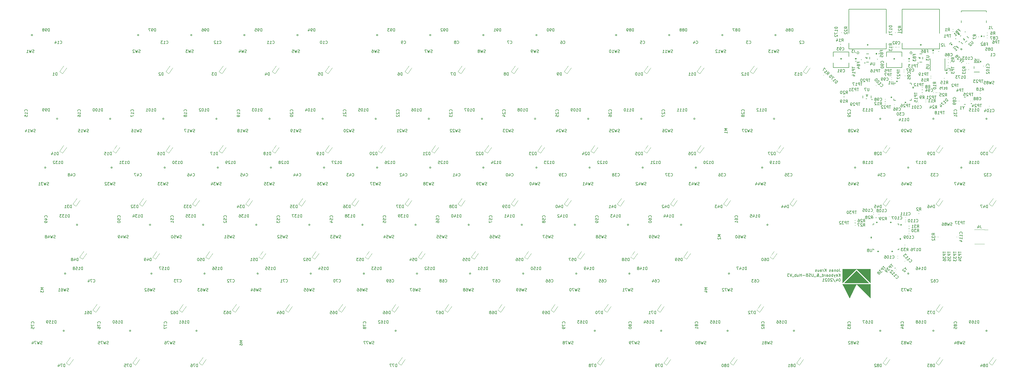
<source format=gbo>
G04 #@! TF.GenerationSoftware,KiCad,Pcbnew,5.1.10-88a1d61d58~90~ubuntu21.04.1*
G04 #@! TF.CreationDate,2021-09-24T17:47:48+02:00*
G04 #@! TF.ProjectId,Keyboard_80_with_USB_HUB_V3,4b657962-6f61-4726-945f-3830255f7769,rev?*
G04 #@! TF.SameCoordinates,Original*
G04 #@! TF.FileFunction,Legend,Bot*
G04 #@! TF.FilePolarity,Positive*
%FSLAX46Y46*%
G04 Gerber Fmt 4.6, Leading zero omitted, Abs format (unit mm)*
G04 Created by KiCad (PCBNEW 5.1.10-88a1d61d58~90~ubuntu21.04.1) date 2021-09-24 17:47:48*
%MOMM*%
%LPD*%
G01*
G04 APERTURE LIST*
%ADD10C,0.150000*%
%ADD11C,0.152400*%
%ADD12C,0.200000*%
%ADD13C,0.100000*%
%ADD14C,0.127000*%
%ADD15C,0.120000*%
%ADD16C,3.987800*%
%ADD17C,3.048000*%
%ADD18C,3.000000*%
%ADD19R,2.550000X2.500000*%
%ADD20R,7.600000X7.600000*%
%ADD21R,0.249200X0.854800*%
%ADD22R,0.854800X0.249200*%
%ADD23R,0.600000X0.700000*%
%ADD24R,0.700000X0.600000*%
%ADD25R,0.700000X1.000000*%
%ADD26R,3.860800X3.860800*%
%ADD27R,0.254000X1.066800*%
%ADD28R,1.066800X0.254000*%
%ADD29R,1.800000X0.820000*%
%ADD30R,1.003300X0.508000*%
%ADD31R,0.800000X0.655600*%
%ADD32R,0.655600X0.800000*%
%ADD33R,1.168400X0.431800*%
%ADD34R,1.168400X0.838200*%
%ADD35R,0.431800X1.168400*%
%ADD36R,0.838200X1.168400*%
%ADD37R,1.300000X1.100000*%
%ADD38R,2.641600X1.600200*%
%ADD39R,0.533400X1.460500*%
%ADD40C,4.500000*%
%ADD41C,2.819400*%
%ADD42C,1.498600*%
%ADD43O,1.200000X2.400000*%
%ADD44O,1.158000X2.316000*%
%ADD45C,0.630000*%
%ADD46R,1.000000X2.000000*%
%ADD47R,0.270000X1.000000*%
%ADD48R,0.520000X1.000000*%
%ADD49R,2.400000X0.740000*%
%ADD50C,0.750000*%
G04 APERTURE END LIST*
D10*
X284473928Y-81452380D02*
X284378690Y-81452380D01*
X284283452Y-81500000D01*
X284235833Y-81547619D01*
X284188214Y-81642857D01*
X284140595Y-81833333D01*
X284140595Y-82071428D01*
X284188214Y-82261904D01*
X284235833Y-82357142D01*
X284283452Y-82404761D01*
X284378690Y-82452380D01*
X284473928Y-82452380D01*
X284569166Y-82404761D01*
X284616785Y-82357142D01*
X284664404Y-82261904D01*
X284712023Y-82071428D01*
X284712023Y-81833333D01*
X284664404Y-81642857D01*
X284616785Y-81547619D01*
X284569166Y-81500000D01*
X284473928Y-81452380D01*
X283283452Y-81785714D02*
X283283452Y-82452380D01*
X283521547Y-81404761D02*
X283759642Y-82119047D01*
X283140595Y-82119047D01*
X282045357Y-81404761D02*
X282902500Y-82690476D01*
X281759642Y-81547619D02*
X281712023Y-81500000D01*
X281616785Y-81452380D01*
X281378690Y-81452380D01*
X281283452Y-81500000D01*
X281235833Y-81547619D01*
X281188214Y-81642857D01*
X281188214Y-81738095D01*
X281235833Y-81880952D01*
X281807261Y-82452380D01*
X281188214Y-82452380D01*
X280569166Y-81452380D02*
X280473928Y-81452380D01*
X280378690Y-81500000D01*
X280331071Y-81547619D01*
X280283452Y-81642857D01*
X280235833Y-81833333D01*
X280235833Y-82071428D01*
X280283452Y-82261904D01*
X280331071Y-82357142D01*
X280378690Y-82404761D01*
X280473928Y-82452380D01*
X280569166Y-82452380D01*
X280664404Y-82404761D01*
X280712023Y-82357142D01*
X280759642Y-82261904D01*
X280807261Y-82071428D01*
X280807261Y-81833333D01*
X280759642Y-81642857D01*
X280712023Y-81547619D01*
X280664404Y-81500000D01*
X280569166Y-81452380D01*
X279854880Y-81547619D02*
X279807261Y-81500000D01*
X279712023Y-81452380D01*
X279473928Y-81452380D01*
X279378690Y-81500000D01*
X279331071Y-81547619D01*
X279283452Y-81642857D01*
X279283452Y-81738095D01*
X279331071Y-81880952D01*
X279902500Y-82452380D01*
X279283452Y-82452380D01*
X278331071Y-82452380D02*
X278902500Y-82452380D01*
X278616785Y-82452380D02*
X278616785Y-81452380D01*
X278712023Y-81595238D01*
X278807261Y-81690476D01*
X278902500Y-81738095D01*
X284664404Y-80702380D02*
X284664404Y-79702380D01*
X284092976Y-80702380D02*
X284521547Y-80130952D01*
X284092976Y-79702380D02*
X284664404Y-80273809D01*
X283283452Y-80654761D02*
X283378690Y-80702380D01*
X283569166Y-80702380D01*
X283664404Y-80654761D01*
X283712023Y-80559523D01*
X283712023Y-80178571D01*
X283664404Y-80083333D01*
X283569166Y-80035714D01*
X283378690Y-80035714D01*
X283283452Y-80083333D01*
X283235833Y-80178571D01*
X283235833Y-80273809D01*
X283712023Y-80369047D01*
X282902500Y-80035714D02*
X282664404Y-80702380D01*
X282426309Y-80035714D02*
X282664404Y-80702380D01*
X282759642Y-80940476D01*
X282807261Y-80988095D01*
X282902500Y-81035714D01*
X282045357Y-80702380D02*
X282045357Y-79702380D01*
X282045357Y-80083333D02*
X281950119Y-80035714D01*
X281759642Y-80035714D01*
X281664404Y-80083333D01*
X281616785Y-80130952D01*
X281569166Y-80226190D01*
X281569166Y-80511904D01*
X281616785Y-80607142D01*
X281664404Y-80654761D01*
X281759642Y-80702380D01*
X281950119Y-80702380D01*
X282045357Y-80654761D01*
X280997738Y-80702380D02*
X281092976Y-80654761D01*
X281140595Y-80607142D01*
X281188214Y-80511904D01*
X281188214Y-80226190D01*
X281140595Y-80130952D01*
X281092976Y-80083333D01*
X280997738Y-80035714D01*
X280854880Y-80035714D01*
X280759642Y-80083333D01*
X280712023Y-80130952D01*
X280664404Y-80226190D01*
X280664404Y-80511904D01*
X280712023Y-80607142D01*
X280759642Y-80654761D01*
X280854880Y-80702380D01*
X280997738Y-80702380D01*
X279807261Y-80702380D02*
X279807261Y-80178571D01*
X279854880Y-80083333D01*
X279950119Y-80035714D01*
X280140595Y-80035714D01*
X280235833Y-80083333D01*
X279807261Y-80654761D02*
X279902500Y-80702380D01*
X280140595Y-80702380D01*
X280235833Y-80654761D01*
X280283452Y-80559523D01*
X280283452Y-80464285D01*
X280235833Y-80369047D01*
X280140595Y-80321428D01*
X279902500Y-80321428D01*
X279807261Y-80273809D01*
X279331071Y-80702380D02*
X279331071Y-80035714D01*
X279331071Y-80226190D02*
X279283452Y-80130952D01*
X279235833Y-80083333D01*
X279140595Y-80035714D01*
X279045357Y-80035714D01*
X278283452Y-80702380D02*
X278283452Y-79702380D01*
X278283452Y-80654761D02*
X278378690Y-80702380D01*
X278569166Y-80702380D01*
X278664404Y-80654761D01*
X278712023Y-80607142D01*
X278759642Y-80511904D01*
X278759642Y-80226190D01*
X278712023Y-80130952D01*
X278664404Y-80083333D01*
X278569166Y-80035714D01*
X278378690Y-80035714D01*
X278283452Y-80083333D01*
X278045357Y-80797619D02*
X277283452Y-80797619D01*
X276235833Y-80702380D02*
X276283452Y-80702380D01*
X276378690Y-80654761D01*
X276521547Y-80511904D01*
X276759642Y-80226190D01*
X276854880Y-80083333D01*
X276902500Y-79940476D01*
X276902500Y-79845238D01*
X276854880Y-79750000D01*
X276759642Y-79702380D01*
X276712023Y-79702380D01*
X276616785Y-79750000D01*
X276569166Y-79845238D01*
X276569166Y-79892857D01*
X276616785Y-79988095D01*
X276664404Y-80035714D01*
X276950119Y-80226190D01*
X276997738Y-80273809D01*
X277045357Y-80369047D01*
X277045357Y-80511904D01*
X276997738Y-80607142D01*
X276950119Y-80654761D01*
X276854880Y-80702380D01*
X276712023Y-80702380D01*
X276616785Y-80654761D01*
X276569166Y-80607142D01*
X276426309Y-80416666D01*
X276378690Y-80273809D01*
X276378690Y-80178571D01*
X276045357Y-80797619D02*
X275283452Y-80797619D01*
X275045357Y-79702380D02*
X275045357Y-80511904D01*
X274997738Y-80607142D01*
X274950119Y-80654761D01*
X274854880Y-80702380D01*
X274664404Y-80702380D01*
X274569166Y-80654761D01*
X274521547Y-80607142D01*
X274473928Y-80511904D01*
X274473928Y-79702380D01*
X274045357Y-80654761D02*
X273902500Y-80702380D01*
X273664404Y-80702380D01*
X273569166Y-80654761D01*
X273521547Y-80607142D01*
X273473928Y-80511904D01*
X273473928Y-80416666D01*
X273521547Y-80321428D01*
X273569166Y-80273809D01*
X273664404Y-80226190D01*
X273854880Y-80178571D01*
X273950119Y-80130952D01*
X273997738Y-80083333D01*
X274045357Y-79988095D01*
X274045357Y-79892857D01*
X273997738Y-79797619D01*
X273950119Y-79750000D01*
X273854880Y-79702380D01*
X273616785Y-79702380D01*
X273473928Y-79750000D01*
X272712023Y-80178571D02*
X272569166Y-80226190D01*
X272521547Y-80273809D01*
X272473928Y-80369047D01*
X272473928Y-80511904D01*
X272521547Y-80607142D01*
X272569166Y-80654761D01*
X272664404Y-80702380D01*
X273045357Y-80702380D01*
X273045357Y-79702380D01*
X272712023Y-79702380D01*
X272616785Y-79750000D01*
X272569166Y-79797619D01*
X272521547Y-79892857D01*
X272521547Y-79988095D01*
X272569166Y-80083333D01*
X272616785Y-80130952D01*
X272712023Y-80178571D01*
X273045357Y-80178571D01*
X272045357Y-80321428D02*
X271283452Y-80321428D01*
X270807261Y-80702380D02*
X270807261Y-79702380D01*
X270807261Y-80178571D02*
X270235833Y-80178571D01*
X270235833Y-80702380D02*
X270235833Y-79702380D01*
X269331071Y-80035714D02*
X269331071Y-80702380D01*
X269759642Y-80035714D02*
X269759642Y-80559523D01*
X269712023Y-80654761D01*
X269616785Y-80702380D01*
X269473928Y-80702380D01*
X269378690Y-80654761D01*
X269331071Y-80607142D01*
X268854880Y-80702380D02*
X268854880Y-79702380D01*
X268854880Y-80083333D02*
X268759642Y-80035714D01*
X268569166Y-80035714D01*
X268473928Y-80083333D01*
X268426309Y-80130952D01*
X268378690Y-80226190D01*
X268378690Y-80511904D01*
X268426309Y-80607142D01*
X268473928Y-80654761D01*
X268569166Y-80702380D01*
X268759642Y-80702380D01*
X268854880Y-80654761D01*
X268188214Y-80797619D02*
X267426309Y-80797619D01*
X267331071Y-79702380D02*
X266997738Y-80702380D01*
X266664404Y-79702380D01*
X266426309Y-79702380D02*
X265807261Y-79702380D01*
X266140595Y-80083333D01*
X265997738Y-80083333D01*
X265902500Y-80130952D01*
X265854880Y-80178571D01*
X265807261Y-80273809D01*
X265807261Y-80511904D01*
X265854880Y-80607142D01*
X265902500Y-80654761D01*
X265997738Y-80702380D01*
X266283452Y-80702380D01*
X266378690Y-80654761D01*
X266426309Y-80607142D01*
X284378690Y-77952380D02*
X284378690Y-78666666D01*
X284426309Y-78809523D01*
X284521547Y-78904761D01*
X284664404Y-78952380D01*
X284759642Y-78952380D01*
X283759642Y-78952380D02*
X283854880Y-78904761D01*
X283902500Y-78857142D01*
X283950119Y-78761904D01*
X283950119Y-78476190D01*
X283902500Y-78380952D01*
X283854880Y-78333333D01*
X283759642Y-78285714D01*
X283616785Y-78285714D01*
X283521547Y-78333333D01*
X283473928Y-78380952D01*
X283426309Y-78476190D01*
X283426309Y-78761904D01*
X283473928Y-78857142D01*
X283521547Y-78904761D01*
X283616785Y-78952380D01*
X283759642Y-78952380D01*
X282997738Y-78285714D02*
X282997738Y-78952380D01*
X282997738Y-78380952D02*
X282950119Y-78333333D01*
X282854880Y-78285714D01*
X282712023Y-78285714D01*
X282616785Y-78333333D01*
X282569166Y-78428571D01*
X282569166Y-78952380D01*
X281664404Y-78952380D02*
X281664404Y-78428571D01*
X281712023Y-78333333D01*
X281807261Y-78285714D01*
X281997738Y-78285714D01*
X282092976Y-78333333D01*
X281664404Y-78904761D02*
X281759642Y-78952380D01*
X281997738Y-78952380D01*
X282092976Y-78904761D01*
X282140595Y-78809523D01*
X282140595Y-78714285D01*
X282092976Y-78619047D01*
X281997738Y-78571428D01*
X281759642Y-78571428D01*
X281664404Y-78523809D01*
X281235833Y-78904761D02*
X281140595Y-78952380D01*
X280950119Y-78952380D01*
X280854880Y-78904761D01*
X280807261Y-78809523D01*
X280807261Y-78761904D01*
X280854880Y-78666666D01*
X280950119Y-78619047D01*
X281092976Y-78619047D01*
X281188214Y-78571428D01*
X281235833Y-78476190D01*
X281235833Y-78428571D01*
X281188214Y-78333333D01*
X281092976Y-78285714D01*
X280950119Y-78285714D01*
X280854880Y-78333333D01*
X279616785Y-78952380D02*
X279616785Y-77952380D01*
X279045357Y-78952380D02*
X279473928Y-78380952D01*
X279045357Y-77952380D02*
X279616785Y-78523809D01*
X278616785Y-78952380D02*
X278616785Y-78285714D01*
X278616785Y-78476190D02*
X278569166Y-78380952D01*
X278521547Y-78333333D01*
X278426309Y-78285714D01*
X278331071Y-78285714D01*
X277569166Y-78952380D02*
X277569166Y-78428571D01*
X277616785Y-78333333D01*
X277712023Y-78285714D01*
X277902500Y-78285714D01*
X277997738Y-78333333D01*
X277569166Y-78904761D02*
X277664404Y-78952380D01*
X277902500Y-78952380D01*
X277997738Y-78904761D01*
X278045357Y-78809523D01*
X278045357Y-78714285D01*
X277997738Y-78619047D01*
X277902500Y-78571428D01*
X277664404Y-78571428D01*
X277569166Y-78523809D01*
X276664404Y-78285714D02*
X276664404Y-78952380D01*
X277092976Y-78285714D02*
X277092976Y-78809523D01*
X277045357Y-78904761D01*
X276950119Y-78952380D01*
X276807261Y-78952380D01*
X276712023Y-78904761D01*
X276664404Y-78857142D01*
X276235833Y-78904761D02*
X276140595Y-78952380D01*
X275950119Y-78952380D01*
X275854880Y-78904761D01*
X275807261Y-78809523D01*
X275807261Y-78761904D01*
X275854880Y-78666666D01*
X275950119Y-78619047D01*
X276092976Y-78619047D01*
X276188214Y-78571428D01*
X276235833Y-78476190D01*
X276235833Y-78428571D01*
X276188214Y-78333333D01*
X276092976Y-78285714D01*
X275950119Y-78285714D01*
X275854880Y-78333333D01*
D11*
X305626999Y-71126999D02*
X305207340Y-71126999D01*
X296373001Y-71126999D02*
X296373001Y-70707340D01*
X296373001Y-61873001D02*
X296792660Y-61873001D01*
X305626999Y-61873001D02*
X305626999Y-62292660D01*
X305626999Y-70707340D02*
X305626999Y-71126999D01*
X296792660Y-71126999D02*
X296373001Y-71126999D01*
X296373001Y-62292660D02*
X296373001Y-61873001D01*
X305207340Y-61873001D02*
X305626999Y-61873001D01*
X306312801Y-67059501D02*
X306312801Y-67440501D01*
X306312801Y-67440501D02*
X306058801Y-67440501D01*
X306058801Y-67440501D02*
X306058801Y-67059501D01*
X306058801Y-67059501D02*
X306312801Y-67059501D01*
X303440501Y-71558801D02*
X303440501Y-71812801D01*
X303440501Y-71812801D02*
X303059501Y-71812801D01*
X303059501Y-71812801D02*
X303059501Y-71558801D01*
X303059501Y-71558801D02*
X303440501Y-71558801D01*
X298440500Y-71558801D02*
X298440500Y-71812801D01*
X298440500Y-71812801D02*
X298059500Y-71812801D01*
X298059500Y-71812801D02*
X298059500Y-71558801D01*
X298059500Y-71558801D02*
X298440500Y-71558801D01*
X295687199Y-66559499D02*
X295687199Y-66940500D01*
X295687199Y-66940500D02*
X295941199Y-66940500D01*
X295941199Y-66940500D02*
X295941199Y-66559499D01*
X295941199Y-66559499D02*
X295687199Y-66559499D01*
X297940499Y-61441199D02*
X297940499Y-61187199D01*
X297940499Y-61187199D02*
X297559499Y-61187199D01*
X297559499Y-61187199D02*
X297559499Y-61441199D01*
X297559499Y-61441199D02*
X297940499Y-61441199D01*
X302940499Y-61441199D02*
X302940499Y-61187199D01*
X302940499Y-61187199D02*
X302559499Y-61187199D01*
X302559499Y-61187199D02*
X302559499Y-61441199D01*
X302559499Y-61441199D02*
X302940499Y-61441199D01*
X303901200Y-11401200D02*
X304508260Y-11401200D01*
X310098800Y-11401200D02*
X310098800Y-12008260D01*
X310098800Y-17598800D02*
X309491740Y-17598800D01*
X303901200Y-17598800D02*
X303901200Y-16991740D01*
X303901200Y-12008260D02*
X303901200Y-11401200D01*
X309491740Y-11401200D02*
X310098800Y-11401200D01*
X310098800Y-16991740D02*
X310098800Y-17598800D01*
X304508260Y-17598800D02*
X303901200Y-17598800D01*
X304777500Y-10867800D02*
X304777500Y-10613800D01*
X304777500Y-10613800D02*
X305158500Y-10613800D01*
X305158500Y-10613800D02*
X305158500Y-10867800D01*
X305158500Y-10867800D02*
X304777500Y-10867800D01*
X310886200Y-13166500D02*
X310886200Y-12785500D01*
X310886200Y-12785500D02*
X310632200Y-12785500D01*
X310632200Y-12785500D02*
X310632200Y-13166500D01*
X310632200Y-13166500D02*
X310886200Y-13166500D01*
X307825500Y-18132200D02*
X307825500Y-18386200D01*
X307825500Y-18386200D02*
X308206500Y-18386200D01*
X308206500Y-18386200D02*
X308206500Y-18132200D01*
X308206500Y-18132200D02*
X307825500Y-18132200D01*
D12*
X337250000Y-24170000D02*
G75*
G03*
X337250000Y-24170000I-250000J0D01*
G01*
X4750000Y-24170000D02*
G75*
G03*
X4750000Y-24170000I-250000J0D01*
G01*
X23750000Y-24170000D02*
G75*
G03*
X23750000Y-24170000I-250000J0D01*
G01*
X42750000Y-24170000D02*
G75*
G03*
X42750000Y-24170000I-250000J0D01*
G01*
X61750000Y-24170000D02*
G75*
G03*
X61750000Y-24170000I-250000J0D01*
G01*
X80750000Y-24170000D02*
G75*
G03*
X80750000Y-24170000I-250000J0D01*
G01*
X99750000Y-24170000D02*
G75*
G03*
X99750000Y-24170000I-250000J0D01*
G01*
X118750000Y-24170000D02*
G75*
G03*
X118750000Y-24170000I-250000J0D01*
G01*
X137750000Y-24170000D02*
G75*
G03*
X137750000Y-24170000I-250000J0D01*
G01*
X156750000Y-24170000D02*
G75*
G03*
X156750000Y-24170000I-250000J0D01*
G01*
X175750000Y-24170000D02*
G75*
G03*
X175750000Y-24170000I-250000J0D01*
G01*
X194750000Y-24170000D02*
G75*
G03*
X194750000Y-24170000I-250000J0D01*
G01*
X213750000Y-24170000D02*
G75*
G03*
X213750000Y-24170000I-250000J0D01*
G01*
X232750000Y-24170000D02*
G75*
G03*
X232750000Y-24170000I-250000J0D01*
G01*
X261250000Y-24170000D02*
G75*
G03*
X261250000Y-24170000I-250000J0D01*
G01*
X299250000Y-24170000D02*
G75*
G03*
X299250000Y-24170000I-250000J0D01*
G01*
X318250000Y-24170000D02*
G75*
G03*
X318250000Y-24170000I-250000J0D01*
G01*
X11875000Y-62170000D02*
G75*
G03*
X11875000Y-62170000I-250000J0D01*
G01*
X38000000Y-62170000D02*
G75*
G03*
X38000000Y-62170000I-250000J0D01*
G01*
X57000000Y-62170000D02*
G75*
G03*
X57000000Y-62170000I-250000J0D01*
G01*
X76000000Y-62170000D02*
G75*
G03*
X76000000Y-62170000I-250000J0D01*
G01*
X95000000Y-62170000D02*
G75*
G03*
X95000000Y-62170000I-250000J0D01*
G01*
X114000000Y-62170000D02*
G75*
G03*
X114000000Y-62170000I-250000J0D01*
G01*
X133000000Y-62170000D02*
G75*
G03*
X133000000Y-62170000I-250000J0D01*
G01*
X152000000Y-62170000D02*
G75*
G03*
X152000000Y-62170000I-250000J0D01*
G01*
X171000000Y-62170000D02*
G75*
G03*
X171000000Y-62170000I-250000J0D01*
G01*
X190000000Y-62170000D02*
G75*
G03*
X190000000Y-62170000I-250000J0D01*
G01*
X209000000Y-62170000D02*
G75*
G03*
X209000000Y-62170000I-250000J0D01*
G01*
X228000000Y-62170000D02*
G75*
G03*
X228000000Y-62170000I-250000J0D01*
G01*
X258875000Y-62170000D02*
G75*
G03*
X258875000Y-62170000I-250000J0D01*
G01*
X7125000Y-100170000D02*
G75*
G03*
X7125000Y-100170000I-250000J0D01*
G01*
X30875000Y-100170000D02*
G75*
G03*
X30875000Y-100170000I-250000J0D01*
G01*
X54625000Y-100170000D02*
G75*
G03*
X54625000Y-100170000I-250000J0D01*
G01*
X125875000Y-100170000D02*
G75*
G03*
X125875000Y-100170000I-250000J0D01*
G01*
X197125000Y-100170000D02*
G75*
G03*
X197125000Y-100170000I-250000J0D01*
G01*
X220875000Y-100170000D02*
G75*
G03*
X220875000Y-100170000I-250000J0D01*
G01*
X244625000Y-100170000D02*
G75*
G03*
X244625000Y-100170000I-250000J0D01*
G01*
X268375000Y-100170000D02*
G75*
G03*
X268375000Y-100170000I-250000J0D01*
G01*
X299250000Y-100170000D02*
G75*
G03*
X299250000Y-100170000I-250000J0D01*
G01*
X318250000Y-100170000D02*
G75*
G03*
X318250000Y-100170000I-250000J0D01*
G01*
X337250000Y-100170000D02*
G75*
G03*
X337250000Y-100170000I-250000J0D01*
G01*
X328250000Y750000D02*
G75*
G03*
X328250000Y750000I-250000J0D01*
G01*
X261750000Y5830000D02*
G75*
G03*
X261750000Y5830000I-250000J0D01*
G01*
X242750000Y5830000D02*
G75*
G03*
X242750000Y5830000I-250000J0D01*
G01*
X223750000Y5830000D02*
G75*
G03*
X223750000Y5830000I-250000J0D01*
G01*
X204750000Y5830000D02*
G75*
G03*
X204750000Y5830000I-250000J0D01*
G01*
X176250000Y5830000D02*
G75*
G03*
X176250000Y5830000I-250000J0D01*
G01*
X157250000Y5830000D02*
G75*
G03*
X157250000Y5830000I-250000J0D01*
G01*
X138250000Y5830000D02*
G75*
G03*
X138250000Y5830000I-250000J0D01*
G01*
X119250000Y5830000D02*
G75*
G03*
X119250000Y5830000I-250000J0D01*
G01*
X90750000Y5830000D02*
G75*
G03*
X90750000Y5830000I-250000J0D01*
G01*
X71750000Y5830000D02*
G75*
G03*
X71750000Y5830000I-250000J0D01*
G01*
X52750000Y5830000D02*
G75*
G03*
X52750000Y5830000I-250000J0D01*
G01*
X33750000Y5830000D02*
G75*
G03*
X33750000Y5830000I-250000J0D01*
G01*
X-4250000Y5830000D02*
G75*
G03*
X-4250000Y5830000I-250000J0D01*
G01*
X328250000Y-41670000D02*
G75*
G03*
X328250000Y-41670000I-250000J0D01*
G01*
X309250000Y-41670000D02*
G75*
G03*
X309250000Y-41670000I-250000J0D01*
G01*
X290250000Y-41670000D02*
G75*
G03*
X290250000Y-41670000I-250000J0D01*
G01*
X257000000Y-41670000D02*
G75*
G03*
X257000000Y-41670000I-250000J0D01*
G01*
X233250000Y-41670000D02*
G75*
G03*
X233250000Y-41670000I-250000J0D01*
G01*
X214250000Y-41670000D02*
G75*
G03*
X214250000Y-41670000I-250000J0D01*
G01*
X195250000Y-41670000D02*
G75*
G03*
X195250000Y-41670000I-250000J0D01*
G01*
X176250000Y-41670000D02*
G75*
G03*
X176250000Y-41670000I-250000J0D01*
G01*
X157250000Y-41670000D02*
G75*
G03*
X157250000Y-41670000I-250000J0D01*
G01*
X138250000Y-41670000D02*
G75*
G03*
X138250000Y-41670000I-250000J0D01*
G01*
X119250000Y-41670000D02*
G75*
G03*
X119250000Y-41670000I-250000J0D01*
G01*
X100250000Y-41670000D02*
G75*
G03*
X100250000Y-41670000I-250000J0D01*
G01*
X81250000Y-41670000D02*
G75*
G03*
X81250000Y-41670000I-250000J0D01*
G01*
X62250000Y-41670000D02*
G75*
G03*
X62250000Y-41670000I-250000J0D01*
G01*
X43250000Y-41670000D02*
G75*
G03*
X43250000Y-41670000I-250000J0D01*
G01*
X24250000Y-41670000D02*
G75*
G03*
X24250000Y-41670000I-250000J0D01*
G01*
X500000Y-41670000D02*
G75*
G03*
X500000Y-41670000I-250000J0D01*
G01*
X309250000Y-79670000D02*
G75*
G03*
X309250000Y-79670000I-250000J0D01*
G01*
X245125000Y-79670000D02*
G75*
G03*
X245125000Y-79670000I-250000J0D01*
G01*
X209500000Y-79670000D02*
G75*
G03*
X209500000Y-79670000I-250000J0D01*
G01*
X190500000Y-79670000D02*
G75*
G03*
X190500000Y-79670000I-250000J0D01*
G01*
X171500000Y-79670000D02*
G75*
G03*
X171500000Y-79670000I-250000J0D01*
G01*
X152500000Y-79670000D02*
G75*
G03*
X152500000Y-79670000I-250000J0D01*
G01*
X133500000Y-79670000D02*
G75*
G03*
X133500000Y-79670000I-250000J0D01*
G01*
X114500000Y-79670000D02*
G75*
G03*
X114500000Y-79670000I-250000J0D01*
G01*
X95500000Y-79670000D02*
G75*
G03*
X95500000Y-79670000I-250000J0D01*
G01*
X76500000Y-79670000D02*
G75*
G03*
X76500000Y-79670000I-250000J0D01*
G01*
X57500000Y-79670000D02*
G75*
G03*
X57500000Y-79670000I-250000J0D01*
G01*
X38500000Y-79670000D02*
G75*
G03*
X38500000Y-79670000I-250000J0D01*
G01*
X7625000Y-79670000D02*
G75*
G03*
X7625000Y-79670000I-250000J0D01*
G01*
D13*
X303800000Y7825000D02*
G75*
G03*
X303800000Y7825000I-50000J0D01*
G01*
D11*
X332522100Y-4073600D02*
X334477900Y-4073600D01*
X332522100Y-6113261D02*
X332522100Y-5386739D01*
X334477900Y-7426400D02*
X332522100Y-7426400D01*
X326905929Y6151220D02*
X327178094Y6423385D01*
X327923385Y5678094D02*
X327651220Y5405929D01*
X326081028Y4504827D02*
G75*
G03*
X326081028Y4504827I-76201J0D01*
G01*
X335073000Y5229750D02*
X335073000Y5614650D01*
X336127000Y5614650D02*
X336127000Y5229750D01*
X335676200Y3428400D02*
G75*
G03*
X335676200Y3428400I-76200J0D01*
G01*
X309135350Y-2473000D02*
X309520250Y-2473000D01*
X309520250Y-3527000D02*
X309135350Y-3527000D01*
X307410200Y-3000000D02*
G75*
G03*
X307410200Y-3000000I-76200J0D01*
G01*
X290442450Y-3527000D02*
X290057550Y-3527000D01*
X290057550Y-2473000D02*
X290442450Y-2473000D01*
X292320000Y-3000000D02*
G75*
G03*
X292320000Y-3000000I-76200J0D01*
G01*
X297473000Y-1020250D02*
X297473000Y-635350D01*
X298527000Y-635350D02*
X298527000Y-1020250D01*
X298076200Y-2821600D02*
G75*
G03*
X298076200Y-2821600I-76200J0D01*
G01*
X318114650Y-527000D02*
X317729750Y-527000D01*
X317729750Y527000D02*
X318114650Y527000D01*
X319992200Y0D02*
G75*
G03*
X319992200Y0I-76200J0D01*
G01*
X323737176Y2584214D02*
X324415786Y3262824D01*
X325762824Y1915786D02*
X325084214Y1237176D01*
X327397101Y3434315D02*
G75*
G03*
X327397101Y3434315I-127000J0D01*
G01*
X327888650Y3242010D02*
X328491981Y2638679D01*
X329039890Y4777718D02*
X328759650Y4497478D01*
X330611321Y4758019D02*
X330007988Y5361352D01*
X329460109Y3222281D02*
X330027719Y3789891D01*
X312627000Y-4175000D02*
G75*
G03*
X312627000Y-4175000I-127000J0D01*
G01*
X313073360Y-3873600D02*
X313926599Y-3873600D01*
X312801500Y-1973640D02*
X312801500Y-2369960D01*
X313926599Y-876400D02*
X313073357Y-876400D01*
X314198500Y-2776361D02*
X314198500Y-1973639D01*
X293627000Y-4175000D02*
G75*
G03*
X293627000Y-4175000I-127000J0D01*
G01*
X294073360Y-3873600D02*
X294926599Y-3873600D01*
X293801500Y-1973640D02*
X293801500Y-2369960D01*
X294926599Y-876400D02*
X294073357Y-876400D01*
X295198500Y-2776361D02*
X295198500Y-1973639D01*
X296177000Y-17278000D02*
G75*
G03*
X296177000Y-17278000I-127000J0D01*
G01*
X295748600Y-16704640D02*
X295748600Y-15851401D01*
X293848640Y-16976500D02*
X294244960Y-16976500D01*
X292751400Y-15851401D02*
X292751400Y-16704643D01*
X294651361Y-15579500D02*
X293848639Y-15579500D01*
D14*
X328980000Y-16500000D02*
X329520000Y-16500000D01*
X329520000Y-19000000D02*
X328980000Y-19000000D01*
D12*
X331700000Y-18720000D02*
G75*
G03*
X331700000Y-18720000I-100000J0D01*
G01*
X304405456Y-77704594D02*
G75*
G03*
X304405456Y-77704594I-100000J0D01*
G01*
D15*
X337337836Y4890000D02*
X337122164Y4890000D01*
X337337836Y5610000D02*
X337122164Y5610000D01*
X304890000Y1412164D02*
X304890000Y1627836D01*
X305610000Y1412164D02*
X305610000Y1627836D01*
X284662164Y2360000D02*
X284877836Y2360000D01*
X284662164Y1640000D02*
X284877836Y1640000D01*
X313892164Y-13890000D02*
X314107836Y-13890000D01*
X313892164Y-14610000D02*
X314107836Y-14610000D01*
X307840000Y-8827836D02*
X307840000Y-8612164D01*
X308560000Y-8827836D02*
X308560000Y-8612164D01*
X304127836Y-19860000D02*
X303912164Y-19860000D01*
X304127836Y-19140000D02*
X303912164Y-19140000D01*
X300662164Y-17140000D02*
X300877836Y-17140000D01*
X300662164Y-17860000D02*
X300877836Y-17860000D01*
X302892164Y-9390000D02*
X303107836Y-9390000D01*
X302892164Y-10110000D02*
X303107836Y-10110000D01*
X297928307Y-11669190D02*
X298080810Y-11821693D01*
X297419190Y-12178307D02*
X297571693Y-12330810D01*
X312607836Y-19110000D02*
X312392164Y-19110000D01*
X312607836Y-18390000D02*
X312392164Y-18390000D01*
X337892164Y-19640000D02*
X338107836Y-19640000D01*
X337892164Y-20360000D02*
X338107836Y-20360000D01*
X296412164Y-57790000D02*
X296627836Y-57790000D01*
X296412164Y-58510000D02*
X296627836Y-58510000D01*
X305337836Y-74110000D02*
X305122164Y-74110000D01*
X305337836Y-73390000D02*
X305122164Y-73390000D01*
X302860000Y-59122164D02*
X302860000Y-59337836D01*
X302140000Y-59122164D02*
X302140000Y-59337836D01*
X298372164Y-57790000D02*
X298587836Y-57790000D01*
X298372164Y-58510000D02*
X298587836Y-58510000D01*
X307872164Y-60390000D02*
X308087836Y-60390000D01*
X307872164Y-61110000D02*
X308087836Y-61110000D01*
X307892164Y-58890000D02*
X308107836Y-58890000D01*
X307892164Y-59610000D02*
X308107836Y-59610000D01*
X326390000Y-66607836D02*
X326390000Y-66392164D01*
X327110000Y-66607836D02*
X327110000Y-66392164D01*
D11*
X301218700Y-218700D02*
X306781300Y-218700D01*
X306781300Y-218700D02*
X306781300Y-1867160D01*
X306781300Y-5781300D02*
X301218700Y-5781300D01*
X301218700Y-5781300D02*
X301218700Y-4132840D01*
X301218700Y-1867160D02*
X301218700Y-218700D01*
X306781300Y-4132840D02*
X306781300Y-5781300D01*
X282218700Y-218700D02*
X287781300Y-218700D01*
X287781300Y-218700D02*
X287781300Y-1867160D01*
X287781300Y-5781300D02*
X282218700Y-5781300D01*
X282218700Y-5781300D02*
X282218700Y-4132840D01*
X282218700Y-1867160D02*
X282218700Y-218700D01*
X287781300Y-4132840D02*
X287781300Y-5781300D01*
X316883800Y-6870900D02*
X316883800Y-2629100D01*
X322116200Y-2629100D02*
X322116200Y-6870900D01*
X291381000Y-540000D02*
G75*
G03*
X291381000Y-540000I-381000J0D01*
G01*
X301192900Y2971899D02*
X301192900Y863000D01*
X287807100Y6448100D02*
X287807100Y15112400D01*
X287807100Y863000D02*
X287807100Y2971899D01*
X301192900Y863000D02*
X287807100Y863000D01*
X301192900Y15112400D02*
X301192900Y6448100D01*
X287807100Y15112400D02*
X301192900Y15112400D01*
X310381000Y-540000D02*
G75*
G03*
X310381000Y-540000I-381000J0D01*
G01*
X320192900Y2971899D02*
X320192900Y863000D01*
X306807100Y6448100D02*
X306807100Y15112400D01*
X306807100Y863000D02*
X306807100Y2971899D01*
X320192900Y863000D02*
X306807100Y863000D01*
X320192900Y15112400D02*
X320192900Y6448100D01*
X306807100Y15112400D02*
X320192900Y15112400D01*
D14*
X336970000Y10280000D02*
X336970000Y11045000D01*
X336970000Y14105000D02*
X336970000Y14525000D01*
X336970000Y14525000D02*
X328030000Y14525000D01*
X328030000Y14525000D02*
X328030000Y14105000D01*
X328030000Y10280000D02*
X328030000Y11045000D01*
D12*
X329500000Y6975000D02*
G75*
G03*
X329500000Y6975000I-100000J0D01*
G01*
D15*
X338963910Y-112494941D02*
X340420794Y-110414296D01*
X337923587Y-111766500D02*
X338963910Y-112494941D01*
X339380472Y-109685853D02*
X337923587Y-111766500D01*
X319963910Y-112494941D02*
X321420794Y-110414296D01*
X318923587Y-111766500D02*
X319963910Y-112494941D01*
X320380472Y-109685853D02*
X318923587Y-111766500D01*
X300963910Y-112494941D02*
X302420794Y-110414296D01*
X299923587Y-111766500D02*
X300963910Y-112494941D01*
X301380472Y-109685853D02*
X299923587Y-111766500D01*
X270088910Y-112494941D02*
X271545794Y-110414296D01*
X269048587Y-111766500D02*
X270088910Y-112494941D01*
X270505472Y-109685853D02*
X269048587Y-111766500D01*
X246338910Y-112494941D02*
X247795794Y-110414296D01*
X245298587Y-111766500D02*
X246338910Y-112494941D01*
X246755472Y-109685853D02*
X245298587Y-111766500D01*
X222588910Y-112494941D02*
X224045794Y-110414296D01*
X221548587Y-111766500D02*
X222588910Y-112494941D01*
X223005472Y-109685853D02*
X221548587Y-111766500D01*
X198838910Y-112494941D02*
X200295794Y-110414296D01*
X197798587Y-111766500D02*
X198838910Y-112494941D01*
X199255472Y-109685853D02*
X197798587Y-111766500D01*
X127588910Y-112494941D02*
X129045794Y-110414296D01*
X126548587Y-111766500D02*
X127588910Y-112494941D01*
X128005472Y-109685853D02*
X126548587Y-111766500D01*
X56338910Y-112494941D02*
X57795794Y-110414296D01*
X55298587Y-111766500D02*
X56338910Y-112494941D01*
X56755472Y-109685853D02*
X55298587Y-111766500D01*
X32588910Y-112494941D02*
X34045794Y-110414296D01*
X31548587Y-111766500D02*
X32588910Y-112494941D01*
X33005472Y-109685853D02*
X31548587Y-111766500D01*
X8838910Y-112494941D02*
X10295794Y-110414296D01*
X7798587Y-111766500D02*
X8838910Y-112494941D01*
X9255472Y-109685853D02*
X7798587Y-111766500D01*
X319963910Y-93494941D02*
X321420794Y-91414296D01*
X318923587Y-92766500D02*
X319963910Y-93494941D01*
X320380472Y-90685853D02*
X318923587Y-92766500D01*
X255838910Y-93494941D02*
X257295794Y-91414296D01*
X254798587Y-92766500D02*
X255838910Y-93494941D01*
X256255472Y-90685853D02*
X254798587Y-92766500D01*
X220213910Y-93494941D02*
X221670794Y-91414296D01*
X219173587Y-92766500D02*
X220213910Y-93494941D01*
X220630472Y-90685853D02*
X219173587Y-92766500D01*
X201213910Y-93494941D02*
X202670794Y-91414296D01*
X200173587Y-92766500D02*
X201213910Y-93494941D01*
X201630472Y-90685853D02*
X200173587Y-92766500D01*
X182213910Y-93494941D02*
X183670794Y-91414296D01*
X181173587Y-92766500D02*
X182213910Y-93494941D01*
X182630472Y-90685853D02*
X181173587Y-92766500D01*
X163213910Y-93494941D02*
X164670794Y-91414296D01*
X162173587Y-92766500D02*
X163213910Y-93494941D01*
X163630472Y-90685853D02*
X162173587Y-92766500D01*
X144213910Y-93494941D02*
X145670794Y-91414296D01*
X143173587Y-92766500D02*
X144213910Y-93494941D01*
X144630472Y-90685853D02*
X143173587Y-92766500D01*
X125213910Y-93494941D02*
X126670794Y-91414296D01*
X124173587Y-92766500D02*
X125213910Y-93494941D01*
X125630472Y-90685853D02*
X124173587Y-92766500D01*
X106213910Y-93494941D02*
X107670794Y-91414296D01*
X105173587Y-92766500D02*
X106213910Y-93494941D01*
X106630472Y-90685853D02*
X105173587Y-92766500D01*
X87213910Y-93494941D02*
X88670794Y-91414296D01*
X86173587Y-92766500D02*
X87213910Y-93494941D01*
X87630472Y-90685853D02*
X86173587Y-92766500D01*
X68213910Y-93494941D02*
X69670794Y-91414296D01*
X67173587Y-92766500D02*
X68213910Y-93494941D01*
X68630472Y-90685853D02*
X67173587Y-92766500D01*
X49213910Y-93494941D02*
X50670794Y-91414296D01*
X48173587Y-92766500D02*
X49213910Y-93494941D01*
X49630472Y-90685853D02*
X48173587Y-92766500D01*
X18338910Y-93494941D02*
X19795794Y-91414296D01*
X17298587Y-92766500D02*
X18338910Y-93494941D01*
X18755472Y-90685853D02*
X17298587Y-92766500D01*
X260588910Y-74494941D02*
X262045794Y-72414296D01*
X259548587Y-73766500D02*
X260588910Y-74494941D01*
X261005472Y-71685853D02*
X259548587Y-73766500D01*
X229713910Y-74494941D02*
X231170794Y-72414296D01*
X228673587Y-73766500D02*
X229713910Y-74494941D01*
X230130472Y-71685853D02*
X228673587Y-73766500D01*
X210713910Y-74494941D02*
X212170794Y-72414296D01*
X209673587Y-73766500D02*
X210713910Y-74494941D01*
X211130472Y-71685853D02*
X209673587Y-73766500D01*
X191713910Y-74494941D02*
X193170794Y-72414296D01*
X190673587Y-73766500D02*
X191713910Y-74494941D01*
X192130472Y-71685853D02*
X190673587Y-73766500D01*
X172713910Y-74494941D02*
X174170794Y-72414296D01*
X171673587Y-73766500D02*
X172713910Y-74494941D01*
X173130472Y-71685853D02*
X171673587Y-73766500D01*
X153713910Y-74494941D02*
X155170794Y-72414296D01*
X152673587Y-73766500D02*
X153713910Y-74494941D01*
X154130472Y-71685853D02*
X152673587Y-73766500D01*
X134713910Y-74494941D02*
X136170794Y-72414296D01*
X133673587Y-73766500D02*
X134713910Y-74494941D01*
X135130472Y-71685853D02*
X133673587Y-73766500D01*
X115713910Y-74494941D02*
X117170794Y-72414296D01*
X114673587Y-73766500D02*
X115713910Y-74494941D01*
X116130472Y-71685853D02*
X114673587Y-73766500D01*
X96713910Y-74494941D02*
X98170794Y-72414296D01*
X95673587Y-73766500D02*
X96713910Y-74494941D01*
X97130472Y-71685853D02*
X95673587Y-73766500D01*
X77713910Y-74494941D02*
X79170794Y-72414296D01*
X76673587Y-73766500D02*
X77713910Y-74494941D01*
X78130472Y-71685853D02*
X76673587Y-73766500D01*
X58713910Y-74494941D02*
X60170794Y-72414296D01*
X57673587Y-73766500D02*
X58713910Y-74494941D01*
X59130472Y-71685853D02*
X57673587Y-73766500D01*
X39713910Y-74494941D02*
X41170794Y-72414296D01*
X38673587Y-73766500D02*
X39713910Y-74494941D01*
X40130472Y-71685853D02*
X38673587Y-73766500D01*
X13588910Y-74494941D02*
X15045794Y-72414296D01*
X12548587Y-73766500D02*
X13588910Y-74494941D01*
X14005472Y-71685853D02*
X12548587Y-73766500D01*
X338963910Y-55494941D02*
X340420794Y-53414296D01*
X337923587Y-54766500D02*
X338963910Y-55494941D01*
X339380472Y-52685853D02*
X337923587Y-54766500D01*
X319963910Y-55494941D02*
X321420794Y-53414296D01*
X318923587Y-54766500D02*
X319963910Y-55494941D01*
X320380472Y-52685853D02*
X318923587Y-54766500D01*
X300963910Y-55494941D02*
X302420794Y-53414296D01*
X299923587Y-54766500D02*
X300963910Y-55494941D01*
X301380472Y-52685853D02*
X299923587Y-54766500D01*
X267713910Y-55494941D02*
X269170794Y-53414296D01*
X266673587Y-54766500D02*
X267713910Y-55494941D01*
X268130472Y-52685853D02*
X266673587Y-54766500D01*
X243963910Y-55494941D02*
X245420794Y-53414296D01*
X242923587Y-54766500D02*
X243963910Y-55494941D01*
X244380472Y-52685853D02*
X242923587Y-54766500D01*
X224963910Y-55494941D02*
X226420794Y-53414296D01*
X223923587Y-54766500D02*
X224963910Y-55494941D01*
X225380472Y-52685853D02*
X223923587Y-54766500D01*
X205963910Y-55494941D02*
X207420794Y-53414296D01*
X204923587Y-54766500D02*
X205963910Y-55494941D01*
X206380472Y-52685853D02*
X204923587Y-54766500D01*
X186963910Y-55494941D02*
X188420794Y-53414296D01*
X185923587Y-54766500D02*
X186963910Y-55494941D01*
X187380472Y-52685853D02*
X185923587Y-54766500D01*
X167963910Y-55494941D02*
X169420794Y-53414296D01*
X166923587Y-54766500D02*
X167963910Y-55494941D01*
X168380472Y-52685853D02*
X166923587Y-54766500D01*
X148963910Y-55494941D02*
X150420794Y-53414296D01*
X147923587Y-54766500D02*
X148963910Y-55494941D01*
X149380472Y-52685853D02*
X147923587Y-54766500D01*
X129963910Y-55494941D02*
X131420794Y-53414296D01*
X128923587Y-54766500D02*
X129963910Y-55494941D01*
X130380472Y-52685853D02*
X128923587Y-54766500D01*
X110963910Y-55494941D02*
X112420794Y-53414296D01*
X109923587Y-54766500D02*
X110963910Y-55494941D01*
X111380472Y-52685853D02*
X109923587Y-54766500D01*
X91963910Y-55494941D02*
X93420794Y-53414296D01*
X90923587Y-54766500D02*
X91963910Y-55494941D01*
X92380472Y-52685853D02*
X90923587Y-54766500D01*
X72963910Y-55494941D02*
X74420794Y-53414296D01*
X71923587Y-54766500D02*
X72963910Y-55494941D01*
X73380472Y-52685853D02*
X71923587Y-54766500D01*
X53963910Y-55494941D02*
X55420794Y-53414296D01*
X52923587Y-54766500D02*
X53963910Y-55494941D01*
X54380472Y-52685853D02*
X52923587Y-54766500D01*
X34963910Y-55494941D02*
X36420794Y-53414296D01*
X33923587Y-54766500D02*
X34963910Y-55494941D01*
X35380472Y-52685853D02*
X33923587Y-54766500D01*
X11213910Y-55494941D02*
X12670794Y-53414296D01*
X10173587Y-54766500D02*
X11213910Y-55494941D01*
X11630472Y-52685853D02*
X10173587Y-54766500D01*
X338963910Y-36494941D02*
X340420794Y-34414296D01*
X337923587Y-35766500D02*
X338963910Y-36494941D01*
X339380472Y-33685853D02*
X337923587Y-35766500D01*
X319963910Y-36494941D02*
X321420794Y-34414296D01*
X318923587Y-35766500D02*
X319963910Y-36494941D01*
X320380472Y-33685853D02*
X318923587Y-35766500D01*
X300963910Y-36494941D02*
X302420794Y-34414296D01*
X299923587Y-35766500D02*
X300963910Y-36494941D01*
X301380472Y-33685853D02*
X299923587Y-35766500D01*
X262963910Y-36494941D02*
X264420794Y-34414296D01*
X261923587Y-35766500D02*
X262963910Y-36494941D01*
X263380472Y-33685853D02*
X261923587Y-35766500D01*
X234463910Y-36494941D02*
X235920794Y-34414296D01*
X233423587Y-35766500D02*
X234463910Y-36494941D01*
X234880472Y-33685853D02*
X233423587Y-35766500D01*
X215463910Y-36494941D02*
X216920794Y-34414296D01*
X214423587Y-35766500D02*
X215463910Y-36494941D01*
X215880472Y-33685853D02*
X214423587Y-35766500D01*
X196463910Y-36494941D02*
X197920794Y-34414296D01*
X195423587Y-35766500D02*
X196463910Y-36494941D01*
X196880472Y-33685853D02*
X195423587Y-35766500D01*
X177463910Y-36494941D02*
X178920794Y-34414296D01*
X176423587Y-35766500D02*
X177463910Y-36494941D01*
X177880472Y-33685853D02*
X176423587Y-35766500D01*
X158463910Y-36494941D02*
X159920794Y-34414296D01*
X157423587Y-35766500D02*
X158463910Y-36494941D01*
X158880472Y-33685853D02*
X157423587Y-35766500D01*
X139463910Y-36494941D02*
X140920794Y-34414296D01*
X138423587Y-35766500D02*
X139463910Y-36494941D01*
X139880472Y-33685853D02*
X138423587Y-35766500D01*
X120463910Y-36494941D02*
X121920794Y-34414296D01*
X119423587Y-35766500D02*
X120463910Y-36494941D01*
X120880472Y-33685853D02*
X119423587Y-35766500D01*
X101463910Y-36494941D02*
X102920794Y-34414296D01*
X100423587Y-35766500D02*
X101463910Y-36494941D01*
X101880472Y-33685853D02*
X100423587Y-35766500D01*
X82463910Y-36494941D02*
X83920794Y-34414296D01*
X81423587Y-35766500D02*
X82463910Y-36494941D01*
X82880472Y-33685853D02*
X81423587Y-35766500D01*
X63463910Y-36494941D02*
X64920794Y-34414296D01*
X62423587Y-35766500D02*
X63463910Y-36494941D01*
X63880472Y-33685853D02*
X62423587Y-35766500D01*
X44463910Y-36494941D02*
X45920794Y-34414296D01*
X43423587Y-35766500D02*
X44463910Y-36494941D01*
X44880472Y-33685853D02*
X43423587Y-35766500D01*
X25463910Y-36494941D02*
X26920794Y-34414296D01*
X24423587Y-35766500D02*
X25463910Y-36494941D01*
X25880472Y-33685853D02*
X24423587Y-35766500D01*
X6463910Y-36494941D02*
X7920794Y-34414296D01*
X5423587Y-35766500D02*
X6463910Y-36494941D01*
X6880472Y-33685853D02*
X5423587Y-35766500D01*
X272463910Y-7994941D02*
X273920794Y-5914296D01*
X271423587Y-7266500D02*
X272463910Y-7994941D01*
X272880472Y-5185853D02*
X271423587Y-7266500D01*
X253463910Y-7994941D02*
X254920794Y-5914296D01*
X252423587Y-7266500D02*
X253463910Y-7994941D01*
X253880472Y-5185853D02*
X252423587Y-7266500D01*
X234463910Y-7994941D02*
X235920794Y-5914296D01*
X233423587Y-7266500D02*
X234463910Y-7994941D01*
X234880472Y-5185853D02*
X233423587Y-7266500D01*
X215463910Y-7994941D02*
X216920794Y-5914296D01*
X214423587Y-7266500D02*
X215463910Y-7994941D01*
X215880472Y-5185853D02*
X214423587Y-7266500D01*
X186963910Y-7994941D02*
X188420794Y-5914296D01*
X185923587Y-7266500D02*
X186963910Y-7994941D01*
X187380472Y-5185853D02*
X185923587Y-7266500D01*
X167963910Y-7994941D02*
X169420794Y-5914296D01*
X166923587Y-7266500D02*
X167963910Y-7994941D01*
X168380472Y-5185853D02*
X166923587Y-7266500D01*
X148963910Y-7994941D02*
X150420794Y-5914296D01*
X147923587Y-7266500D02*
X148963910Y-7994941D01*
X149380472Y-5185853D02*
X147923587Y-7266500D01*
X129963910Y-7994941D02*
X131420794Y-5914296D01*
X128923587Y-7266500D02*
X129963910Y-7994941D01*
X130380472Y-5185853D02*
X128923587Y-7266500D01*
X101463910Y-7994941D02*
X102920794Y-5914296D01*
X100423587Y-7266500D02*
X101463910Y-7994941D01*
X101880472Y-5185853D02*
X100423587Y-7266500D01*
X82463910Y-7994941D02*
X83920794Y-5914296D01*
X81423587Y-7266500D02*
X82463910Y-7994941D01*
X82880472Y-5185853D02*
X81423587Y-7266500D01*
X63463910Y-7994941D02*
X64920794Y-5914296D01*
X62423587Y-7266500D02*
X63463910Y-7994941D01*
X63880472Y-5185853D02*
X62423587Y-7266500D01*
X44463910Y-7994941D02*
X45920794Y-5914296D01*
X43423587Y-7266500D02*
X44463910Y-7994941D01*
X44880472Y-5185853D02*
X43423587Y-7266500D01*
X6463910Y-7994941D02*
X7920794Y-5914296D01*
X5423587Y-7266500D02*
X6463910Y-7994941D01*
X6880472Y-5185853D02*
X5423587Y-7266500D01*
X332735000Y-69035000D02*
X332735000Y-69100000D01*
X336265000Y-69035000D02*
X336265000Y-69100000D01*
X332735000Y-63900000D02*
X332735000Y-63965000D01*
X336265000Y-63900000D02*
X336265000Y-63965000D01*
X337590000Y-63965000D02*
X336265000Y-63965000D01*
X336265000Y-69100000D02*
X332735000Y-69100000D01*
X336265000Y-63900000D02*
X332735000Y-63900000D01*
X323162164Y-2140000D02*
X323377836Y-2140000D01*
X323162164Y-2860000D02*
X323377836Y-2860000D01*
X331390000Y-17857836D02*
X331390000Y-17642164D01*
X332110000Y-17857836D02*
X332110000Y-17642164D01*
X327110000Y-17662164D02*
X327110000Y-17877836D01*
X326390000Y-17662164D02*
X326390000Y-17877836D01*
X307372164Y-6640000D02*
X307587836Y-6640000D01*
X307372164Y-7360000D02*
X307587836Y-7360000D01*
X336610000Y-5162164D02*
X336610000Y-5377836D01*
X335890000Y-5162164D02*
X335890000Y-5377836D01*
X329890000Y-4377836D02*
X329890000Y-4162164D01*
X330610000Y-4377836D02*
X330610000Y-4162164D01*
X309122164Y-65140000D02*
X309337836Y-65140000D01*
X309122164Y-65860000D02*
X309337836Y-65860000D01*
X304678307Y-78169190D02*
X304830810Y-78321693D01*
X304169190Y-78678307D02*
X304321693Y-78830810D01*
X307821693Y-75330810D02*
X307669190Y-75178307D01*
X308330810Y-74821693D02*
X308178307Y-74669190D01*
D13*
X281570746Y-10785746D02*
G75*
G03*
X281570746Y-10785746I-50000J0D01*
G01*
X284550000Y5675000D02*
G75*
G03*
X284550000Y5675000I-50000J0D01*
G01*
X330300000Y-9825000D02*
G75*
G03*
X330300000Y-9825000I-50000J0D01*
G01*
X321320746Y-17229254D02*
G75*
G03*
X321320746Y-17229254I-50000J0D01*
G01*
X322375000Y-14250000D02*
G75*
G03*
X322375000Y-14250000I-50000J0D01*
G01*
X310875000Y-69750000D02*
G75*
G03*
X310875000Y-69750000I-50000J0D01*
G01*
D15*
X312913641Y-58130000D02*
X312606359Y-58130000D01*
X312913641Y-57370000D02*
X312606359Y-57370000D01*
X323086359Y-5120000D02*
X323393641Y-5120000D01*
X323086359Y-5880000D02*
X323393641Y-5880000D01*
X324130000Y-3836359D02*
X324130000Y-4143641D01*
X323370000Y-3836359D02*
X323370000Y-4143641D01*
X337413641Y5870000D02*
X337106359Y5870000D01*
X337413641Y6630000D02*
X337106359Y6630000D01*
X333370000Y5096359D02*
X333370000Y5403641D01*
X334130000Y5096359D02*
X334130000Y5403641D01*
X313846359Y-12870000D02*
X314153641Y-12870000D01*
X313846359Y-13630000D02*
X314153641Y-13630000D01*
X313836359Y-14870000D02*
X314143641Y-14870000D01*
X313836359Y-15630000D02*
X314143641Y-15630000D01*
X318120000Y-14913641D02*
X318120000Y-14606359D01*
X318880000Y-14913641D02*
X318880000Y-14606359D01*
X315403641Y-18130000D02*
X315096359Y-18130000D01*
X315403641Y-17370000D02*
X315096359Y-17370000D01*
X300893641Y-18880000D02*
X300586359Y-18880000D01*
X300893641Y-18120000D02*
X300586359Y-18120000D01*
X303620000Y1346359D02*
X303620000Y1653641D01*
X304380000Y1346359D02*
X304380000Y1653641D01*
X284586359Y3380000D02*
X284893641Y3380000D01*
X284586359Y2620000D02*
X284893641Y2620000D01*
X322063641Y-10380000D02*
X321756359Y-10380000D01*
X322063641Y-9620000D02*
X321756359Y-9620000D01*
X316936359Y-8820000D02*
X317243641Y-8820000D01*
X316936359Y-9580000D02*
X317243641Y-9580000D01*
X278839940Y-8637341D02*
X278622659Y-8420060D01*
X279377341Y-8099940D02*
X279160060Y-7882659D01*
X334903641Y-15130000D02*
X334596359Y-15130000D01*
X334903641Y-14370000D02*
X334596359Y-14370000D01*
X285856359Y-16370000D02*
X286163641Y-16370000D01*
X285856359Y-17130000D02*
X286163641Y-17130000D01*
X285856359Y-15370000D02*
X286163641Y-15370000D01*
X285856359Y-16130000D02*
X286163641Y-16130000D01*
X304370000Y6606359D02*
X304370000Y6913641D01*
X305130000Y6606359D02*
X305130000Y6913641D01*
X285880000Y6913641D02*
X285880000Y6606359D01*
X285120000Y6913641D02*
X285120000Y6606359D01*
X329870000Y-6663641D02*
X329870000Y-6356359D01*
X330630000Y-6663641D02*
X330630000Y-6356359D01*
X318153641Y-19130000D02*
X317846359Y-19130000D01*
X318153641Y-18370000D02*
X317846359Y-18370000D01*
X320005000Y-14586359D02*
X320005000Y-14893641D01*
X319245000Y-14586359D02*
X319245000Y-14893641D01*
X297380000Y-59396359D02*
X297380000Y-59703641D01*
X296620000Y-59396359D02*
X296620000Y-59703641D01*
X298380000Y-59396359D02*
X298380000Y-59703641D01*
X297620000Y-59396359D02*
X297620000Y-59703641D01*
X309413641Y-64380000D02*
X309106359Y-64380000D01*
X309413641Y-63620000D02*
X309106359Y-63620000D01*
X309413641Y-63380000D02*
X309106359Y-63380000D01*
X309413641Y-62620000D02*
X309106359Y-62620000D01*
X319630000Y-66346359D02*
X319630000Y-66653641D01*
X318870000Y-66346359D02*
X318870000Y-66653641D01*
X307913641Y-70130000D02*
X307606359Y-70130000D01*
X307913641Y-69370000D02*
X307606359Y-69370000D01*
X290143641Y-61380000D02*
X289836359Y-61380000D01*
X290143641Y-60620000D02*
X289836359Y-60620000D01*
X290163641Y-62380000D02*
X289856359Y-62380000D01*
X290163641Y-61620000D02*
X289856359Y-61620000D01*
D13*
G36*
X286125000Y-83000000D02*
G01*
X294875000Y-83000000D01*
X290500000Y-78625000D01*
X286125000Y-83000000D01*
G37*
X286125000Y-83000000D02*
X294875000Y-83000000D01*
X290500000Y-78625000D01*
X286125000Y-83000000D01*
G36*
X288000000Y-88440000D02*
G01*
X290500000Y-83440000D01*
X285500000Y-83440000D01*
X288000000Y-88440000D01*
G37*
X288000000Y-88440000D02*
X290500000Y-83440000D01*
X285500000Y-83440000D01*
X288000000Y-88440000D01*
G36*
X295500000Y-88440000D02*
G01*
X295500000Y-83440000D01*
X290500000Y-83440000D01*
X295500000Y-88440000D01*
G37*
X295500000Y-88440000D02*
X295500000Y-83440000D01*
X290500000Y-83440000D01*
X295500000Y-88440000D01*
G36*
X285500000Y-83000000D02*
G01*
X290500000Y-78000000D01*
X285500000Y-78000000D01*
X285500000Y-83000000D01*
G37*
X285500000Y-83000000D02*
X290500000Y-78000000D01*
X285500000Y-78000000D01*
X285500000Y-83000000D01*
G36*
X295500000Y-83000000D02*
G01*
X295500000Y-78000000D01*
X290500000Y-78000000D01*
X295500000Y-83000000D01*
G37*
X295500000Y-83000000D02*
X295500000Y-78000000D01*
X290500000Y-78000000D01*
X295500000Y-83000000D01*
D15*
X324836359Y7880000D02*
X325143641Y7880000D01*
X324836359Y7120000D02*
X325143641Y7120000D01*
D10*
X70815380Y-103690476D02*
X69815380Y-103690476D01*
X70529666Y-104023809D01*
X69815380Y-104357142D01*
X70815380Y-104357142D01*
X69815380Y-105261904D02*
X69815380Y-105071428D01*
X69863000Y-104976190D01*
X69910619Y-104928571D01*
X70053476Y-104833333D01*
X70243952Y-104785714D01*
X70624904Y-104785714D01*
X70720142Y-104833333D01*
X70767761Y-104880952D01*
X70815380Y-104976190D01*
X70815380Y-105166666D01*
X70767761Y-105261904D01*
X70720142Y-105309523D01*
X70624904Y-105357142D01*
X70386809Y-105357142D01*
X70291571Y-105309523D01*
X70243952Y-105261904D01*
X70196333Y-105166666D01*
X70196333Y-104976190D01*
X70243952Y-104880952D01*
X70291571Y-104833333D01*
X70386809Y-104785714D01*
X-3746666Y-404761D02*
X-3889523Y-452380D01*
X-4127619Y-452380D01*
X-4222857Y-404761D01*
X-4270476Y-357142D01*
X-4318095Y-261904D01*
X-4318095Y-166666D01*
X-4270476Y-71428D01*
X-4222857Y-23809D01*
X-4127619Y23809D01*
X-3937142Y71428D01*
X-3841904Y119047D01*
X-3794285Y166666D01*
X-3746666Y261904D01*
X-3746666Y357142D01*
X-3794285Y452380D01*
X-3841904Y500000D01*
X-3937142Y547619D01*
X-4175238Y547619D01*
X-4318095Y500000D01*
X-4651428Y547619D02*
X-4889523Y-452380D01*
X-5080000Y261904D01*
X-5270476Y-452380D01*
X-5508571Y547619D01*
X-6413333Y-452380D02*
X-5841904Y-452380D01*
X-6127619Y-452380D02*
X-6127619Y547619D01*
X-6032380Y404761D01*
X-5937142Y309523D01*
X-5841904Y261904D01*
X34253333Y-404761D02*
X34110476Y-452380D01*
X33872380Y-452380D01*
X33777142Y-404761D01*
X33729523Y-357142D01*
X33681904Y-261904D01*
X33681904Y-166666D01*
X33729523Y-71428D01*
X33777142Y-23809D01*
X33872380Y23809D01*
X34062857Y71428D01*
X34158095Y119047D01*
X34205714Y166666D01*
X34253333Y261904D01*
X34253333Y357142D01*
X34205714Y452380D01*
X34158095Y500000D01*
X34062857Y547619D01*
X33824761Y547619D01*
X33681904Y500000D01*
X33348571Y547619D02*
X33110476Y-452380D01*
X32920000Y261904D01*
X32729523Y-452380D01*
X32491428Y547619D01*
X32158095Y452380D02*
X32110476Y500000D01*
X32015238Y547619D01*
X31777142Y547619D01*
X31681904Y500000D01*
X31634285Y452380D01*
X31586666Y357142D01*
X31586666Y261904D01*
X31634285Y119047D01*
X32205714Y-452380D01*
X31586666Y-452380D01*
X53253333Y-404761D02*
X53110476Y-452380D01*
X52872380Y-452380D01*
X52777142Y-404761D01*
X52729523Y-357142D01*
X52681904Y-261904D01*
X52681904Y-166666D01*
X52729523Y-71428D01*
X52777142Y-23809D01*
X52872380Y23809D01*
X53062857Y71428D01*
X53158095Y119047D01*
X53205714Y166666D01*
X53253333Y261904D01*
X53253333Y357142D01*
X53205714Y452380D01*
X53158095Y500000D01*
X53062857Y547619D01*
X52824761Y547619D01*
X52681904Y500000D01*
X52348571Y547619D02*
X52110476Y-452380D01*
X51920000Y261904D01*
X51729523Y-452380D01*
X51491428Y547619D01*
X51205714Y547619D02*
X50586666Y547619D01*
X50920000Y166666D01*
X50777142Y166666D01*
X50681904Y119047D01*
X50634285Y71428D01*
X50586666Y-23809D01*
X50586666Y-261904D01*
X50634285Y-357142D01*
X50681904Y-404761D01*
X50777142Y-452380D01*
X51062857Y-452380D01*
X51158095Y-404761D01*
X51205714Y-357142D01*
X72253333Y-404761D02*
X72110476Y-452380D01*
X71872380Y-452380D01*
X71777142Y-404761D01*
X71729523Y-357142D01*
X71681904Y-261904D01*
X71681904Y-166666D01*
X71729523Y-71428D01*
X71777142Y-23809D01*
X71872380Y23809D01*
X72062857Y71428D01*
X72158095Y119047D01*
X72205714Y166666D01*
X72253333Y261904D01*
X72253333Y357142D01*
X72205714Y452380D01*
X72158095Y500000D01*
X72062857Y547619D01*
X71824761Y547619D01*
X71681904Y500000D01*
X71348571Y547619D02*
X71110476Y-452380D01*
X70920000Y261904D01*
X70729523Y-452380D01*
X70491428Y547619D01*
X69681904Y214285D02*
X69681904Y-452380D01*
X69920000Y595238D02*
X70158095Y-119047D01*
X69539047Y-119047D01*
X91253333Y-404761D02*
X91110476Y-452380D01*
X90872380Y-452380D01*
X90777142Y-404761D01*
X90729523Y-357142D01*
X90681904Y-261904D01*
X90681904Y-166666D01*
X90729523Y-71428D01*
X90777142Y-23809D01*
X90872380Y23809D01*
X91062857Y71428D01*
X91158095Y119047D01*
X91205714Y166666D01*
X91253333Y261904D01*
X91253333Y357142D01*
X91205714Y452380D01*
X91158095Y500000D01*
X91062857Y547619D01*
X90824761Y547619D01*
X90681904Y500000D01*
X90348571Y547619D02*
X90110476Y-452380D01*
X89920000Y261904D01*
X89729523Y-452380D01*
X89491428Y547619D01*
X88634285Y547619D02*
X89110476Y547619D01*
X89158095Y71428D01*
X89110476Y119047D01*
X89015238Y166666D01*
X88777142Y166666D01*
X88681904Y119047D01*
X88634285Y71428D01*
X88586666Y-23809D01*
X88586666Y-261904D01*
X88634285Y-357142D01*
X88681904Y-404761D01*
X88777142Y-452380D01*
X89015238Y-452380D01*
X89110476Y-404761D01*
X89158095Y-357142D01*
X119753333Y-404761D02*
X119610476Y-452380D01*
X119372380Y-452380D01*
X119277142Y-404761D01*
X119229523Y-357142D01*
X119181904Y-261904D01*
X119181904Y-166666D01*
X119229523Y-71428D01*
X119277142Y-23809D01*
X119372380Y23809D01*
X119562857Y71428D01*
X119658095Y119047D01*
X119705714Y166666D01*
X119753333Y261904D01*
X119753333Y357142D01*
X119705714Y452380D01*
X119658095Y500000D01*
X119562857Y547619D01*
X119324761Y547619D01*
X119181904Y500000D01*
X118848571Y547619D02*
X118610476Y-452380D01*
X118420000Y261904D01*
X118229523Y-452380D01*
X117991428Y547619D01*
X117181904Y547619D02*
X117372380Y547619D01*
X117467619Y500000D01*
X117515238Y452380D01*
X117610476Y309523D01*
X117658095Y119047D01*
X117658095Y-261904D01*
X117610476Y-357142D01*
X117562857Y-404761D01*
X117467619Y-452380D01*
X117277142Y-452380D01*
X117181904Y-404761D01*
X117134285Y-357142D01*
X117086666Y-261904D01*
X117086666Y-23809D01*
X117134285Y71428D01*
X117181904Y119047D01*
X117277142Y166666D01*
X117467619Y166666D01*
X117562857Y119047D01*
X117610476Y71428D01*
X117658095Y-23809D01*
X138753333Y-404761D02*
X138610476Y-452380D01*
X138372380Y-452380D01*
X138277142Y-404761D01*
X138229523Y-357142D01*
X138181904Y-261904D01*
X138181904Y-166666D01*
X138229523Y-71428D01*
X138277142Y-23809D01*
X138372380Y23809D01*
X138562857Y71428D01*
X138658095Y119047D01*
X138705714Y166666D01*
X138753333Y261904D01*
X138753333Y357142D01*
X138705714Y452380D01*
X138658095Y500000D01*
X138562857Y547619D01*
X138324761Y547619D01*
X138181904Y500000D01*
X137848571Y547619D02*
X137610476Y-452380D01*
X137420000Y261904D01*
X137229523Y-452380D01*
X136991428Y547619D01*
X136705714Y547619D02*
X136039047Y547619D01*
X136467619Y-452380D01*
X157753333Y-404761D02*
X157610476Y-452380D01*
X157372380Y-452380D01*
X157277142Y-404761D01*
X157229523Y-357142D01*
X157181904Y-261904D01*
X157181904Y-166666D01*
X157229523Y-71428D01*
X157277142Y-23809D01*
X157372380Y23809D01*
X157562857Y71428D01*
X157658095Y119047D01*
X157705714Y166666D01*
X157753333Y261904D01*
X157753333Y357142D01*
X157705714Y452380D01*
X157658095Y500000D01*
X157562857Y547619D01*
X157324761Y547619D01*
X157181904Y500000D01*
X156848571Y547619D02*
X156610476Y-452380D01*
X156420000Y261904D01*
X156229523Y-452380D01*
X155991428Y547619D01*
X155467619Y119047D02*
X155562857Y166666D01*
X155610476Y214285D01*
X155658095Y309523D01*
X155658095Y357142D01*
X155610476Y452380D01*
X155562857Y500000D01*
X155467619Y547619D01*
X155277142Y547619D01*
X155181904Y500000D01*
X155134285Y452380D01*
X155086666Y357142D01*
X155086666Y309523D01*
X155134285Y214285D01*
X155181904Y166666D01*
X155277142Y119047D01*
X155467619Y119047D01*
X155562857Y71428D01*
X155610476Y23809D01*
X155658095Y-71428D01*
X155658095Y-261904D01*
X155610476Y-357142D01*
X155562857Y-404761D01*
X155467619Y-452380D01*
X155277142Y-452380D01*
X155181904Y-404761D01*
X155134285Y-357142D01*
X155086666Y-261904D01*
X155086666Y-71428D01*
X155134285Y23809D01*
X155181904Y71428D01*
X155277142Y119047D01*
X176753333Y-404761D02*
X176610476Y-452380D01*
X176372380Y-452380D01*
X176277142Y-404761D01*
X176229523Y-357142D01*
X176181904Y-261904D01*
X176181904Y-166666D01*
X176229523Y-71428D01*
X176277142Y-23809D01*
X176372380Y23809D01*
X176562857Y71428D01*
X176658095Y119047D01*
X176705714Y166666D01*
X176753333Y261904D01*
X176753333Y357142D01*
X176705714Y452380D01*
X176658095Y500000D01*
X176562857Y547619D01*
X176324761Y547619D01*
X176181904Y500000D01*
X175848571Y547619D02*
X175610476Y-452380D01*
X175420000Y261904D01*
X175229523Y-452380D01*
X174991428Y547619D01*
X174562857Y-452380D02*
X174372380Y-452380D01*
X174277142Y-404761D01*
X174229523Y-357142D01*
X174134285Y-214285D01*
X174086666Y-23809D01*
X174086666Y357142D01*
X174134285Y452380D01*
X174181904Y500000D01*
X174277142Y547619D01*
X174467619Y547619D01*
X174562857Y500000D01*
X174610476Y452380D01*
X174658095Y357142D01*
X174658095Y119047D01*
X174610476Y23809D01*
X174562857Y-23809D01*
X174467619Y-71428D01*
X174277142Y-71428D01*
X174181904Y-23809D01*
X174134285Y23809D01*
X174086666Y119047D01*
X205729523Y-404761D02*
X205586666Y-452380D01*
X205348571Y-452380D01*
X205253333Y-404761D01*
X205205714Y-357142D01*
X205158095Y-261904D01*
X205158095Y-166666D01*
X205205714Y-71428D01*
X205253333Y-23809D01*
X205348571Y23809D01*
X205539047Y71428D01*
X205634285Y119047D01*
X205681904Y166666D01*
X205729523Y261904D01*
X205729523Y357142D01*
X205681904Y452380D01*
X205634285Y500000D01*
X205539047Y547619D01*
X205300952Y547619D01*
X205158095Y500000D01*
X204824761Y547619D02*
X204586666Y-452380D01*
X204396190Y261904D01*
X204205714Y-452380D01*
X203967619Y547619D01*
X203062857Y-452380D02*
X203634285Y-452380D01*
X203348571Y-452380D02*
X203348571Y547619D01*
X203443809Y404761D01*
X203539047Y309523D01*
X203634285Y261904D01*
X202443809Y547619D02*
X202348571Y547619D01*
X202253333Y500000D01*
X202205714Y452380D01*
X202158095Y357142D01*
X202110476Y166666D01*
X202110476Y-71428D01*
X202158095Y-261904D01*
X202205714Y-357142D01*
X202253333Y-404761D01*
X202348571Y-452380D01*
X202443809Y-452380D01*
X202539047Y-404761D01*
X202586666Y-357142D01*
X202634285Y-261904D01*
X202681904Y-71428D01*
X202681904Y166666D01*
X202634285Y357142D01*
X202586666Y452380D01*
X202539047Y500000D01*
X202443809Y547619D01*
X224729523Y-404761D02*
X224586666Y-452380D01*
X224348571Y-452380D01*
X224253333Y-404761D01*
X224205714Y-357142D01*
X224158095Y-261904D01*
X224158095Y-166666D01*
X224205714Y-71428D01*
X224253333Y-23809D01*
X224348571Y23809D01*
X224539047Y71428D01*
X224634285Y119047D01*
X224681904Y166666D01*
X224729523Y261904D01*
X224729523Y357142D01*
X224681904Y452380D01*
X224634285Y500000D01*
X224539047Y547619D01*
X224300952Y547619D01*
X224158095Y500000D01*
X223824761Y547619D02*
X223586666Y-452380D01*
X223396190Y261904D01*
X223205714Y-452380D01*
X222967619Y547619D01*
X222062857Y-452380D02*
X222634285Y-452380D01*
X222348571Y-452380D02*
X222348571Y547619D01*
X222443809Y404761D01*
X222539047Y309523D01*
X222634285Y261904D01*
X221110476Y-452380D02*
X221681904Y-452380D01*
X221396190Y-452380D02*
X221396190Y547619D01*
X221491428Y404761D01*
X221586666Y309523D01*
X221681904Y261904D01*
X243729523Y-404761D02*
X243586666Y-452380D01*
X243348571Y-452380D01*
X243253333Y-404761D01*
X243205714Y-357142D01*
X243158095Y-261904D01*
X243158095Y-166666D01*
X243205714Y-71428D01*
X243253333Y-23809D01*
X243348571Y23809D01*
X243539047Y71428D01*
X243634285Y119047D01*
X243681904Y166666D01*
X243729523Y261904D01*
X243729523Y357142D01*
X243681904Y452380D01*
X243634285Y500000D01*
X243539047Y547619D01*
X243300952Y547619D01*
X243158095Y500000D01*
X242824761Y547619D02*
X242586666Y-452380D01*
X242396190Y261904D01*
X242205714Y-452380D01*
X241967619Y547619D01*
X241062857Y-452380D02*
X241634285Y-452380D01*
X241348571Y-452380D02*
X241348571Y547619D01*
X241443809Y404761D01*
X241539047Y309523D01*
X241634285Y261904D01*
X240681904Y452380D02*
X240634285Y500000D01*
X240539047Y547619D01*
X240300952Y547619D01*
X240205714Y500000D01*
X240158095Y452380D01*
X240110476Y357142D01*
X240110476Y261904D01*
X240158095Y119047D01*
X240729523Y-452380D01*
X240110476Y-452380D01*
X262729523Y-404761D02*
X262586666Y-452380D01*
X262348571Y-452380D01*
X262253333Y-404761D01*
X262205714Y-357142D01*
X262158095Y-261904D01*
X262158095Y-166666D01*
X262205714Y-71428D01*
X262253333Y-23809D01*
X262348571Y23809D01*
X262539047Y71428D01*
X262634285Y119047D01*
X262681904Y166666D01*
X262729523Y261904D01*
X262729523Y357142D01*
X262681904Y452380D01*
X262634285Y500000D01*
X262539047Y547619D01*
X262300952Y547619D01*
X262158095Y500000D01*
X261824761Y547619D02*
X261586666Y-452380D01*
X261396190Y261904D01*
X261205714Y-452380D01*
X260967619Y547619D01*
X260062857Y-452380D02*
X260634285Y-452380D01*
X260348571Y-452380D02*
X260348571Y547619D01*
X260443809Y404761D01*
X260539047Y309523D01*
X260634285Y261904D01*
X259729523Y547619D02*
X259110476Y547619D01*
X259443809Y166666D01*
X259300952Y166666D01*
X259205714Y119047D01*
X259158095Y71428D01*
X259110476Y-23809D01*
X259110476Y-261904D01*
X259158095Y-357142D01*
X259205714Y-404761D01*
X259300952Y-452380D01*
X259586666Y-452380D01*
X259681904Y-404761D01*
X259729523Y-357142D01*
X-3270476Y-28904761D02*
X-3413333Y-28952380D01*
X-3651428Y-28952380D01*
X-3746666Y-28904761D01*
X-3794285Y-28857142D01*
X-3841904Y-28761904D01*
X-3841904Y-28666666D01*
X-3794285Y-28571428D01*
X-3746666Y-28523809D01*
X-3651428Y-28476190D01*
X-3460952Y-28428571D01*
X-3365714Y-28380952D01*
X-3318095Y-28333333D01*
X-3270476Y-28238095D01*
X-3270476Y-28142857D01*
X-3318095Y-28047619D01*
X-3365714Y-28000000D01*
X-3460952Y-27952380D01*
X-3699047Y-27952380D01*
X-3841904Y-28000000D01*
X-4175238Y-27952380D02*
X-4413333Y-28952380D01*
X-4603809Y-28238095D01*
X-4794285Y-28952380D01*
X-5032380Y-27952380D01*
X-5937142Y-28952380D02*
X-5365714Y-28952380D01*
X-5651428Y-28952380D02*
X-5651428Y-27952380D01*
X-5556190Y-28095238D01*
X-5460952Y-28190476D01*
X-5365714Y-28238095D01*
X-6794285Y-28285714D02*
X-6794285Y-28952380D01*
X-6556190Y-27904761D02*
X-6318095Y-28619047D01*
X-6937142Y-28619047D01*
X15729523Y-28904761D02*
X15586666Y-28952380D01*
X15348571Y-28952380D01*
X15253333Y-28904761D01*
X15205714Y-28857142D01*
X15158095Y-28761904D01*
X15158095Y-28666666D01*
X15205714Y-28571428D01*
X15253333Y-28523809D01*
X15348571Y-28476190D01*
X15539047Y-28428571D01*
X15634285Y-28380952D01*
X15681904Y-28333333D01*
X15729523Y-28238095D01*
X15729523Y-28142857D01*
X15681904Y-28047619D01*
X15634285Y-28000000D01*
X15539047Y-27952380D01*
X15300952Y-27952380D01*
X15158095Y-28000000D01*
X14824761Y-27952380D02*
X14586666Y-28952380D01*
X14396190Y-28238095D01*
X14205714Y-28952380D01*
X13967619Y-27952380D01*
X13062857Y-28952380D02*
X13634285Y-28952380D01*
X13348571Y-28952380D02*
X13348571Y-27952380D01*
X13443809Y-28095238D01*
X13539047Y-28190476D01*
X13634285Y-28238095D01*
X12158095Y-27952380D02*
X12634285Y-27952380D01*
X12681904Y-28428571D01*
X12634285Y-28380952D01*
X12539047Y-28333333D01*
X12300952Y-28333333D01*
X12205714Y-28380952D01*
X12158095Y-28428571D01*
X12110476Y-28523809D01*
X12110476Y-28761904D01*
X12158095Y-28857142D01*
X12205714Y-28904761D01*
X12300952Y-28952380D01*
X12539047Y-28952380D01*
X12634285Y-28904761D01*
X12681904Y-28857142D01*
X34729523Y-28904761D02*
X34586666Y-28952380D01*
X34348571Y-28952380D01*
X34253333Y-28904761D01*
X34205714Y-28857142D01*
X34158095Y-28761904D01*
X34158095Y-28666666D01*
X34205714Y-28571428D01*
X34253333Y-28523809D01*
X34348571Y-28476190D01*
X34539047Y-28428571D01*
X34634285Y-28380952D01*
X34681904Y-28333333D01*
X34729523Y-28238095D01*
X34729523Y-28142857D01*
X34681904Y-28047619D01*
X34634285Y-28000000D01*
X34539047Y-27952380D01*
X34300952Y-27952380D01*
X34158095Y-28000000D01*
X33824761Y-27952380D02*
X33586666Y-28952380D01*
X33396190Y-28238095D01*
X33205714Y-28952380D01*
X32967619Y-27952380D01*
X32062857Y-28952380D02*
X32634285Y-28952380D01*
X32348571Y-28952380D02*
X32348571Y-27952380D01*
X32443809Y-28095238D01*
X32539047Y-28190476D01*
X32634285Y-28238095D01*
X31205714Y-27952380D02*
X31396190Y-27952380D01*
X31491428Y-28000000D01*
X31539047Y-28047619D01*
X31634285Y-28190476D01*
X31681904Y-28380952D01*
X31681904Y-28761904D01*
X31634285Y-28857142D01*
X31586666Y-28904761D01*
X31491428Y-28952380D01*
X31300952Y-28952380D01*
X31205714Y-28904761D01*
X31158095Y-28857142D01*
X31110476Y-28761904D01*
X31110476Y-28523809D01*
X31158095Y-28428571D01*
X31205714Y-28380952D01*
X31300952Y-28333333D01*
X31491428Y-28333333D01*
X31586666Y-28380952D01*
X31634285Y-28428571D01*
X31681904Y-28523809D01*
X53729523Y-28904761D02*
X53586666Y-28952380D01*
X53348571Y-28952380D01*
X53253333Y-28904761D01*
X53205714Y-28857142D01*
X53158095Y-28761904D01*
X53158095Y-28666666D01*
X53205714Y-28571428D01*
X53253333Y-28523809D01*
X53348571Y-28476190D01*
X53539047Y-28428571D01*
X53634285Y-28380952D01*
X53681904Y-28333333D01*
X53729523Y-28238095D01*
X53729523Y-28142857D01*
X53681904Y-28047619D01*
X53634285Y-28000000D01*
X53539047Y-27952380D01*
X53300952Y-27952380D01*
X53158095Y-28000000D01*
X52824761Y-27952380D02*
X52586666Y-28952380D01*
X52396190Y-28238095D01*
X52205714Y-28952380D01*
X51967619Y-27952380D01*
X51062857Y-28952380D02*
X51634285Y-28952380D01*
X51348571Y-28952380D02*
X51348571Y-27952380D01*
X51443809Y-28095238D01*
X51539047Y-28190476D01*
X51634285Y-28238095D01*
X50729523Y-27952380D02*
X50062857Y-27952380D01*
X50491428Y-28952380D01*
X72729523Y-28904761D02*
X72586666Y-28952380D01*
X72348571Y-28952380D01*
X72253333Y-28904761D01*
X72205714Y-28857142D01*
X72158095Y-28761904D01*
X72158095Y-28666666D01*
X72205714Y-28571428D01*
X72253333Y-28523809D01*
X72348571Y-28476190D01*
X72539047Y-28428571D01*
X72634285Y-28380952D01*
X72681904Y-28333333D01*
X72729523Y-28238095D01*
X72729523Y-28142857D01*
X72681904Y-28047619D01*
X72634285Y-28000000D01*
X72539047Y-27952380D01*
X72300952Y-27952380D01*
X72158095Y-28000000D01*
X71824761Y-27952380D02*
X71586666Y-28952380D01*
X71396190Y-28238095D01*
X71205714Y-28952380D01*
X70967619Y-27952380D01*
X70062857Y-28952380D02*
X70634285Y-28952380D01*
X70348571Y-28952380D02*
X70348571Y-27952380D01*
X70443809Y-28095238D01*
X70539047Y-28190476D01*
X70634285Y-28238095D01*
X69491428Y-28380952D02*
X69586666Y-28333333D01*
X69634285Y-28285714D01*
X69681904Y-28190476D01*
X69681904Y-28142857D01*
X69634285Y-28047619D01*
X69586666Y-28000000D01*
X69491428Y-27952380D01*
X69300952Y-27952380D01*
X69205714Y-28000000D01*
X69158095Y-28047619D01*
X69110476Y-28142857D01*
X69110476Y-28190476D01*
X69158095Y-28285714D01*
X69205714Y-28333333D01*
X69300952Y-28380952D01*
X69491428Y-28380952D01*
X69586666Y-28428571D01*
X69634285Y-28476190D01*
X69681904Y-28571428D01*
X69681904Y-28761904D01*
X69634285Y-28857142D01*
X69586666Y-28904761D01*
X69491428Y-28952380D01*
X69300952Y-28952380D01*
X69205714Y-28904761D01*
X69158095Y-28857142D01*
X69110476Y-28761904D01*
X69110476Y-28571428D01*
X69158095Y-28476190D01*
X69205714Y-28428571D01*
X69300952Y-28380952D01*
X91729523Y-28904761D02*
X91586666Y-28952380D01*
X91348571Y-28952380D01*
X91253333Y-28904761D01*
X91205714Y-28857142D01*
X91158095Y-28761904D01*
X91158095Y-28666666D01*
X91205714Y-28571428D01*
X91253333Y-28523809D01*
X91348571Y-28476190D01*
X91539047Y-28428571D01*
X91634285Y-28380952D01*
X91681904Y-28333333D01*
X91729523Y-28238095D01*
X91729523Y-28142857D01*
X91681904Y-28047619D01*
X91634285Y-28000000D01*
X91539047Y-27952380D01*
X91300952Y-27952380D01*
X91158095Y-28000000D01*
X90824761Y-27952380D02*
X90586666Y-28952380D01*
X90396190Y-28238095D01*
X90205714Y-28952380D01*
X89967619Y-27952380D01*
X89062857Y-28952380D02*
X89634285Y-28952380D01*
X89348571Y-28952380D02*
X89348571Y-27952380D01*
X89443809Y-28095238D01*
X89539047Y-28190476D01*
X89634285Y-28238095D01*
X88586666Y-28952380D02*
X88396190Y-28952380D01*
X88300952Y-28904761D01*
X88253333Y-28857142D01*
X88158095Y-28714285D01*
X88110476Y-28523809D01*
X88110476Y-28142857D01*
X88158095Y-28047619D01*
X88205714Y-28000000D01*
X88300952Y-27952380D01*
X88491428Y-27952380D01*
X88586666Y-28000000D01*
X88634285Y-28047619D01*
X88681904Y-28142857D01*
X88681904Y-28380952D01*
X88634285Y-28476190D01*
X88586666Y-28523809D01*
X88491428Y-28571428D01*
X88300952Y-28571428D01*
X88205714Y-28523809D01*
X88158095Y-28476190D01*
X88110476Y-28380952D01*
X110729523Y-28904761D02*
X110586666Y-28952380D01*
X110348571Y-28952380D01*
X110253333Y-28904761D01*
X110205714Y-28857142D01*
X110158095Y-28761904D01*
X110158095Y-28666666D01*
X110205714Y-28571428D01*
X110253333Y-28523809D01*
X110348571Y-28476190D01*
X110539047Y-28428571D01*
X110634285Y-28380952D01*
X110681904Y-28333333D01*
X110729523Y-28238095D01*
X110729523Y-28142857D01*
X110681904Y-28047619D01*
X110634285Y-28000000D01*
X110539047Y-27952380D01*
X110300952Y-27952380D01*
X110158095Y-28000000D01*
X109824761Y-27952380D02*
X109586666Y-28952380D01*
X109396190Y-28238095D01*
X109205714Y-28952380D01*
X108967619Y-27952380D01*
X108634285Y-28047619D02*
X108586666Y-28000000D01*
X108491428Y-27952380D01*
X108253333Y-27952380D01*
X108158095Y-28000000D01*
X108110476Y-28047619D01*
X108062857Y-28142857D01*
X108062857Y-28238095D01*
X108110476Y-28380952D01*
X108681904Y-28952380D01*
X108062857Y-28952380D01*
X107443809Y-27952380D02*
X107348571Y-27952380D01*
X107253333Y-28000000D01*
X107205714Y-28047619D01*
X107158095Y-28142857D01*
X107110476Y-28333333D01*
X107110476Y-28571428D01*
X107158095Y-28761904D01*
X107205714Y-28857142D01*
X107253333Y-28904761D01*
X107348571Y-28952380D01*
X107443809Y-28952380D01*
X107539047Y-28904761D01*
X107586666Y-28857142D01*
X107634285Y-28761904D01*
X107681904Y-28571428D01*
X107681904Y-28333333D01*
X107634285Y-28142857D01*
X107586666Y-28047619D01*
X107539047Y-28000000D01*
X107443809Y-27952380D01*
X129729523Y-28904761D02*
X129586666Y-28952380D01*
X129348571Y-28952380D01*
X129253333Y-28904761D01*
X129205714Y-28857142D01*
X129158095Y-28761904D01*
X129158095Y-28666666D01*
X129205714Y-28571428D01*
X129253333Y-28523809D01*
X129348571Y-28476190D01*
X129539047Y-28428571D01*
X129634285Y-28380952D01*
X129681904Y-28333333D01*
X129729523Y-28238095D01*
X129729523Y-28142857D01*
X129681904Y-28047619D01*
X129634285Y-28000000D01*
X129539047Y-27952380D01*
X129300952Y-27952380D01*
X129158095Y-28000000D01*
X128824761Y-27952380D02*
X128586666Y-28952380D01*
X128396190Y-28238095D01*
X128205714Y-28952380D01*
X127967619Y-27952380D01*
X127634285Y-28047619D02*
X127586666Y-28000000D01*
X127491428Y-27952380D01*
X127253333Y-27952380D01*
X127158095Y-28000000D01*
X127110476Y-28047619D01*
X127062857Y-28142857D01*
X127062857Y-28238095D01*
X127110476Y-28380952D01*
X127681904Y-28952380D01*
X127062857Y-28952380D01*
X126110476Y-28952380D02*
X126681904Y-28952380D01*
X126396190Y-28952380D02*
X126396190Y-27952380D01*
X126491428Y-28095238D01*
X126586666Y-28190476D01*
X126681904Y-28238095D01*
X148729523Y-28904761D02*
X148586666Y-28952380D01*
X148348571Y-28952380D01*
X148253333Y-28904761D01*
X148205714Y-28857142D01*
X148158095Y-28761904D01*
X148158095Y-28666666D01*
X148205714Y-28571428D01*
X148253333Y-28523809D01*
X148348571Y-28476190D01*
X148539047Y-28428571D01*
X148634285Y-28380952D01*
X148681904Y-28333333D01*
X148729523Y-28238095D01*
X148729523Y-28142857D01*
X148681904Y-28047619D01*
X148634285Y-28000000D01*
X148539047Y-27952380D01*
X148300952Y-27952380D01*
X148158095Y-28000000D01*
X147824761Y-27952380D02*
X147586666Y-28952380D01*
X147396190Y-28238095D01*
X147205714Y-28952380D01*
X146967619Y-27952380D01*
X146634285Y-28047619D02*
X146586666Y-28000000D01*
X146491428Y-27952380D01*
X146253333Y-27952380D01*
X146158095Y-28000000D01*
X146110476Y-28047619D01*
X146062857Y-28142857D01*
X146062857Y-28238095D01*
X146110476Y-28380952D01*
X146681904Y-28952380D01*
X146062857Y-28952380D01*
X145681904Y-28047619D02*
X145634285Y-28000000D01*
X145539047Y-27952380D01*
X145300952Y-27952380D01*
X145205714Y-28000000D01*
X145158095Y-28047619D01*
X145110476Y-28142857D01*
X145110476Y-28238095D01*
X145158095Y-28380952D01*
X145729523Y-28952380D01*
X145110476Y-28952380D01*
X167729523Y-28904761D02*
X167586666Y-28952380D01*
X167348571Y-28952380D01*
X167253333Y-28904761D01*
X167205714Y-28857142D01*
X167158095Y-28761904D01*
X167158095Y-28666666D01*
X167205714Y-28571428D01*
X167253333Y-28523809D01*
X167348571Y-28476190D01*
X167539047Y-28428571D01*
X167634285Y-28380952D01*
X167681904Y-28333333D01*
X167729523Y-28238095D01*
X167729523Y-28142857D01*
X167681904Y-28047619D01*
X167634285Y-28000000D01*
X167539047Y-27952380D01*
X167300952Y-27952380D01*
X167158095Y-28000000D01*
X166824761Y-27952380D02*
X166586666Y-28952380D01*
X166396190Y-28238095D01*
X166205714Y-28952380D01*
X165967619Y-27952380D01*
X165634285Y-28047619D02*
X165586666Y-28000000D01*
X165491428Y-27952380D01*
X165253333Y-27952380D01*
X165158095Y-28000000D01*
X165110476Y-28047619D01*
X165062857Y-28142857D01*
X165062857Y-28238095D01*
X165110476Y-28380952D01*
X165681904Y-28952380D01*
X165062857Y-28952380D01*
X164729523Y-27952380D02*
X164110476Y-27952380D01*
X164443809Y-28333333D01*
X164300952Y-28333333D01*
X164205714Y-28380952D01*
X164158095Y-28428571D01*
X164110476Y-28523809D01*
X164110476Y-28761904D01*
X164158095Y-28857142D01*
X164205714Y-28904761D01*
X164300952Y-28952380D01*
X164586666Y-28952380D01*
X164681904Y-28904761D01*
X164729523Y-28857142D01*
X186729523Y-28904761D02*
X186586666Y-28952380D01*
X186348571Y-28952380D01*
X186253333Y-28904761D01*
X186205714Y-28857142D01*
X186158095Y-28761904D01*
X186158095Y-28666666D01*
X186205714Y-28571428D01*
X186253333Y-28523809D01*
X186348571Y-28476190D01*
X186539047Y-28428571D01*
X186634285Y-28380952D01*
X186681904Y-28333333D01*
X186729523Y-28238095D01*
X186729523Y-28142857D01*
X186681904Y-28047619D01*
X186634285Y-28000000D01*
X186539047Y-27952380D01*
X186300952Y-27952380D01*
X186158095Y-28000000D01*
X185824761Y-27952380D02*
X185586666Y-28952380D01*
X185396190Y-28238095D01*
X185205714Y-28952380D01*
X184967619Y-27952380D01*
X184634285Y-28047619D02*
X184586666Y-28000000D01*
X184491428Y-27952380D01*
X184253333Y-27952380D01*
X184158095Y-28000000D01*
X184110476Y-28047619D01*
X184062857Y-28142857D01*
X184062857Y-28238095D01*
X184110476Y-28380952D01*
X184681904Y-28952380D01*
X184062857Y-28952380D01*
X183205714Y-28285714D02*
X183205714Y-28952380D01*
X183443809Y-27904761D02*
X183681904Y-28619047D01*
X183062857Y-28619047D01*
X205729523Y-28904761D02*
X205586666Y-28952380D01*
X205348571Y-28952380D01*
X205253333Y-28904761D01*
X205205714Y-28857142D01*
X205158095Y-28761904D01*
X205158095Y-28666666D01*
X205205714Y-28571428D01*
X205253333Y-28523809D01*
X205348571Y-28476190D01*
X205539047Y-28428571D01*
X205634285Y-28380952D01*
X205681904Y-28333333D01*
X205729523Y-28238095D01*
X205729523Y-28142857D01*
X205681904Y-28047619D01*
X205634285Y-28000000D01*
X205539047Y-27952380D01*
X205300952Y-27952380D01*
X205158095Y-28000000D01*
X204824761Y-27952380D02*
X204586666Y-28952380D01*
X204396190Y-28238095D01*
X204205714Y-28952380D01*
X203967619Y-27952380D01*
X203634285Y-28047619D02*
X203586666Y-28000000D01*
X203491428Y-27952380D01*
X203253333Y-27952380D01*
X203158095Y-28000000D01*
X203110476Y-28047619D01*
X203062857Y-28142857D01*
X203062857Y-28238095D01*
X203110476Y-28380952D01*
X203681904Y-28952380D01*
X203062857Y-28952380D01*
X202158095Y-27952380D02*
X202634285Y-27952380D01*
X202681904Y-28428571D01*
X202634285Y-28380952D01*
X202539047Y-28333333D01*
X202300952Y-28333333D01*
X202205714Y-28380952D01*
X202158095Y-28428571D01*
X202110476Y-28523809D01*
X202110476Y-28761904D01*
X202158095Y-28857142D01*
X202205714Y-28904761D01*
X202300952Y-28952380D01*
X202539047Y-28952380D01*
X202634285Y-28904761D01*
X202681904Y-28857142D01*
X224729523Y-28904761D02*
X224586666Y-28952380D01*
X224348571Y-28952380D01*
X224253333Y-28904761D01*
X224205714Y-28857142D01*
X224158095Y-28761904D01*
X224158095Y-28666666D01*
X224205714Y-28571428D01*
X224253333Y-28523809D01*
X224348571Y-28476190D01*
X224539047Y-28428571D01*
X224634285Y-28380952D01*
X224681904Y-28333333D01*
X224729523Y-28238095D01*
X224729523Y-28142857D01*
X224681904Y-28047619D01*
X224634285Y-28000000D01*
X224539047Y-27952380D01*
X224300952Y-27952380D01*
X224158095Y-28000000D01*
X223824761Y-27952380D02*
X223586666Y-28952380D01*
X223396190Y-28238095D01*
X223205714Y-28952380D01*
X222967619Y-27952380D01*
X222634285Y-28047619D02*
X222586666Y-28000000D01*
X222491428Y-27952380D01*
X222253333Y-27952380D01*
X222158095Y-28000000D01*
X222110476Y-28047619D01*
X222062857Y-28142857D01*
X222062857Y-28238095D01*
X222110476Y-28380952D01*
X222681904Y-28952380D01*
X222062857Y-28952380D01*
X221205714Y-27952380D02*
X221396190Y-27952380D01*
X221491428Y-28000000D01*
X221539047Y-28047619D01*
X221634285Y-28190476D01*
X221681904Y-28380952D01*
X221681904Y-28761904D01*
X221634285Y-28857142D01*
X221586666Y-28904761D01*
X221491428Y-28952380D01*
X221300952Y-28952380D01*
X221205714Y-28904761D01*
X221158095Y-28857142D01*
X221110476Y-28761904D01*
X221110476Y-28523809D01*
X221158095Y-28428571D01*
X221205714Y-28380952D01*
X221300952Y-28333333D01*
X221491428Y-28333333D01*
X221586666Y-28380952D01*
X221634285Y-28428571D01*
X221681904Y-28523809D01*
X291229523Y-28904761D02*
X291086666Y-28952380D01*
X290848571Y-28952380D01*
X290753333Y-28904761D01*
X290705714Y-28857142D01*
X290658095Y-28761904D01*
X290658095Y-28666666D01*
X290705714Y-28571428D01*
X290753333Y-28523809D01*
X290848571Y-28476190D01*
X291039047Y-28428571D01*
X291134285Y-28380952D01*
X291181904Y-28333333D01*
X291229523Y-28238095D01*
X291229523Y-28142857D01*
X291181904Y-28047619D01*
X291134285Y-28000000D01*
X291039047Y-27952380D01*
X290800952Y-27952380D01*
X290658095Y-28000000D01*
X290324761Y-27952380D02*
X290086666Y-28952380D01*
X289896190Y-28238095D01*
X289705714Y-28952380D01*
X289467619Y-27952380D01*
X289134285Y-28047619D02*
X289086666Y-28000000D01*
X288991428Y-27952380D01*
X288753333Y-27952380D01*
X288658095Y-28000000D01*
X288610476Y-28047619D01*
X288562857Y-28142857D01*
X288562857Y-28238095D01*
X288610476Y-28380952D01*
X289181904Y-28952380D01*
X288562857Y-28952380D01*
X287991428Y-28380952D02*
X288086666Y-28333333D01*
X288134285Y-28285714D01*
X288181904Y-28190476D01*
X288181904Y-28142857D01*
X288134285Y-28047619D01*
X288086666Y-28000000D01*
X287991428Y-27952380D01*
X287800952Y-27952380D01*
X287705714Y-28000000D01*
X287658095Y-28047619D01*
X287610476Y-28142857D01*
X287610476Y-28190476D01*
X287658095Y-28285714D01*
X287705714Y-28333333D01*
X287800952Y-28380952D01*
X287991428Y-28380952D01*
X288086666Y-28428571D01*
X288134285Y-28476190D01*
X288181904Y-28571428D01*
X288181904Y-28761904D01*
X288134285Y-28857142D01*
X288086666Y-28904761D01*
X287991428Y-28952380D01*
X287800952Y-28952380D01*
X287705714Y-28904761D01*
X287658095Y-28857142D01*
X287610476Y-28761904D01*
X287610476Y-28571428D01*
X287658095Y-28476190D01*
X287705714Y-28428571D01*
X287800952Y-28380952D01*
X310229523Y-28904761D02*
X310086666Y-28952380D01*
X309848571Y-28952380D01*
X309753333Y-28904761D01*
X309705714Y-28857142D01*
X309658095Y-28761904D01*
X309658095Y-28666666D01*
X309705714Y-28571428D01*
X309753333Y-28523809D01*
X309848571Y-28476190D01*
X310039047Y-28428571D01*
X310134285Y-28380952D01*
X310181904Y-28333333D01*
X310229523Y-28238095D01*
X310229523Y-28142857D01*
X310181904Y-28047619D01*
X310134285Y-28000000D01*
X310039047Y-27952380D01*
X309800952Y-27952380D01*
X309658095Y-28000000D01*
X309324761Y-27952380D02*
X309086666Y-28952380D01*
X308896190Y-28238095D01*
X308705714Y-28952380D01*
X308467619Y-27952380D01*
X308134285Y-28047619D02*
X308086666Y-28000000D01*
X307991428Y-27952380D01*
X307753333Y-27952380D01*
X307658095Y-28000000D01*
X307610476Y-28047619D01*
X307562857Y-28142857D01*
X307562857Y-28238095D01*
X307610476Y-28380952D01*
X308181904Y-28952380D01*
X307562857Y-28952380D01*
X307086666Y-28952380D02*
X306896190Y-28952380D01*
X306800952Y-28904761D01*
X306753333Y-28857142D01*
X306658095Y-28714285D01*
X306610476Y-28523809D01*
X306610476Y-28142857D01*
X306658095Y-28047619D01*
X306705714Y-28000000D01*
X306800952Y-27952380D01*
X306991428Y-27952380D01*
X307086666Y-28000000D01*
X307134285Y-28047619D01*
X307181904Y-28142857D01*
X307181904Y-28380952D01*
X307134285Y-28476190D01*
X307086666Y-28523809D01*
X306991428Y-28571428D01*
X306800952Y-28571428D01*
X306705714Y-28523809D01*
X306658095Y-28476190D01*
X306610476Y-28380952D01*
X329229523Y-28904761D02*
X329086666Y-28952380D01*
X328848571Y-28952380D01*
X328753333Y-28904761D01*
X328705714Y-28857142D01*
X328658095Y-28761904D01*
X328658095Y-28666666D01*
X328705714Y-28571428D01*
X328753333Y-28523809D01*
X328848571Y-28476190D01*
X329039047Y-28428571D01*
X329134285Y-28380952D01*
X329181904Y-28333333D01*
X329229523Y-28238095D01*
X329229523Y-28142857D01*
X329181904Y-28047619D01*
X329134285Y-28000000D01*
X329039047Y-27952380D01*
X328800952Y-27952380D01*
X328658095Y-28000000D01*
X328324761Y-27952380D02*
X328086666Y-28952380D01*
X327896190Y-28238095D01*
X327705714Y-28952380D01*
X327467619Y-27952380D01*
X327181904Y-27952380D02*
X326562857Y-27952380D01*
X326896190Y-28333333D01*
X326753333Y-28333333D01*
X326658095Y-28380952D01*
X326610476Y-28428571D01*
X326562857Y-28523809D01*
X326562857Y-28761904D01*
X326610476Y-28857142D01*
X326658095Y-28904761D01*
X326753333Y-28952380D01*
X327039047Y-28952380D01*
X327134285Y-28904761D01*
X327181904Y-28857142D01*
X325943809Y-27952380D02*
X325848571Y-27952380D01*
X325753333Y-28000000D01*
X325705714Y-28047619D01*
X325658095Y-28142857D01*
X325610476Y-28333333D01*
X325610476Y-28571428D01*
X325658095Y-28761904D01*
X325705714Y-28857142D01*
X325753333Y-28904761D01*
X325848571Y-28952380D01*
X325943809Y-28952380D01*
X326039047Y-28904761D01*
X326086666Y-28857142D01*
X326134285Y-28761904D01*
X326181904Y-28571428D01*
X326181904Y-28333333D01*
X326134285Y-28142857D01*
X326086666Y-28047619D01*
X326039047Y-28000000D01*
X325943809Y-27952380D01*
X25229523Y-47904761D02*
X25086666Y-47952380D01*
X24848571Y-47952380D01*
X24753333Y-47904761D01*
X24705714Y-47857142D01*
X24658095Y-47761904D01*
X24658095Y-47666666D01*
X24705714Y-47571428D01*
X24753333Y-47523809D01*
X24848571Y-47476190D01*
X25039047Y-47428571D01*
X25134285Y-47380952D01*
X25181904Y-47333333D01*
X25229523Y-47238095D01*
X25229523Y-47142857D01*
X25181904Y-47047619D01*
X25134285Y-47000000D01*
X25039047Y-46952380D01*
X24800952Y-46952380D01*
X24658095Y-47000000D01*
X24324761Y-46952380D02*
X24086666Y-47952380D01*
X23896190Y-47238095D01*
X23705714Y-47952380D01*
X23467619Y-46952380D01*
X23181904Y-46952380D02*
X22562857Y-46952380D01*
X22896190Y-47333333D01*
X22753333Y-47333333D01*
X22658095Y-47380952D01*
X22610476Y-47428571D01*
X22562857Y-47523809D01*
X22562857Y-47761904D01*
X22610476Y-47857142D01*
X22658095Y-47904761D01*
X22753333Y-47952380D01*
X23039047Y-47952380D01*
X23134285Y-47904761D01*
X23181904Y-47857142D01*
X22181904Y-47047619D02*
X22134285Y-47000000D01*
X22039047Y-46952380D01*
X21800952Y-46952380D01*
X21705714Y-47000000D01*
X21658095Y-47047619D01*
X21610476Y-47142857D01*
X21610476Y-47238095D01*
X21658095Y-47380952D01*
X22229523Y-47952380D01*
X21610476Y-47952380D01*
X44229523Y-47904761D02*
X44086666Y-47952380D01*
X43848571Y-47952380D01*
X43753333Y-47904761D01*
X43705714Y-47857142D01*
X43658095Y-47761904D01*
X43658095Y-47666666D01*
X43705714Y-47571428D01*
X43753333Y-47523809D01*
X43848571Y-47476190D01*
X44039047Y-47428571D01*
X44134285Y-47380952D01*
X44181904Y-47333333D01*
X44229523Y-47238095D01*
X44229523Y-47142857D01*
X44181904Y-47047619D01*
X44134285Y-47000000D01*
X44039047Y-46952380D01*
X43800952Y-46952380D01*
X43658095Y-47000000D01*
X43324761Y-46952380D02*
X43086666Y-47952380D01*
X42896190Y-47238095D01*
X42705714Y-47952380D01*
X42467619Y-46952380D01*
X42181904Y-46952380D02*
X41562857Y-46952380D01*
X41896190Y-47333333D01*
X41753333Y-47333333D01*
X41658095Y-47380952D01*
X41610476Y-47428571D01*
X41562857Y-47523809D01*
X41562857Y-47761904D01*
X41610476Y-47857142D01*
X41658095Y-47904761D01*
X41753333Y-47952380D01*
X42039047Y-47952380D01*
X42134285Y-47904761D01*
X42181904Y-47857142D01*
X41229523Y-46952380D02*
X40610476Y-46952380D01*
X40943809Y-47333333D01*
X40800952Y-47333333D01*
X40705714Y-47380952D01*
X40658095Y-47428571D01*
X40610476Y-47523809D01*
X40610476Y-47761904D01*
X40658095Y-47857142D01*
X40705714Y-47904761D01*
X40800952Y-47952380D01*
X41086666Y-47952380D01*
X41181904Y-47904761D01*
X41229523Y-47857142D01*
X63229523Y-47904761D02*
X63086666Y-47952380D01*
X62848571Y-47952380D01*
X62753333Y-47904761D01*
X62705714Y-47857142D01*
X62658095Y-47761904D01*
X62658095Y-47666666D01*
X62705714Y-47571428D01*
X62753333Y-47523809D01*
X62848571Y-47476190D01*
X63039047Y-47428571D01*
X63134285Y-47380952D01*
X63181904Y-47333333D01*
X63229523Y-47238095D01*
X63229523Y-47142857D01*
X63181904Y-47047619D01*
X63134285Y-47000000D01*
X63039047Y-46952380D01*
X62800952Y-46952380D01*
X62658095Y-47000000D01*
X62324761Y-46952380D02*
X62086666Y-47952380D01*
X61896190Y-47238095D01*
X61705714Y-47952380D01*
X61467619Y-46952380D01*
X61181904Y-46952380D02*
X60562857Y-46952380D01*
X60896190Y-47333333D01*
X60753333Y-47333333D01*
X60658095Y-47380952D01*
X60610476Y-47428571D01*
X60562857Y-47523809D01*
X60562857Y-47761904D01*
X60610476Y-47857142D01*
X60658095Y-47904761D01*
X60753333Y-47952380D01*
X61039047Y-47952380D01*
X61134285Y-47904761D01*
X61181904Y-47857142D01*
X59705714Y-47285714D02*
X59705714Y-47952380D01*
X59943809Y-46904761D02*
X60181904Y-47619047D01*
X59562857Y-47619047D01*
X82229523Y-47904761D02*
X82086666Y-47952380D01*
X81848571Y-47952380D01*
X81753333Y-47904761D01*
X81705714Y-47857142D01*
X81658095Y-47761904D01*
X81658095Y-47666666D01*
X81705714Y-47571428D01*
X81753333Y-47523809D01*
X81848571Y-47476190D01*
X82039047Y-47428571D01*
X82134285Y-47380952D01*
X82181904Y-47333333D01*
X82229523Y-47238095D01*
X82229523Y-47142857D01*
X82181904Y-47047619D01*
X82134285Y-47000000D01*
X82039047Y-46952380D01*
X81800952Y-46952380D01*
X81658095Y-47000000D01*
X81324761Y-46952380D02*
X81086666Y-47952380D01*
X80896190Y-47238095D01*
X80705714Y-47952380D01*
X80467619Y-46952380D01*
X80181904Y-46952380D02*
X79562857Y-46952380D01*
X79896190Y-47333333D01*
X79753333Y-47333333D01*
X79658095Y-47380952D01*
X79610476Y-47428571D01*
X79562857Y-47523809D01*
X79562857Y-47761904D01*
X79610476Y-47857142D01*
X79658095Y-47904761D01*
X79753333Y-47952380D01*
X80039047Y-47952380D01*
X80134285Y-47904761D01*
X80181904Y-47857142D01*
X78658095Y-46952380D02*
X79134285Y-46952380D01*
X79181904Y-47428571D01*
X79134285Y-47380952D01*
X79039047Y-47333333D01*
X78800952Y-47333333D01*
X78705714Y-47380952D01*
X78658095Y-47428571D01*
X78610476Y-47523809D01*
X78610476Y-47761904D01*
X78658095Y-47857142D01*
X78705714Y-47904761D01*
X78800952Y-47952380D01*
X79039047Y-47952380D01*
X79134285Y-47904761D01*
X79181904Y-47857142D01*
X101229523Y-47904761D02*
X101086666Y-47952380D01*
X100848571Y-47952380D01*
X100753333Y-47904761D01*
X100705714Y-47857142D01*
X100658095Y-47761904D01*
X100658095Y-47666666D01*
X100705714Y-47571428D01*
X100753333Y-47523809D01*
X100848571Y-47476190D01*
X101039047Y-47428571D01*
X101134285Y-47380952D01*
X101181904Y-47333333D01*
X101229523Y-47238095D01*
X101229523Y-47142857D01*
X101181904Y-47047619D01*
X101134285Y-47000000D01*
X101039047Y-46952380D01*
X100800952Y-46952380D01*
X100658095Y-47000000D01*
X100324761Y-46952380D02*
X100086666Y-47952380D01*
X99896190Y-47238095D01*
X99705714Y-47952380D01*
X99467619Y-46952380D01*
X99181904Y-46952380D02*
X98562857Y-46952380D01*
X98896190Y-47333333D01*
X98753333Y-47333333D01*
X98658095Y-47380952D01*
X98610476Y-47428571D01*
X98562857Y-47523809D01*
X98562857Y-47761904D01*
X98610476Y-47857142D01*
X98658095Y-47904761D01*
X98753333Y-47952380D01*
X99039047Y-47952380D01*
X99134285Y-47904761D01*
X99181904Y-47857142D01*
X97705714Y-46952380D02*
X97896190Y-46952380D01*
X97991428Y-47000000D01*
X98039047Y-47047619D01*
X98134285Y-47190476D01*
X98181904Y-47380952D01*
X98181904Y-47761904D01*
X98134285Y-47857142D01*
X98086666Y-47904761D01*
X97991428Y-47952380D01*
X97800952Y-47952380D01*
X97705714Y-47904761D01*
X97658095Y-47857142D01*
X97610476Y-47761904D01*
X97610476Y-47523809D01*
X97658095Y-47428571D01*
X97705714Y-47380952D01*
X97800952Y-47333333D01*
X97991428Y-47333333D01*
X98086666Y-47380952D01*
X98134285Y-47428571D01*
X98181904Y-47523809D01*
X120229523Y-47904761D02*
X120086666Y-47952380D01*
X119848571Y-47952380D01*
X119753333Y-47904761D01*
X119705714Y-47857142D01*
X119658095Y-47761904D01*
X119658095Y-47666666D01*
X119705714Y-47571428D01*
X119753333Y-47523809D01*
X119848571Y-47476190D01*
X120039047Y-47428571D01*
X120134285Y-47380952D01*
X120181904Y-47333333D01*
X120229523Y-47238095D01*
X120229523Y-47142857D01*
X120181904Y-47047619D01*
X120134285Y-47000000D01*
X120039047Y-46952380D01*
X119800952Y-46952380D01*
X119658095Y-47000000D01*
X119324761Y-46952380D02*
X119086666Y-47952380D01*
X118896190Y-47238095D01*
X118705714Y-47952380D01*
X118467619Y-46952380D01*
X118181904Y-46952380D02*
X117562857Y-46952380D01*
X117896190Y-47333333D01*
X117753333Y-47333333D01*
X117658095Y-47380952D01*
X117610476Y-47428571D01*
X117562857Y-47523809D01*
X117562857Y-47761904D01*
X117610476Y-47857142D01*
X117658095Y-47904761D01*
X117753333Y-47952380D01*
X118039047Y-47952380D01*
X118134285Y-47904761D01*
X118181904Y-47857142D01*
X117229523Y-46952380D02*
X116562857Y-46952380D01*
X116991428Y-47952380D01*
X139229523Y-47904761D02*
X139086666Y-47952380D01*
X138848571Y-47952380D01*
X138753333Y-47904761D01*
X138705714Y-47857142D01*
X138658095Y-47761904D01*
X138658095Y-47666666D01*
X138705714Y-47571428D01*
X138753333Y-47523809D01*
X138848571Y-47476190D01*
X139039047Y-47428571D01*
X139134285Y-47380952D01*
X139181904Y-47333333D01*
X139229523Y-47238095D01*
X139229523Y-47142857D01*
X139181904Y-47047619D01*
X139134285Y-47000000D01*
X139039047Y-46952380D01*
X138800952Y-46952380D01*
X138658095Y-47000000D01*
X138324761Y-46952380D02*
X138086666Y-47952380D01*
X137896190Y-47238095D01*
X137705714Y-47952380D01*
X137467619Y-46952380D01*
X137181904Y-46952380D02*
X136562857Y-46952380D01*
X136896190Y-47333333D01*
X136753333Y-47333333D01*
X136658095Y-47380952D01*
X136610476Y-47428571D01*
X136562857Y-47523809D01*
X136562857Y-47761904D01*
X136610476Y-47857142D01*
X136658095Y-47904761D01*
X136753333Y-47952380D01*
X137039047Y-47952380D01*
X137134285Y-47904761D01*
X137181904Y-47857142D01*
X135991428Y-47380952D02*
X136086666Y-47333333D01*
X136134285Y-47285714D01*
X136181904Y-47190476D01*
X136181904Y-47142857D01*
X136134285Y-47047619D01*
X136086666Y-47000000D01*
X135991428Y-46952380D01*
X135800952Y-46952380D01*
X135705714Y-47000000D01*
X135658095Y-47047619D01*
X135610476Y-47142857D01*
X135610476Y-47190476D01*
X135658095Y-47285714D01*
X135705714Y-47333333D01*
X135800952Y-47380952D01*
X135991428Y-47380952D01*
X136086666Y-47428571D01*
X136134285Y-47476190D01*
X136181904Y-47571428D01*
X136181904Y-47761904D01*
X136134285Y-47857142D01*
X136086666Y-47904761D01*
X135991428Y-47952380D01*
X135800952Y-47952380D01*
X135705714Y-47904761D01*
X135658095Y-47857142D01*
X135610476Y-47761904D01*
X135610476Y-47571428D01*
X135658095Y-47476190D01*
X135705714Y-47428571D01*
X135800952Y-47380952D01*
X158229523Y-47904761D02*
X158086666Y-47952380D01*
X157848571Y-47952380D01*
X157753333Y-47904761D01*
X157705714Y-47857142D01*
X157658095Y-47761904D01*
X157658095Y-47666666D01*
X157705714Y-47571428D01*
X157753333Y-47523809D01*
X157848571Y-47476190D01*
X158039047Y-47428571D01*
X158134285Y-47380952D01*
X158181904Y-47333333D01*
X158229523Y-47238095D01*
X158229523Y-47142857D01*
X158181904Y-47047619D01*
X158134285Y-47000000D01*
X158039047Y-46952380D01*
X157800952Y-46952380D01*
X157658095Y-47000000D01*
X157324761Y-46952380D02*
X157086666Y-47952380D01*
X156896190Y-47238095D01*
X156705714Y-47952380D01*
X156467619Y-46952380D01*
X156181904Y-46952380D02*
X155562857Y-46952380D01*
X155896190Y-47333333D01*
X155753333Y-47333333D01*
X155658095Y-47380952D01*
X155610476Y-47428571D01*
X155562857Y-47523809D01*
X155562857Y-47761904D01*
X155610476Y-47857142D01*
X155658095Y-47904761D01*
X155753333Y-47952380D01*
X156039047Y-47952380D01*
X156134285Y-47904761D01*
X156181904Y-47857142D01*
X155086666Y-47952380D02*
X154896190Y-47952380D01*
X154800952Y-47904761D01*
X154753333Y-47857142D01*
X154658095Y-47714285D01*
X154610476Y-47523809D01*
X154610476Y-47142857D01*
X154658095Y-47047619D01*
X154705714Y-47000000D01*
X154800952Y-46952380D01*
X154991428Y-46952380D01*
X155086666Y-47000000D01*
X155134285Y-47047619D01*
X155181904Y-47142857D01*
X155181904Y-47380952D01*
X155134285Y-47476190D01*
X155086666Y-47523809D01*
X154991428Y-47571428D01*
X154800952Y-47571428D01*
X154705714Y-47523809D01*
X154658095Y-47476190D01*
X154610476Y-47380952D01*
X177229523Y-47904761D02*
X177086666Y-47952380D01*
X176848571Y-47952380D01*
X176753333Y-47904761D01*
X176705714Y-47857142D01*
X176658095Y-47761904D01*
X176658095Y-47666666D01*
X176705714Y-47571428D01*
X176753333Y-47523809D01*
X176848571Y-47476190D01*
X177039047Y-47428571D01*
X177134285Y-47380952D01*
X177181904Y-47333333D01*
X177229523Y-47238095D01*
X177229523Y-47142857D01*
X177181904Y-47047619D01*
X177134285Y-47000000D01*
X177039047Y-46952380D01*
X176800952Y-46952380D01*
X176658095Y-47000000D01*
X176324761Y-46952380D02*
X176086666Y-47952380D01*
X175896190Y-47238095D01*
X175705714Y-47952380D01*
X175467619Y-46952380D01*
X174658095Y-47285714D02*
X174658095Y-47952380D01*
X174896190Y-46904761D02*
X175134285Y-47619047D01*
X174515238Y-47619047D01*
X173943809Y-46952380D02*
X173848571Y-46952380D01*
X173753333Y-47000000D01*
X173705714Y-47047619D01*
X173658095Y-47142857D01*
X173610476Y-47333333D01*
X173610476Y-47571428D01*
X173658095Y-47761904D01*
X173705714Y-47857142D01*
X173753333Y-47904761D01*
X173848571Y-47952380D01*
X173943809Y-47952380D01*
X174039047Y-47904761D01*
X174086666Y-47857142D01*
X174134285Y-47761904D01*
X174181904Y-47571428D01*
X174181904Y-47333333D01*
X174134285Y-47142857D01*
X174086666Y-47047619D01*
X174039047Y-47000000D01*
X173943809Y-46952380D01*
X196229523Y-47904761D02*
X196086666Y-47952380D01*
X195848571Y-47952380D01*
X195753333Y-47904761D01*
X195705714Y-47857142D01*
X195658095Y-47761904D01*
X195658095Y-47666666D01*
X195705714Y-47571428D01*
X195753333Y-47523809D01*
X195848571Y-47476190D01*
X196039047Y-47428571D01*
X196134285Y-47380952D01*
X196181904Y-47333333D01*
X196229523Y-47238095D01*
X196229523Y-47142857D01*
X196181904Y-47047619D01*
X196134285Y-47000000D01*
X196039047Y-46952380D01*
X195800952Y-46952380D01*
X195658095Y-47000000D01*
X195324761Y-46952380D02*
X195086666Y-47952380D01*
X194896190Y-47238095D01*
X194705714Y-47952380D01*
X194467619Y-46952380D01*
X193658095Y-47285714D02*
X193658095Y-47952380D01*
X193896190Y-46904761D02*
X194134285Y-47619047D01*
X193515238Y-47619047D01*
X192610476Y-47952380D02*
X193181904Y-47952380D01*
X192896190Y-47952380D02*
X192896190Y-46952380D01*
X192991428Y-47095238D01*
X193086666Y-47190476D01*
X193181904Y-47238095D01*
X215229523Y-47904761D02*
X215086666Y-47952380D01*
X214848571Y-47952380D01*
X214753333Y-47904761D01*
X214705714Y-47857142D01*
X214658095Y-47761904D01*
X214658095Y-47666666D01*
X214705714Y-47571428D01*
X214753333Y-47523809D01*
X214848571Y-47476190D01*
X215039047Y-47428571D01*
X215134285Y-47380952D01*
X215181904Y-47333333D01*
X215229523Y-47238095D01*
X215229523Y-47142857D01*
X215181904Y-47047619D01*
X215134285Y-47000000D01*
X215039047Y-46952380D01*
X214800952Y-46952380D01*
X214658095Y-47000000D01*
X214324761Y-46952380D02*
X214086666Y-47952380D01*
X213896190Y-47238095D01*
X213705714Y-47952380D01*
X213467619Y-46952380D01*
X212658095Y-47285714D02*
X212658095Y-47952380D01*
X212896190Y-46904761D02*
X213134285Y-47619047D01*
X212515238Y-47619047D01*
X212181904Y-47047619D02*
X212134285Y-47000000D01*
X212039047Y-46952380D01*
X211800952Y-46952380D01*
X211705714Y-47000000D01*
X211658095Y-47047619D01*
X211610476Y-47142857D01*
X211610476Y-47238095D01*
X211658095Y-47380952D01*
X212229523Y-47952380D01*
X211610476Y-47952380D01*
X291229523Y-47904761D02*
X291086666Y-47952380D01*
X290848571Y-47952380D01*
X290753333Y-47904761D01*
X290705714Y-47857142D01*
X290658095Y-47761904D01*
X290658095Y-47666666D01*
X290705714Y-47571428D01*
X290753333Y-47523809D01*
X290848571Y-47476190D01*
X291039047Y-47428571D01*
X291134285Y-47380952D01*
X291181904Y-47333333D01*
X291229523Y-47238095D01*
X291229523Y-47142857D01*
X291181904Y-47047619D01*
X291134285Y-47000000D01*
X291039047Y-46952380D01*
X290800952Y-46952380D01*
X290658095Y-47000000D01*
X290324761Y-46952380D02*
X290086666Y-47952380D01*
X289896190Y-47238095D01*
X289705714Y-47952380D01*
X289467619Y-46952380D01*
X288658095Y-47285714D02*
X288658095Y-47952380D01*
X288896190Y-46904761D02*
X289134285Y-47619047D01*
X288515238Y-47619047D01*
X287658095Y-46952380D02*
X288134285Y-46952380D01*
X288181904Y-47428571D01*
X288134285Y-47380952D01*
X288039047Y-47333333D01*
X287800952Y-47333333D01*
X287705714Y-47380952D01*
X287658095Y-47428571D01*
X287610476Y-47523809D01*
X287610476Y-47761904D01*
X287658095Y-47857142D01*
X287705714Y-47904761D01*
X287800952Y-47952380D01*
X288039047Y-47952380D01*
X288134285Y-47904761D01*
X288181904Y-47857142D01*
X310229523Y-47904761D02*
X310086666Y-47952380D01*
X309848571Y-47952380D01*
X309753333Y-47904761D01*
X309705714Y-47857142D01*
X309658095Y-47761904D01*
X309658095Y-47666666D01*
X309705714Y-47571428D01*
X309753333Y-47523809D01*
X309848571Y-47476190D01*
X310039047Y-47428571D01*
X310134285Y-47380952D01*
X310181904Y-47333333D01*
X310229523Y-47238095D01*
X310229523Y-47142857D01*
X310181904Y-47047619D01*
X310134285Y-47000000D01*
X310039047Y-46952380D01*
X309800952Y-46952380D01*
X309658095Y-47000000D01*
X309324761Y-46952380D02*
X309086666Y-47952380D01*
X308896190Y-47238095D01*
X308705714Y-47952380D01*
X308467619Y-46952380D01*
X307658095Y-47285714D02*
X307658095Y-47952380D01*
X307896190Y-46904761D02*
X308134285Y-47619047D01*
X307515238Y-47619047D01*
X306705714Y-46952380D02*
X306896190Y-46952380D01*
X306991428Y-47000000D01*
X307039047Y-47047619D01*
X307134285Y-47190476D01*
X307181904Y-47380952D01*
X307181904Y-47761904D01*
X307134285Y-47857142D01*
X307086666Y-47904761D01*
X306991428Y-47952380D01*
X306800952Y-47952380D01*
X306705714Y-47904761D01*
X306658095Y-47857142D01*
X306610476Y-47761904D01*
X306610476Y-47523809D01*
X306658095Y-47428571D01*
X306705714Y-47380952D01*
X306800952Y-47333333D01*
X306991428Y-47333333D01*
X307086666Y-47380952D01*
X307134285Y-47428571D01*
X307181904Y-47523809D01*
X329229523Y-47904761D02*
X329086666Y-47952380D01*
X328848571Y-47952380D01*
X328753333Y-47904761D01*
X328705714Y-47857142D01*
X328658095Y-47761904D01*
X328658095Y-47666666D01*
X328705714Y-47571428D01*
X328753333Y-47523809D01*
X328848571Y-47476190D01*
X329039047Y-47428571D01*
X329134285Y-47380952D01*
X329181904Y-47333333D01*
X329229523Y-47238095D01*
X329229523Y-47142857D01*
X329181904Y-47047619D01*
X329134285Y-47000000D01*
X329039047Y-46952380D01*
X328800952Y-46952380D01*
X328658095Y-47000000D01*
X328324761Y-46952380D02*
X328086666Y-47952380D01*
X327896190Y-47238095D01*
X327705714Y-47952380D01*
X327467619Y-46952380D01*
X326658095Y-47285714D02*
X326658095Y-47952380D01*
X326896190Y-46904761D02*
X327134285Y-47619047D01*
X326515238Y-47619047D01*
X326229523Y-46952380D02*
X325562857Y-46952380D01*
X325991428Y-47952380D01*
X29979523Y-66904761D02*
X29836666Y-66952380D01*
X29598571Y-66952380D01*
X29503333Y-66904761D01*
X29455714Y-66857142D01*
X29408095Y-66761904D01*
X29408095Y-66666666D01*
X29455714Y-66571428D01*
X29503333Y-66523809D01*
X29598571Y-66476190D01*
X29789047Y-66428571D01*
X29884285Y-66380952D01*
X29931904Y-66333333D01*
X29979523Y-66238095D01*
X29979523Y-66142857D01*
X29931904Y-66047619D01*
X29884285Y-66000000D01*
X29789047Y-65952380D01*
X29550952Y-65952380D01*
X29408095Y-66000000D01*
X29074761Y-65952380D02*
X28836666Y-66952380D01*
X28646190Y-66238095D01*
X28455714Y-66952380D01*
X28217619Y-65952380D01*
X27408095Y-66285714D02*
X27408095Y-66952380D01*
X27646190Y-65904761D02*
X27884285Y-66619047D01*
X27265238Y-66619047D01*
X26836666Y-66952380D02*
X26646190Y-66952380D01*
X26550952Y-66904761D01*
X26503333Y-66857142D01*
X26408095Y-66714285D01*
X26360476Y-66523809D01*
X26360476Y-66142857D01*
X26408095Y-66047619D01*
X26455714Y-66000000D01*
X26550952Y-65952380D01*
X26741428Y-65952380D01*
X26836666Y-66000000D01*
X26884285Y-66047619D01*
X26931904Y-66142857D01*
X26931904Y-66380952D01*
X26884285Y-66476190D01*
X26836666Y-66523809D01*
X26741428Y-66571428D01*
X26550952Y-66571428D01*
X26455714Y-66523809D01*
X26408095Y-66476190D01*
X26360476Y-66380952D01*
X48979523Y-66904761D02*
X48836666Y-66952380D01*
X48598571Y-66952380D01*
X48503333Y-66904761D01*
X48455714Y-66857142D01*
X48408095Y-66761904D01*
X48408095Y-66666666D01*
X48455714Y-66571428D01*
X48503333Y-66523809D01*
X48598571Y-66476190D01*
X48789047Y-66428571D01*
X48884285Y-66380952D01*
X48931904Y-66333333D01*
X48979523Y-66238095D01*
X48979523Y-66142857D01*
X48931904Y-66047619D01*
X48884285Y-66000000D01*
X48789047Y-65952380D01*
X48550952Y-65952380D01*
X48408095Y-66000000D01*
X48074761Y-65952380D02*
X47836666Y-66952380D01*
X47646190Y-66238095D01*
X47455714Y-66952380D01*
X47217619Y-65952380D01*
X46360476Y-65952380D02*
X46836666Y-65952380D01*
X46884285Y-66428571D01*
X46836666Y-66380952D01*
X46741428Y-66333333D01*
X46503333Y-66333333D01*
X46408095Y-66380952D01*
X46360476Y-66428571D01*
X46312857Y-66523809D01*
X46312857Y-66761904D01*
X46360476Y-66857142D01*
X46408095Y-66904761D01*
X46503333Y-66952380D01*
X46741428Y-66952380D01*
X46836666Y-66904761D01*
X46884285Y-66857142D01*
X45693809Y-65952380D02*
X45598571Y-65952380D01*
X45503333Y-66000000D01*
X45455714Y-66047619D01*
X45408095Y-66142857D01*
X45360476Y-66333333D01*
X45360476Y-66571428D01*
X45408095Y-66761904D01*
X45455714Y-66857142D01*
X45503333Y-66904761D01*
X45598571Y-66952380D01*
X45693809Y-66952380D01*
X45789047Y-66904761D01*
X45836666Y-66857142D01*
X45884285Y-66761904D01*
X45931904Y-66571428D01*
X45931904Y-66333333D01*
X45884285Y-66142857D01*
X45836666Y-66047619D01*
X45789047Y-66000000D01*
X45693809Y-65952380D01*
X67979523Y-66904761D02*
X67836666Y-66952380D01*
X67598571Y-66952380D01*
X67503333Y-66904761D01*
X67455714Y-66857142D01*
X67408095Y-66761904D01*
X67408095Y-66666666D01*
X67455714Y-66571428D01*
X67503333Y-66523809D01*
X67598571Y-66476190D01*
X67789047Y-66428571D01*
X67884285Y-66380952D01*
X67931904Y-66333333D01*
X67979523Y-66238095D01*
X67979523Y-66142857D01*
X67931904Y-66047619D01*
X67884285Y-66000000D01*
X67789047Y-65952380D01*
X67550952Y-65952380D01*
X67408095Y-66000000D01*
X67074761Y-65952380D02*
X66836666Y-66952380D01*
X66646190Y-66238095D01*
X66455714Y-66952380D01*
X66217619Y-65952380D01*
X65360476Y-65952380D02*
X65836666Y-65952380D01*
X65884285Y-66428571D01*
X65836666Y-66380952D01*
X65741428Y-66333333D01*
X65503333Y-66333333D01*
X65408095Y-66380952D01*
X65360476Y-66428571D01*
X65312857Y-66523809D01*
X65312857Y-66761904D01*
X65360476Y-66857142D01*
X65408095Y-66904761D01*
X65503333Y-66952380D01*
X65741428Y-66952380D01*
X65836666Y-66904761D01*
X65884285Y-66857142D01*
X64360476Y-66952380D02*
X64931904Y-66952380D01*
X64646190Y-66952380D02*
X64646190Y-65952380D01*
X64741428Y-66095238D01*
X64836666Y-66190476D01*
X64931904Y-66238095D01*
X86979523Y-66904761D02*
X86836666Y-66952380D01*
X86598571Y-66952380D01*
X86503333Y-66904761D01*
X86455714Y-66857142D01*
X86408095Y-66761904D01*
X86408095Y-66666666D01*
X86455714Y-66571428D01*
X86503333Y-66523809D01*
X86598571Y-66476190D01*
X86789047Y-66428571D01*
X86884285Y-66380952D01*
X86931904Y-66333333D01*
X86979523Y-66238095D01*
X86979523Y-66142857D01*
X86931904Y-66047619D01*
X86884285Y-66000000D01*
X86789047Y-65952380D01*
X86550952Y-65952380D01*
X86408095Y-66000000D01*
X86074761Y-65952380D02*
X85836666Y-66952380D01*
X85646190Y-66238095D01*
X85455714Y-66952380D01*
X85217619Y-65952380D01*
X84360476Y-65952380D02*
X84836666Y-65952380D01*
X84884285Y-66428571D01*
X84836666Y-66380952D01*
X84741428Y-66333333D01*
X84503333Y-66333333D01*
X84408095Y-66380952D01*
X84360476Y-66428571D01*
X84312857Y-66523809D01*
X84312857Y-66761904D01*
X84360476Y-66857142D01*
X84408095Y-66904761D01*
X84503333Y-66952380D01*
X84741428Y-66952380D01*
X84836666Y-66904761D01*
X84884285Y-66857142D01*
X83931904Y-66047619D02*
X83884285Y-66000000D01*
X83789047Y-65952380D01*
X83550952Y-65952380D01*
X83455714Y-66000000D01*
X83408095Y-66047619D01*
X83360476Y-66142857D01*
X83360476Y-66238095D01*
X83408095Y-66380952D01*
X83979523Y-66952380D01*
X83360476Y-66952380D01*
X105979523Y-66904761D02*
X105836666Y-66952380D01*
X105598571Y-66952380D01*
X105503333Y-66904761D01*
X105455714Y-66857142D01*
X105408095Y-66761904D01*
X105408095Y-66666666D01*
X105455714Y-66571428D01*
X105503333Y-66523809D01*
X105598571Y-66476190D01*
X105789047Y-66428571D01*
X105884285Y-66380952D01*
X105931904Y-66333333D01*
X105979523Y-66238095D01*
X105979523Y-66142857D01*
X105931904Y-66047619D01*
X105884285Y-66000000D01*
X105789047Y-65952380D01*
X105550952Y-65952380D01*
X105408095Y-66000000D01*
X105074761Y-65952380D02*
X104836666Y-66952380D01*
X104646190Y-66238095D01*
X104455714Y-66952380D01*
X104217619Y-65952380D01*
X103360476Y-65952380D02*
X103836666Y-65952380D01*
X103884285Y-66428571D01*
X103836666Y-66380952D01*
X103741428Y-66333333D01*
X103503333Y-66333333D01*
X103408095Y-66380952D01*
X103360476Y-66428571D01*
X103312857Y-66523809D01*
X103312857Y-66761904D01*
X103360476Y-66857142D01*
X103408095Y-66904761D01*
X103503333Y-66952380D01*
X103741428Y-66952380D01*
X103836666Y-66904761D01*
X103884285Y-66857142D01*
X102979523Y-65952380D02*
X102360476Y-65952380D01*
X102693809Y-66333333D01*
X102550952Y-66333333D01*
X102455714Y-66380952D01*
X102408095Y-66428571D01*
X102360476Y-66523809D01*
X102360476Y-66761904D01*
X102408095Y-66857142D01*
X102455714Y-66904761D01*
X102550952Y-66952380D01*
X102836666Y-66952380D01*
X102931904Y-66904761D01*
X102979523Y-66857142D01*
X124979523Y-66904761D02*
X124836666Y-66952380D01*
X124598571Y-66952380D01*
X124503333Y-66904761D01*
X124455714Y-66857142D01*
X124408095Y-66761904D01*
X124408095Y-66666666D01*
X124455714Y-66571428D01*
X124503333Y-66523809D01*
X124598571Y-66476190D01*
X124789047Y-66428571D01*
X124884285Y-66380952D01*
X124931904Y-66333333D01*
X124979523Y-66238095D01*
X124979523Y-66142857D01*
X124931904Y-66047619D01*
X124884285Y-66000000D01*
X124789047Y-65952380D01*
X124550952Y-65952380D01*
X124408095Y-66000000D01*
X124074761Y-65952380D02*
X123836666Y-66952380D01*
X123646190Y-66238095D01*
X123455714Y-66952380D01*
X123217619Y-65952380D01*
X122360476Y-65952380D02*
X122836666Y-65952380D01*
X122884285Y-66428571D01*
X122836666Y-66380952D01*
X122741428Y-66333333D01*
X122503333Y-66333333D01*
X122408095Y-66380952D01*
X122360476Y-66428571D01*
X122312857Y-66523809D01*
X122312857Y-66761904D01*
X122360476Y-66857142D01*
X122408095Y-66904761D01*
X122503333Y-66952380D01*
X122741428Y-66952380D01*
X122836666Y-66904761D01*
X122884285Y-66857142D01*
X121455714Y-66285714D02*
X121455714Y-66952380D01*
X121693809Y-65904761D02*
X121931904Y-66619047D01*
X121312857Y-66619047D01*
X143979523Y-66904761D02*
X143836666Y-66952380D01*
X143598571Y-66952380D01*
X143503333Y-66904761D01*
X143455714Y-66857142D01*
X143408095Y-66761904D01*
X143408095Y-66666666D01*
X143455714Y-66571428D01*
X143503333Y-66523809D01*
X143598571Y-66476190D01*
X143789047Y-66428571D01*
X143884285Y-66380952D01*
X143931904Y-66333333D01*
X143979523Y-66238095D01*
X143979523Y-66142857D01*
X143931904Y-66047619D01*
X143884285Y-66000000D01*
X143789047Y-65952380D01*
X143550952Y-65952380D01*
X143408095Y-66000000D01*
X143074761Y-65952380D02*
X142836666Y-66952380D01*
X142646190Y-66238095D01*
X142455714Y-66952380D01*
X142217619Y-65952380D01*
X141360476Y-65952380D02*
X141836666Y-65952380D01*
X141884285Y-66428571D01*
X141836666Y-66380952D01*
X141741428Y-66333333D01*
X141503333Y-66333333D01*
X141408095Y-66380952D01*
X141360476Y-66428571D01*
X141312857Y-66523809D01*
X141312857Y-66761904D01*
X141360476Y-66857142D01*
X141408095Y-66904761D01*
X141503333Y-66952380D01*
X141741428Y-66952380D01*
X141836666Y-66904761D01*
X141884285Y-66857142D01*
X140408095Y-65952380D02*
X140884285Y-65952380D01*
X140931904Y-66428571D01*
X140884285Y-66380952D01*
X140789047Y-66333333D01*
X140550952Y-66333333D01*
X140455714Y-66380952D01*
X140408095Y-66428571D01*
X140360476Y-66523809D01*
X140360476Y-66761904D01*
X140408095Y-66857142D01*
X140455714Y-66904761D01*
X140550952Y-66952380D01*
X140789047Y-66952380D01*
X140884285Y-66904761D01*
X140931904Y-66857142D01*
X162979523Y-66904761D02*
X162836666Y-66952380D01*
X162598571Y-66952380D01*
X162503333Y-66904761D01*
X162455714Y-66857142D01*
X162408095Y-66761904D01*
X162408095Y-66666666D01*
X162455714Y-66571428D01*
X162503333Y-66523809D01*
X162598571Y-66476190D01*
X162789047Y-66428571D01*
X162884285Y-66380952D01*
X162931904Y-66333333D01*
X162979523Y-66238095D01*
X162979523Y-66142857D01*
X162931904Y-66047619D01*
X162884285Y-66000000D01*
X162789047Y-65952380D01*
X162550952Y-65952380D01*
X162408095Y-66000000D01*
X162074761Y-65952380D02*
X161836666Y-66952380D01*
X161646190Y-66238095D01*
X161455714Y-66952380D01*
X161217619Y-65952380D01*
X160360476Y-65952380D02*
X160836666Y-65952380D01*
X160884285Y-66428571D01*
X160836666Y-66380952D01*
X160741428Y-66333333D01*
X160503333Y-66333333D01*
X160408095Y-66380952D01*
X160360476Y-66428571D01*
X160312857Y-66523809D01*
X160312857Y-66761904D01*
X160360476Y-66857142D01*
X160408095Y-66904761D01*
X160503333Y-66952380D01*
X160741428Y-66952380D01*
X160836666Y-66904761D01*
X160884285Y-66857142D01*
X159455714Y-65952380D02*
X159646190Y-65952380D01*
X159741428Y-66000000D01*
X159789047Y-66047619D01*
X159884285Y-66190476D01*
X159931904Y-66380952D01*
X159931904Y-66761904D01*
X159884285Y-66857142D01*
X159836666Y-66904761D01*
X159741428Y-66952380D01*
X159550952Y-66952380D01*
X159455714Y-66904761D01*
X159408095Y-66857142D01*
X159360476Y-66761904D01*
X159360476Y-66523809D01*
X159408095Y-66428571D01*
X159455714Y-66380952D01*
X159550952Y-66333333D01*
X159741428Y-66333333D01*
X159836666Y-66380952D01*
X159884285Y-66428571D01*
X159931904Y-66523809D01*
X181979523Y-66904761D02*
X181836666Y-66952380D01*
X181598571Y-66952380D01*
X181503333Y-66904761D01*
X181455714Y-66857142D01*
X181408095Y-66761904D01*
X181408095Y-66666666D01*
X181455714Y-66571428D01*
X181503333Y-66523809D01*
X181598571Y-66476190D01*
X181789047Y-66428571D01*
X181884285Y-66380952D01*
X181931904Y-66333333D01*
X181979523Y-66238095D01*
X181979523Y-66142857D01*
X181931904Y-66047619D01*
X181884285Y-66000000D01*
X181789047Y-65952380D01*
X181550952Y-65952380D01*
X181408095Y-66000000D01*
X181074761Y-65952380D02*
X180836666Y-66952380D01*
X180646190Y-66238095D01*
X180455714Y-66952380D01*
X180217619Y-65952380D01*
X179360476Y-65952380D02*
X179836666Y-65952380D01*
X179884285Y-66428571D01*
X179836666Y-66380952D01*
X179741428Y-66333333D01*
X179503333Y-66333333D01*
X179408095Y-66380952D01*
X179360476Y-66428571D01*
X179312857Y-66523809D01*
X179312857Y-66761904D01*
X179360476Y-66857142D01*
X179408095Y-66904761D01*
X179503333Y-66952380D01*
X179741428Y-66952380D01*
X179836666Y-66904761D01*
X179884285Y-66857142D01*
X178979523Y-65952380D02*
X178312857Y-65952380D01*
X178741428Y-66952380D01*
X200979523Y-66904761D02*
X200836666Y-66952380D01*
X200598571Y-66952380D01*
X200503333Y-66904761D01*
X200455714Y-66857142D01*
X200408095Y-66761904D01*
X200408095Y-66666666D01*
X200455714Y-66571428D01*
X200503333Y-66523809D01*
X200598571Y-66476190D01*
X200789047Y-66428571D01*
X200884285Y-66380952D01*
X200931904Y-66333333D01*
X200979523Y-66238095D01*
X200979523Y-66142857D01*
X200931904Y-66047619D01*
X200884285Y-66000000D01*
X200789047Y-65952380D01*
X200550952Y-65952380D01*
X200408095Y-66000000D01*
X200074761Y-65952380D02*
X199836666Y-66952380D01*
X199646190Y-66238095D01*
X199455714Y-66952380D01*
X199217619Y-65952380D01*
X198360476Y-65952380D02*
X198836666Y-65952380D01*
X198884285Y-66428571D01*
X198836666Y-66380952D01*
X198741428Y-66333333D01*
X198503333Y-66333333D01*
X198408095Y-66380952D01*
X198360476Y-66428571D01*
X198312857Y-66523809D01*
X198312857Y-66761904D01*
X198360476Y-66857142D01*
X198408095Y-66904761D01*
X198503333Y-66952380D01*
X198741428Y-66952380D01*
X198836666Y-66904761D01*
X198884285Y-66857142D01*
X197741428Y-66380952D02*
X197836666Y-66333333D01*
X197884285Y-66285714D01*
X197931904Y-66190476D01*
X197931904Y-66142857D01*
X197884285Y-66047619D01*
X197836666Y-66000000D01*
X197741428Y-65952380D01*
X197550952Y-65952380D01*
X197455714Y-66000000D01*
X197408095Y-66047619D01*
X197360476Y-66142857D01*
X197360476Y-66190476D01*
X197408095Y-66285714D01*
X197455714Y-66333333D01*
X197550952Y-66380952D01*
X197741428Y-66380952D01*
X197836666Y-66428571D01*
X197884285Y-66476190D01*
X197931904Y-66571428D01*
X197931904Y-66761904D01*
X197884285Y-66857142D01*
X197836666Y-66904761D01*
X197741428Y-66952380D01*
X197550952Y-66952380D01*
X197455714Y-66904761D01*
X197408095Y-66857142D01*
X197360476Y-66761904D01*
X197360476Y-66571428D01*
X197408095Y-66476190D01*
X197455714Y-66428571D01*
X197550952Y-66380952D01*
X219979523Y-66904761D02*
X219836666Y-66952380D01*
X219598571Y-66952380D01*
X219503333Y-66904761D01*
X219455714Y-66857142D01*
X219408095Y-66761904D01*
X219408095Y-66666666D01*
X219455714Y-66571428D01*
X219503333Y-66523809D01*
X219598571Y-66476190D01*
X219789047Y-66428571D01*
X219884285Y-66380952D01*
X219931904Y-66333333D01*
X219979523Y-66238095D01*
X219979523Y-66142857D01*
X219931904Y-66047619D01*
X219884285Y-66000000D01*
X219789047Y-65952380D01*
X219550952Y-65952380D01*
X219408095Y-66000000D01*
X219074761Y-65952380D02*
X218836666Y-66952380D01*
X218646190Y-66238095D01*
X218455714Y-66952380D01*
X218217619Y-65952380D01*
X217360476Y-65952380D02*
X217836666Y-65952380D01*
X217884285Y-66428571D01*
X217836666Y-66380952D01*
X217741428Y-66333333D01*
X217503333Y-66333333D01*
X217408095Y-66380952D01*
X217360476Y-66428571D01*
X217312857Y-66523809D01*
X217312857Y-66761904D01*
X217360476Y-66857142D01*
X217408095Y-66904761D01*
X217503333Y-66952380D01*
X217741428Y-66952380D01*
X217836666Y-66904761D01*
X217884285Y-66857142D01*
X216836666Y-66952380D02*
X216646190Y-66952380D01*
X216550952Y-66904761D01*
X216503333Y-66857142D01*
X216408095Y-66714285D01*
X216360476Y-66523809D01*
X216360476Y-66142857D01*
X216408095Y-66047619D01*
X216455714Y-66000000D01*
X216550952Y-65952380D01*
X216741428Y-65952380D01*
X216836666Y-66000000D01*
X216884285Y-66047619D01*
X216931904Y-66142857D01*
X216931904Y-66380952D01*
X216884285Y-66476190D01*
X216836666Y-66523809D01*
X216741428Y-66571428D01*
X216550952Y-66571428D01*
X216455714Y-66523809D01*
X216408095Y-66476190D01*
X216360476Y-66380952D01*
X39479523Y-85904761D02*
X39336666Y-85952380D01*
X39098571Y-85952380D01*
X39003333Y-85904761D01*
X38955714Y-85857142D01*
X38908095Y-85761904D01*
X38908095Y-85666666D01*
X38955714Y-85571428D01*
X39003333Y-85523809D01*
X39098571Y-85476190D01*
X39289047Y-85428571D01*
X39384285Y-85380952D01*
X39431904Y-85333333D01*
X39479523Y-85238095D01*
X39479523Y-85142857D01*
X39431904Y-85047619D01*
X39384285Y-85000000D01*
X39289047Y-84952380D01*
X39050952Y-84952380D01*
X38908095Y-85000000D01*
X38574761Y-84952380D02*
X38336666Y-85952380D01*
X38146190Y-85238095D01*
X37955714Y-85952380D01*
X37717619Y-84952380D01*
X36908095Y-84952380D02*
X37098571Y-84952380D01*
X37193809Y-85000000D01*
X37241428Y-85047619D01*
X37336666Y-85190476D01*
X37384285Y-85380952D01*
X37384285Y-85761904D01*
X37336666Y-85857142D01*
X37289047Y-85904761D01*
X37193809Y-85952380D01*
X37003333Y-85952380D01*
X36908095Y-85904761D01*
X36860476Y-85857142D01*
X36812857Y-85761904D01*
X36812857Y-85523809D01*
X36860476Y-85428571D01*
X36908095Y-85380952D01*
X37003333Y-85333333D01*
X37193809Y-85333333D01*
X37289047Y-85380952D01*
X37336666Y-85428571D01*
X37384285Y-85523809D01*
X36431904Y-85047619D02*
X36384285Y-85000000D01*
X36289047Y-84952380D01*
X36050952Y-84952380D01*
X35955714Y-85000000D01*
X35908095Y-85047619D01*
X35860476Y-85142857D01*
X35860476Y-85238095D01*
X35908095Y-85380952D01*
X36479523Y-85952380D01*
X35860476Y-85952380D01*
X58479523Y-85904761D02*
X58336666Y-85952380D01*
X58098571Y-85952380D01*
X58003333Y-85904761D01*
X57955714Y-85857142D01*
X57908095Y-85761904D01*
X57908095Y-85666666D01*
X57955714Y-85571428D01*
X58003333Y-85523809D01*
X58098571Y-85476190D01*
X58289047Y-85428571D01*
X58384285Y-85380952D01*
X58431904Y-85333333D01*
X58479523Y-85238095D01*
X58479523Y-85142857D01*
X58431904Y-85047619D01*
X58384285Y-85000000D01*
X58289047Y-84952380D01*
X58050952Y-84952380D01*
X57908095Y-85000000D01*
X57574761Y-84952380D02*
X57336666Y-85952380D01*
X57146190Y-85238095D01*
X56955714Y-85952380D01*
X56717619Y-84952380D01*
X55908095Y-84952380D02*
X56098571Y-84952380D01*
X56193809Y-85000000D01*
X56241428Y-85047619D01*
X56336666Y-85190476D01*
X56384285Y-85380952D01*
X56384285Y-85761904D01*
X56336666Y-85857142D01*
X56289047Y-85904761D01*
X56193809Y-85952380D01*
X56003333Y-85952380D01*
X55908095Y-85904761D01*
X55860476Y-85857142D01*
X55812857Y-85761904D01*
X55812857Y-85523809D01*
X55860476Y-85428571D01*
X55908095Y-85380952D01*
X56003333Y-85333333D01*
X56193809Y-85333333D01*
X56289047Y-85380952D01*
X56336666Y-85428571D01*
X56384285Y-85523809D01*
X55479523Y-84952380D02*
X54860476Y-84952380D01*
X55193809Y-85333333D01*
X55050952Y-85333333D01*
X54955714Y-85380952D01*
X54908095Y-85428571D01*
X54860476Y-85523809D01*
X54860476Y-85761904D01*
X54908095Y-85857142D01*
X54955714Y-85904761D01*
X55050952Y-85952380D01*
X55336666Y-85952380D01*
X55431904Y-85904761D01*
X55479523Y-85857142D01*
X77479523Y-85904761D02*
X77336666Y-85952380D01*
X77098571Y-85952380D01*
X77003333Y-85904761D01*
X76955714Y-85857142D01*
X76908095Y-85761904D01*
X76908095Y-85666666D01*
X76955714Y-85571428D01*
X77003333Y-85523809D01*
X77098571Y-85476190D01*
X77289047Y-85428571D01*
X77384285Y-85380952D01*
X77431904Y-85333333D01*
X77479523Y-85238095D01*
X77479523Y-85142857D01*
X77431904Y-85047619D01*
X77384285Y-85000000D01*
X77289047Y-84952380D01*
X77050952Y-84952380D01*
X76908095Y-85000000D01*
X76574761Y-84952380D02*
X76336666Y-85952380D01*
X76146190Y-85238095D01*
X75955714Y-85952380D01*
X75717619Y-84952380D01*
X74908095Y-84952380D02*
X75098571Y-84952380D01*
X75193809Y-85000000D01*
X75241428Y-85047619D01*
X75336666Y-85190476D01*
X75384285Y-85380952D01*
X75384285Y-85761904D01*
X75336666Y-85857142D01*
X75289047Y-85904761D01*
X75193809Y-85952380D01*
X75003333Y-85952380D01*
X74908095Y-85904761D01*
X74860476Y-85857142D01*
X74812857Y-85761904D01*
X74812857Y-85523809D01*
X74860476Y-85428571D01*
X74908095Y-85380952D01*
X75003333Y-85333333D01*
X75193809Y-85333333D01*
X75289047Y-85380952D01*
X75336666Y-85428571D01*
X75384285Y-85523809D01*
X73955714Y-85285714D02*
X73955714Y-85952380D01*
X74193809Y-84904761D02*
X74431904Y-85619047D01*
X73812857Y-85619047D01*
X96479523Y-85904761D02*
X96336666Y-85952380D01*
X96098571Y-85952380D01*
X96003333Y-85904761D01*
X95955714Y-85857142D01*
X95908095Y-85761904D01*
X95908095Y-85666666D01*
X95955714Y-85571428D01*
X96003333Y-85523809D01*
X96098571Y-85476190D01*
X96289047Y-85428571D01*
X96384285Y-85380952D01*
X96431904Y-85333333D01*
X96479523Y-85238095D01*
X96479523Y-85142857D01*
X96431904Y-85047619D01*
X96384285Y-85000000D01*
X96289047Y-84952380D01*
X96050952Y-84952380D01*
X95908095Y-85000000D01*
X95574761Y-84952380D02*
X95336666Y-85952380D01*
X95146190Y-85238095D01*
X94955714Y-85952380D01*
X94717619Y-84952380D01*
X93908095Y-84952380D02*
X94098571Y-84952380D01*
X94193809Y-85000000D01*
X94241428Y-85047619D01*
X94336666Y-85190476D01*
X94384285Y-85380952D01*
X94384285Y-85761904D01*
X94336666Y-85857142D01*
X94289047Y-85904761D01*
X94193809Y-85952380D01*
X94003333Y-85952380D01*
X93908095Y-85904761D01*
X93860476Y-85857142D01*
X93812857Y-85761904D01*
X93812857Y-85523809D01*
X93860476Y-85428571D01*
X93908095Y-85380952D01*
X94003333Y-85333333D01*
X94193809Y-85333333D01*
X94289047Y-85380952D01*
X94336666Y-85428571D01*
X94384285Y-85523809D01*
X92908095Y-84952380D02*
X93384285Y-84952380D01*
X93431904Y-85428571D01*
X93384285Y-85380952D01*
X93289047Y-85333333D01*
X93050952Y-85333333D01*
X92955714Y-85380952D01*
X92908095Y-85428571D01*
X92860476Y-85523809D01*
X92860476Y-85761904D01*
X92908095Y-85857142D01*
X92955714Y-85904761D01*
X93050952Y-85952380D01*
X93289047Y-85952380D01*
X93384285Y-85904761D01*
X93431904Y-85857142D01*
X115479523Y-85904761D02*
X115336666Y-85952380D01*
X115098571Y-85952380D01*
X115003333Y-85904761D01*
X114955714Y-85857142D01*
X114908095Y-85761904D01*
X114908095Y-85666666D01*
X114955714Y-85571428D01*
X115003333Y-85523809D01*
X115098571Y-85476190D01*
X115289047Y-85428571D01*
X115384285Y-85380952D01*
X115431904Y-85333333D01*
X115479523Y-85238095D01*
X115479523Y-85142857D01*
X115431904Y-85047619D01*
X115384285Y-85000000D01*
X115289047Y-84952380D01*
X115050952Y-84952380D01*
X114908095Y-85000000D01*
X114574761Y-84952380D02*
X114336666Y-85952380D01*
X114146190Y-85238095D01*
X113955714Y-85952380D01*
X113717619Y-84952380D01*
X112908095Y-84952380D02*
X113098571Y-84952380D01*
X113193809Y-85000000D01*
X113241428Y-85047619D01*
X113336666Y-85190476D01*
X113384285Y-85380952D01*
X113384285Y-85761904D01*
X113336666Y-85857142D01*
X113289047Y-85904761D01*
X113193809Y-85952380D01*
X113003333Y-85952380D01*
X112908095Y-85904761D01*
X112860476Y-85857142D01*
X112812857Y-85761904D01*
X112812857Y-85523809D01*
X112860476Y-85428571D01*
X112908095Y-85380952D01*
X113003333Y-85333333D01*
X113193809Y-85333333D01*
X113289047Y-85380952D01*
X113336666Y-85428571D01*
X113384285Y-85523809D01*
X111955714Y-84952380D02*
X112146190Y-84952380D01*
X112241428Y-85000000D01*
X112289047Y-85047619D01*
X112384285Y-85190476D01*
X112431904Y-85380952D01*
X112431904Y-85761904D01*
X112384285Y-85857142D01*
X112336666Y-85904761D01*
X112241428Y-85952380D01*
X112050952Y-85952380D01*
X111955714Y-85904761D01*
X111908095Y-85857142D01*
X111860476Y-85761904D01*
X111860476Y-85523809D01*
X111908095Y-85428571D01*
X111955714Y-85380952D01*
X112050952Y-85333333D01*
X112241428Y-85333333D01*
X112336666Y-85380952D01*
X112384285Y-85428571D01*
X112431904Y-85523809D01*
X134479523Y-85904761D02*
X134336666Y-85952380D01*
X134098571Y-85952380D01*
X134003333Y-85904761D01*
X133955714Y-85857142D01*
X133908095Y-85761904D01*
X133908095Y-85666666D01*
X133955714Y-85571428D01*
X134003333Y-85523809D01*
X134098571Y-85476190D01*
X134289047Y-85428571D01*
X134384285Y-85380952D01*
X134431904Y-85333333D01*
X134479523Y-85238095D01*
X134479523Y-85142857D01*
X134431904Y-85047619D01*
X134384285Y-85000000D01*
X134289047Y-84952380D01*
X134050952Y-84952380D01*
X133908095Y-85000000D01*
X133574761Y-84952380D02*
X133336666Y-85952380D01*
X133146190Y-85238095D01*
X132955714Y-85952380D01*
X132717619Y-84952380D01*
X131908095Y-84952380D02*
X132098571Y-84952380D01*
X132193809Y-85000000D01*
X132241428Y-85047619D01*
X132336666Y-85190476D01*
X132384285Y-85380952D01*
X132384285Y-85761904D01*
X132336666Y-85857142D01*
X132289047Y-85904761D01*
X132193809Y-85952380D01*
X132003333Y-85952380D01*
X131908095Y-85904761D01*
X131860476Y-85857142D01*
X131812857Y-85761904D01*
X131812857Y-85523809D01*
X131860476Y-85428571D01*
X131908095Y-85380952D01*
X132003333Y-85333333D01*
X132193809Y-85333333D01*
X132289047Y-85380952D01*
X132336666Y-85428571D01*
X132384285Y-85523809D01*
X131479523Y-84952380D02*
X130812857Y-84952380D01*
X131241428Y-85952380D01*
X153479523Y-85904761D02*
X153336666Y-85952380D01*
X153098571Y-85952380D01*
X153003333Y-85904761D01*
X152955714Y-85857142D01*
X152908095Y-85761904D01*
X152908095Y-85666666D01*
X152955714Y-85571428D01*
X153003333Y-85523809D01*
X153098571Y-85476190D01*
X153289047Y-85428571D01*
X153384285Y-85380952D01*
X153431904Y-85333333D01*
X153479523Y-85238095D01*
X153479523Y-85142857D01*
X153431904Y-85047619D01*
X153384285Y-85000000D01*
X153289047Y-84952380D01*
X153050952Y-84952380D01*
X152908095Y-85000000D01*
X152574761Y-84952380D02*
X152336666Y-85952380D01*
X152146190Y-85238095D01*
X151955714Y-85952380D01*
X151717619Y-84952380D01*
X150908095Y-84952380D02*
X151098571Y-84952380D01*
X151193809Y-85000000D01*
X151241428Y-85047619D01*
X151336666Y-85190476D01*
X151384285Y-85380952D01*
X151384285Y-85761904D01*
X151336666Y-85857142D01*
X151289047Y-85904761D01*
X151193809Y-85952380D01*
X151003333Y-85952380D01*
X150908095Y-85904761D01*
X150860476Y-85857142D01*
X150812857Y-85761904D01*
X150812857Y-85523809D01*
X150860476Y-85428571D01*
X150908095Y-85380952D01*
X151003333Y-85333333D01*
X151193809Y-85333333D01*
X151289047Y-85380952D01*
X151336666Y-85428571D01*
X151384285Y-85523809D01*
X150241428Y-85380952D02*
X150336666Y-85333333D01*
X150384285Y-85285714D01*
X150431904Y-85190476D01*
X150431904Y-85142857D01*
X150384285Y-85047619D01*
X150336666Y-85000000D01*
X150241428Y-84952380D01*
X150050952Y-84952380D01*
X149955714Y-85000000D01*
X149908095Y-85047619D01*
X149860476Y-85142857D01*
X149860476Y-85190476D01*
X149908095Y-85285714D01*
X149955714Y-85333333D01*
X150050952Y-85380952D01*
X150241428Y-85380952D01*
X150336666Y-85428571D01*
X150384285Y-85476190D01*
X150431904Y-85571428D01*
X150431904Y-85761904D01*
X150384285Y-85857142D01*
X150336666Y-85904761D01*
X150241428Y-85952380D01*
X150050952Y-85952380D01*
X149955714Y-85904761D01*
X149908095Y-85857142D01*
X149860476Y-85761904D01*
X149860476Y-85571428D01*
X149908095Y-85476190D01*
X149955714Y-85428571D01*
X150050952Y-85380952D01*
X172479523Y-85904761D02*
X172336666Y-85952380D01*
X172098571Y-85952380D01*
X172003333Y-85904761D01*
X171955714Y-85857142D01*
X171908095Y-85761904D01*
X171908095Y-85666666D01*
X171955714Y-85571428D01*
X172003333Y-85523809D01*
X172098571Y-85476190D01*
X172289047Y-85428571D01*
X172384285Y-85380952D01*
X172431904Y-85333333D01*
X172479523Y-85238095D01*
X172479523Y-85142857D01*
X172431904Y-85047619D01*
X172384285Y-85000000D01*
X172289047Y-84952380D01*
X172050952Y-84952380D01*
X171908095Y-85000000D01*
X171574761Y-84952380D02*
X171336666Y-85952380D01*
X171146190Y-85238095D01*
X170955714Y-85952380D01*
X170717619Y-84952380D01*
X169908095Y-84952380D02*
X170098571Y-84952380D01*
X170193809Y-85000000D01*
X170241428Y-85047619D01*
X170336666Y-85190476D01*
X170384285Y-85380952D01*
X170384285Y-85761904D01*
X170336666Y-85857142D01*
X170289047Y-85904761D01*
X170193809Y-85952380D01*
X170003333Y-85952380D01*
X169908095Y-85904761D01*
X169860476Y-85857142D01*
X169812857Y-85761904D01*
X169812857Y-85523809D01*
X169860476Y-85428571D01*
X169908095Y-85380952D01*
X170003333Y-85333333D01*
X170193809Y-85333333D01*
X170289047Y-85380952D01*
X170336666Y-85428571D01*
X170384285Y-85523809D01*
X169336666Y-85952380D02*
X169146190Y-85952380D01*
X169050952Y-85904761D01*
X169003333Y-85857142D01*
X168908095Y-85714285D01*
X168860476Y-85523809D01*
X168860476Y-85142857D01*
X168908095Y-85047619D01*
X168955714Y-85000000D01*
X169050952Y-84952380D01*
X169241428Y-84952380D01*
X169336666Y-85000000D01*
X169384285Y-85047619D01*
X169431904Y-85142857D01*
X169431904Y-85380952D01*
X169384285Y-85476190D01*
X169336666Y-85523809D01*
X169241428Y-85571428D01*
X169050952Y-85571428D01*
X168955714Y-85523809D01*
X168908095Y-85476190D01*
X168860476Y-85380952D01*
X191479523Y-85904761D02*
X191336666Y-85952380D01*
X191098571Y-85952380D01*
X191003333Y-85904761D01*
X190955714Y-85857142D01*
X190908095Y-85761904D01*
X190908095Y-85666666D01*
X190955714Y-85571428D01*
X191003333Y-85523809D01*
X191098571Y-85476190D01*
X191289047Y-85428571D01*
X191384285Y-85380952D01*
X191431904Y-85333333D01*
X191479523Y-85238095D01*
X191479523Y-85142857D01*
X191431904Y-85047619D01*
X191384285Y-85000000D01*
X191289047Y-84952380D01*
X191050952Y-84952380D01*
X190908095Y-85000000D01*
X190574761Y-84952380D02*
X190336666Y-85952380D01*
X190146190Y-85238095D01*
X189955714Y-85952380D01*
X189717619Y-84952380D01*
X189431904Y-84952380D02*
X188765238Y-84952380D01*
X189193809Y-85952380D01*
X188193809Y-84952380D02*
X188098571Y-84952380D01*
X188003333Y-85000000D01*
X187955714Y-85047619D01*
X187908095Y-85142857D01*
X187860476Y-85333333D01*
X187860476Y-85571428D01*
X187908095Y-85761904D01*
X187955714Y-85857142D01*
X188003333Y-85904761D01*
X188098571Y-85952380D01*
X188193809Y-85952380D01*
X188289047Y-85904761D01*
X188336666Y-85857142D01*
X188384285Y-85761904D01*
X188431904Y-85571428D01*
X188431904Y-85333333D01*
X188384285Y-85142857D01*
X188336666Y-85047619D01*
X188289047Y-85000000D01*
X188193809Y-84952380D01*
X210479523Y-85904761D02*
X210336666Y-85952380D01*
X210098571Y-85952380D01*
X210003333Y-85904761D01*
X209955714Y-85857142D01*
X209908095Y-85761904D01*
X209908095Y-85666666D01*
X209955714Y-85571428D01*
X210003333Y-85523809D01*
X210098571Y-85476190D01*
X210289047Y-85428571D01*
X210384285Y-85380952D01*
X210431904Y-85333333D01*
X210479523Y-85238095D01*
X210479523Y-85142857D01*
X210431904Y-85047619D01*
X210384285Y-85000000D01*
X210289047Y-84952380D01*
X210050952Y-84952380D01*
X209908095Y-85000000D01*
X209574761Y-84952380D02*
X209336666Y-85952380D01*
X209146190Y-85238095D01*
X208955714Y-85952380D01*
X208717619Y-84952380D01*
X208431904Y-84952380D02*
X207765238Y-84952380D01*
X208193809Y-85952380D01*
X206860476Y-85952380D02*
X207431904Y-85952380D01*
X207146190Y-85952380D02*
X207146190Y-84952380D01*
X207241428Y-85095238D01*
X207336666Y-85190476D01*
X207431904Y-85238095D01*
X310229523Y-85904761D02*
X310086666Y-85952380D01*
X309848571Y-85952380D01*
X309753333Y-85904761D01*
X309705714Y-85857142D01*
X309658095Y-85761904D01*
X309658095Y-85666666D01*
X309705714Y-85571428D01*
X309753333Y-85523809D01*
X309848571Y-85476190D01*
X310039047Y-85428571D01*
X310134285Y-85380952D01*
X310181904Y-85333333D01*
X310229523Y-85238095D01*
X310229523Y-85142857D01*
X310181904Y-85047619D01*
X310134285Y-85000000D01*
X310039047Y-84952380D01*
X309800952Y-84952380D01*
X309658095Y-85000000D01*
X309324761Y-84952380D02*
X309086666Y-85952380D01*
X308896190Y-85238095D01*
X308705714Y-85952380D01*
X308467619Y-84952380D01*
X308181904Y-84952380D02*
X307515238Y-84952380D01*
X307943809Y-85952380D01*
X307229523Y-84952380D02*
X306610476Y-84952380D01*
X306943809Y-85333333D01*
X306800952Y-85333333D01*
X306705714Y-85380952D01*
X306658095Y-85428571D01*
X306610476Y-85523809D01*
X306610476Y-85761904D01*
X306658095Y-85857142D01*
X306705714Y-85904761D01*
X306800952Y-85952380D01*
X307086666Y-85952380D01*
X307181904Y-85904761D01*
X307229523Y-85857142D01*
X291229523Y-104904761D02*
X291086666Y-104952380D01*
X290848571Y-104952380D01*
X290753333Y-104904761D01*
X290705714Y-104857142D01*
X290658095Y-104761904D01*
X290658095Y-104666666D01*
X290705714Y-104571428D01*
X290753333Y-104523809D01*
X290848571Y-104476190D01*
X291039047Y-104428571D01*
X291134285Y-104380952D01*
X291181904Y-104333333D01*
X291229523Y-104238095D01*
X291229523Y-104142857D01*
X291181904Y-104047619D01*
X291134285Y-104000000D01*
X291039047Y-103952380D01*
X290800952Y-103952380D01*
X290658095Y-104000000D01*
X290324761Y-103952380D02*
X290086666Y-104952380D01*
X289896190Y-104238095D01*
X289705714Y-104952380D01*
X289467619Y-103952380D01*
X288943809Y-104380952D02*
X289039047Y-104333333D01*
X289086666Y-104285714D01*
X289134285Y-104190476D01*
X289134285Y-104142857D01*
X289086666Y-104047619D01*
X289039047Y-104000000D01*
X288943809Y-103952380D01*
X288753333Y-103952380D01*
X288658095Y-104000000D01*
X288610476Y-104047619D01*
X288562857Y-104142857D01*
X288562857Y-104190476D01*
X288610476Y-104285714D01*
X288658095Y-104333333D01*
X288753333Y-104380952D01*
X288943809Y-104380952D01*
X289039047Y-104428571D01*
X289086666Y-104476190D01*
X289134285Y-104571428D01*
X289134285Y-104761904D01*
X289086666Y-104857142D01*
X289039047Y-104904761D01*
X288943809Y-104952380D01*
X288753333Y-104952380D01*
X288658095Y-104904761D01*
X288610476Y-104857142D01*
X288562857Y-104761904D01*
X288562857Y-104571428D01*
X288610476Y-104476190D01*
X288658095Y-104428571D01*
X288753333Y-104380952D01*
X288181904Y-104047619D02*
X288134285Y-104000000D01*
X288039047Y-103952380D01*
X287800952Y-103952380D01*
X287705714Y-104000000D01*
X287658095Y-104047619D01*
X287610476Y-104142857D01*
X287610476Y-104238095D01*
X287658095Y-104380952D01*
X288229523Y-104952380D01*
X287610476Y-104952380D01*
X310229523Y-104904761D02*
X310086666Y-104952380D01*
X309848571Y-104952380D01*
X309753333Y-104904761D01*
X309705714Y-104857142D01*
X309658095Y-104761904D01*
X309658095Y-104666666D01*
X309705714Y-104571428D01*
X309753333Y-104523809D01*
X309848571Y-104476190D01*
X310039047Y-104428571D01*
X310134285Y-104380952D01*
X310181904Y-104333333D01*
X310229523Y-104238095D01*
X310229523Y-104142857D01*
X310181904Y-104047619D01*
X310134285Y-104000000D01*
X310039047Y-103952380D01*
X309800952Y-103952380D01*
X309658095Y-104000000D01*
X309324761Y-103952380D02*
X309086666Y-104952380D01*
X308896190Y-104238095D01*
X308705714Y-104952380D01*
X308467619Y-103952380D01*
X307943809Y-104380952D02*
X308039047Y-104333333D01*
X308086666Y-104285714D01*
X308134285Y-104190476D01*
X308134285Y-104142857D01*
X308086666Y-104047619D01*
X308039047Y-104000000D01*
X307943809Y-103952380D01*
X307753333Y-103952380D01*
X307658095Y-104000000D01*
X307610476Y-104047619D01*
X307562857Y-104142857D01*
X307562857Y-104190476D01*
X307610476Y-104285714D01*
X307658095Y-104333333D01*
X307753333Y-104380952D01*
X307943809Y-104380952D01*
X308039047Y-104428571D01*
X308086666Y-104476190D01*
X308134285Y-104571428D01*
X308134285Y-104761904D01*
X308086666Y-104857142D01*
X308039047Y-104904761D01*
X307943809Y-104952380D01*
X307753333Y-104952380D01*
X307658095Y-104904761D01*
X307610476Y-104857142D01*
X307562857Y-104761904D01*
X307562857Y-104571428D01*
X307610476Y-104476190D01*
X307658095Y-104428571D01*
X307753333Y-104380952D01*
X307229523Y-103952380D02*
X306610476Y-103952380D01*
X306943809Y-104333333D01*
X306800952Y-104333333D01*
X306705714Y-104380952D01*
X306658095Y-104428571D01*
X306610476Y-104523809D01*
X306610476Y-104761904D01*
X306658095Y-104857142D01*
X306705714Y-104904761D01*
X306800952Y-104952380D01*
X307086666Y-104952380D01*
X307181904Y-104904761D01*
X307229523Y-104857142D01*
X329229523Y-104904761D02*
X329086666Y-104952380D01*
X328848571Y-104952380D01*
X328753333Y-104904761D01*
X328705714Y-104857142D01*
X328658095Y-104761904D01*
X328658095Y-104666666D01*
X328705714Y-104571428D01*
X328753333Y-104523809D01*
X328848571Y-104476190D01*
X329039047Y-104428571D01*
X329134285Y-104380952D01*
X329181904Y-104333333D01*
X329229523Y-104238095D01*
X329229523Y-104142857D01*
X329181904Y-104047619D01*
X329134285Y-104000000D01*
X329039047Y-103952380D01*
X328800952Y-103952380D01*
X328658095Y-104000000D01*
X328324761Y-103952380D02*
X328086666Y-104952380D01*
X327896190Y-104238095D01*
X327705714Y-104952380D01*
X327467619Y-103952380D01*
X326943809Y-104380952D02*
X327039047Y-104333333D01*
X327086666Y-104285714D01*
X327134285Y-104190476D01*
X327134285Y-104142857D01*
X327086666Y-104047619D01*
X327039047Y-104000000D01*
X326943809Y-103952380D01*
X326753333Y-103952380D01*
X326658095Y-104000000D01*
X326610476Y-104047619D01*
X326562857Y-104142857D01*
X326562857Y-104190476D01*
X326610476Y-104285714D01*
X326658095Y-104333333D01*
X326753333Y-104380952D01*
X326943809Y-104380952D01*
X327039047Y-104428571D01*
X327086666Y-104476190D01*
X327134285Y-104571428D01*
X327134285Y-104761904D01*
X327086666Y-104857142D01*
X327039047Y-104904761D01*
X326943809Y-104952380D01*
X326753333Y-104952380D01*
X326658095Y-104904761D01*
X326610476Y-104857142D01*
X326562857Y-104761904D01*
X326562857Y-104571428D01*
X326610476Y-104476190D01*
X326658095Y-104428571D01*
X326753333Y-104380952D01*
X325705714Y-104285714D02*
X325705714Y-104952380D01*
X325943809Y-103904761D02*
X326181904Y-104619047D01*
X325562857Y-104619047D01*
X253229523Y-28904761D02*
X253086666Y-28952380D01*
X252848571Y-28952380D01*
X252753333Y-28904761D01*
X252705714Y-28857142D01*
X252658095Y-28761904D01*
X252658095Y-28666666D01*
X252705714Y-28571428D01*
X252753333Y-28523809D01*
X252848571Y-28476190D01*
X253039047Y-28428571D01*
X253134285Y-28380952D01*
X253181904Y-28333333D01*
X253229523Y-28238095D01*
X253229523Y-28142857D01*
X253181904Y-28047619D01*
X253134285Y-28000000D01*
X253039047Y-27952380D01*
X252800952Y-27952380D01*
X252658095Y-28000000D01*
X252324761Y-27952380D02*
X252086666Y-28952380D01*
X251896190Y-28238095D01*
X251705714Y-28952380D01*
X251467619Y-27952380D01*
X251134285Y-28047619D02*
X251086666Y-28000000D01*
X250991428Y-27952380D01*
X250753333Y-27952380D01*
X250658095Y-28000000D01*
X250610476Y-28047619D01*
X250562857Y-28142857D01*
X250562857Y-28238095D01*
X250610476Y-28380952D01*
X251181904Y-28952380D01*
X250562857Y-28952380D01*
X250229523Y-27952380D02*
X249562857Y-27952380D01*
X249991428Y-28952380D01*
X234229523Y-47904761D02*
X234086666Y-47952380D01*
X233848571Y-47952380D01*
X233753333Y-47904761D01*
X233705714Y-47857142D01*
X233658095Y-47761904D01*
X233658095Y-47666666D01*
X233705714Y-47571428D01*
X233753333Y-47523809D01*
X233848571Y-47476190D01*
X234039047Y-47428571D01*
X234134285Y-47380952D01*
X234181904Y-47333333D01*
X234229523Y-47238095D01*
X234229523Y-47142857D01*
X234181904Y-47047619D01*
X234134285Y-47000000D01*
X234039047Y-46952380D01*
X233800952Y-46952380D01*
X233658095Y-47000000D01*
X233324761Y-46952380D02*
X233086666Y-47952380D01*
X232896190Y-47238095D01*
X232705714Y-47952380D01*
X232467619Y-46952380D01*
X231658095Y-47285714D02*
X231658095Y-47952380D01*
X231896190Y-46904761D02*
X232134285Y-47619047D01*
X231515238Y-47619047D01*
X231229523Y-46952380D02*
X230610476Y-46952380D01*
X230943809Y-47333333D01*
X230800952Y-47333333D01*
X230705714Y-47380952D01*
X230658095Y-47428571D01*
X230610476Y-47523809D01*
X230610476Y-47761904D01*
X230658095Y-47857142D01*
X230705714Y-47904761D01*
X230800952Y-47952380D01*
X231086666Y-47952380D01*
X231181904Y-47904761D01*
X231229523Y-47857142D01*
X1479523Y-47904761D02*
X1336666Y-47952380D01*
X1098571Y-47952380D01*
X1003333Y-47904761D01*
X955714Y-47857142D01*
X908095Y-47761904D01*
X908095Y-47666666D01*
X955714Y-47571428D01*
X1003333Y-47523809D01*
X1098571Y-47476190D01*
X1289047Y-47428571D01*
X1384285Y-47380952D01*
X1431904Y-47333333D01*
X1479523Y-47238095D01*
X1479523Y-47142857D01*
X1431904Y-47047619D01*
X1384285Y-47000000D01*
X1289047Y-46952380D01*
X1050952Y-46952380D01*
X908095Y-47000000D01*
X574761Y-46952380D02*
X336666Y-47952380D01*
X146190Y-47238095D01*
X-44285Y-47952380D01*
X-282380Y-46952380D01*
X-568095Y-46952380D02*
X-1187142Y-46952380D01*
X-853809Y-47333333D01*
X-996666Y-47333333D01*
X-1091904Y-47380952D01*
X-1139523Y-47428571D01*
X-1187142Y-47523809D01*
X-1187142Y-47761904D01*
X-1139523Y-47857142D01*
X-1091904Y-47904761D01*
X-996666Y-47952380D01*
X-710952Y-47952380D01*
X-615714Y-47904761D01*
X-568095Y-47857142D01*
X-2139523Y-47952380D02*
X-1568095Y-47952380D01*
X-1853809Y-47952380D02*
X-1853809Y-46952380D01*
X-1758571Y-47095238D01*
X-1663333Y-47190476D01*
X-1568095Y-47238095D01*
X3854523Y-66904761D02*
X3711666Y-66952380D01*
X3473571Y-66952380D01*
X3378333Y-66904761D01*
X3330714Y-66857142D01*
X3283095Y-66761904D01*
X3283095Y-66666666D01*
X3330714Y-66571428D01*
X3378333Y-66523809D01*
X3473571Y-66476190D01*
X3664047Y-66428571D01*
X3759285Y-66380952D01*
X3806904Y-66333333D01*
X3854523Y-66238095D01*
X3854523Y-66142857D01*
X3806904Y-66047619D01*
X3759285Y-66000000D01*
X3664047Y-65952380D01*
X3425952Y-65952380D01*
X3283095Y-66000000D01*
X2949761Y-65952380D02*
X2711666Y-66952380D01*
X2521190Y-66238095D01*
X2330714Y-66952380D01*
X2092619Y-65952380D01*
X1283095Y-66285714D02*
X1283095Y-66952380D01*
X1521190Y-65904761D02*
X1759285Y-66619047D01*
X1140238Y-66619047D01*
X616428Y-66380952D02*
X711666Y-66333333D01*
X759285Y-66285714D01*
X806904Y-66190476D01*
X806904Y-66142857D01*
X759285Y-66047619D01*
X711666Y-66000000D01*
X616428Y-65952380D01*
X425952Y-65952380D01*
X330714Y-66000000D01*
X283095Y-66047619D01*
X235476Y-66142857D01*
X235476Y-66190476D01*
X283095Y-66285714D01*
X330714Y-66333333D01*
X425952Y-66380952D01*
X616428Y-66380952D01*
X711666Y-66428571D01*
X759285Y-66476190D01*
X806904Y-66571428D01*
X806904Y-66761904D01*
X759285Y-66857142D01*
X711666Y-66904761D01*
X616428Y-66952380D01*
X425952Y-66952380D01*
X330714Y-66904761D01*
X283095Y-66857142D01*
X235476Y-66761904D01*
X235476Y-66571428D01*
X283095Y-66476190D01*
X330714Y-66428571D01*
X425952Y-66380952D01*
X250854523Y-66904761D02*
X250711666Y-66952380D01*
X250473571Y-66952380D01*
X250378333Y-66904761D01*
X250330714Y-66857142D01*
X250283095Y-66761904D01*
X250283095Y-66666666D01*
X250330714Y-66571428D01*
X250378333Y-66523809D01*
X250473571Y-66476190D01*
X250664047Y-66428571D01*
X250759285Y-66380952D01*
X250806904Y-66333333D01*
X250854523Y-66238095D01*
X250854523Y-66142857D01*
X250806904Y-66047619D01*
X250759285Y-66000000D01*
X250664047Y-65952380D01*
X250425952Y-65952380D01*
X250283095Y-66000000D01*
X249949761Y-65952380D02*
X249711666Y-66952380D01*
X249521190Y-66238095D01*
X249330714Y-66952380D01*
X249092619Y-65952380D01*
X248283095Y-65952380D02*
X248473571Y-65952380D01*
X248568809Y-66000000D01*
X248616428Y-66047619D01*
X248711666Y-66190476D01*
X248759285Y-66380952D01*
X248759285Y-66761904D01*
X248711666Y-66857142D01*
X248664047Y-66904761D01*
X248568809Y-66952380D01*
X248378333Y-66952380D01*
X248283095Y-66904761D01*
X248235476Y-66857142D01*
X248187857Y-66761904D01*
X248187857Y-66523809D01*
X248235476Y-66428571D01*
X248283095Y-66380952D01*
X248378333Y-66333333D01*
X248568809Y-66333333D01*
X248664047Y-66380952D01*
X248711666Y-66428571D01*
X248759285Y-66523809D01*
X247568809Y-65952380D02*
X247473571Y-65952380D01*
X247378333Y-66000000D01*
X247330714Y-66047619D01*
X247283095Y-66142857D01*
X247235476Y-66333333D01*
X247235476Y-66571428D01*
X247283095Y-66761904D01*
X247330714Y-66857142D01*
X247378333Y-66904761D01*
X247473571Y-66952380D01*
X247568809Y-66952380D01*
X247664047Y-66904761D01*
X247711666Y-66857142D01*
X247759285Y-66761904D01*
X247806904Y-66571428D01*
X247806904Y-66333333D01*
X247759285Y-66142857D01*
X247711666Y-66047619D01*
X247664047Y-66000000D01*
X247568809Y-65952380D01*
X8604523Y-85904761D02*
X8461666Y-85952380D01*
X8223571Y-85952380D01*
X8128333Y-85904761D01*
X8080714Y-85857142D01*
X8033095Y-85761904D01*
X8033095Y-85666666D01*
X8080714Y-85571428D01*
X8128333Y-85523809D01*
X8223571Y-85476190D01*
X8414047Y-85428571D01*
X8509285Y-85380952D01*
X8556904Y-85333333D01*
X8604523Y-85238095D01*
X8604523Y-85142857D01*
X8556904Y-85047619D01*
X8509285Y-85000000D01*
X8414047Y-84952380D01*
X8175952Y-84952380D01*
X8033095Y-85000000D01*
X7699761Y-84952380D02*
X7461666Y-85952380D01*
X7271190Y-85238095D01*
X7080714Y-85952380D01*
X6842619Y-84952380D01*
X6033095Y-84952380D02*
X6223571Y-84952380D01*
X6318809Y-85000000D01*
X6366428Y-85047619D01*
X6461666Y-85190476D01*
X6509285Y-85380952D01*
X6509285Y-85761904D01*
X6461666Y-85857142D01*
X6414047Y-85904761D01*
X6318809Y-85952380D01*
X6128333Y-85952380D01*
X6033095Y-85904761D01*
X5985476Y-85857142D01*
X5937857Y-85761904D01*
X5937857Y-85523809D01*
X5985476Y-85428571D01*
X6033095Y-85380952D01*
X6128333Y-85333333D01*
X6318809Y-85333333D01*
X6414047Y-85380952D01*
X6461666Y-85428571D01*
X6509285Y-85523809D01*
X4985476Y-85952380D02*
X5556904Y-85952380D01*
X5271190Y-85952380D02*
X5271190Y-84952380D01*
X5366428Y-85095238D01*
X5461666Y-85190476D01*
X5556904Y-85238095D01*
X246104523Y-85904761D02*
X245961666Y-85952380D01*
X245723571Y-85952380D01*
X245628333Y-85904761D01*
X245580714Y-85857142D01*
X245533095Y-85761904D01*
X245533095Y-85666666D01*
X245580714Y-85571428D01*
X245628333Y-85523809D01*
X245723571Y-85476190D01*
X245914047Y-85428571D01*
X246009285Y-85380952D01*
X246056904Y-85333333D01*
X246104523Y-85238095D01*
X246104523Y-85142857D01*
X246056904Y-85047619D01*
X246009285Y-85000000D01*
X245914047Y-84952380D01*
X245675952Y-84952380D01*
X245533095Y-85000000D01*
X245199761Y-84952380D02*
X244961666Y-85952380D01*
X244771190Y-85238095D01*
X244580714Y-85952380D01*
X244342619Y-84952380D01*
X244056904Y-84952380D02*
X243390238Y-84952380D01*
X243818809Y-85952380D01*
X243056904Y-85047619D02*
X243009285Y-85000000D01*
X242914047Y-84952380D01*
X242675952Y-84952380D01*
X242580714Y-85000000D01*
X242533095Y-85047619D01*
X242485476Y-85142857D01*
X242485476Y-85238095D01*
X242533095Y-85380952D01*
X243104523Y-85952380D01*
X242485476Y-85952380D01*
X-895476Y-104904761D02*
X-1038333Y-104952380D01*
X-1276428Y-104952380D01*
X-1371666Y-104904761D01*
X-1419285Y-104857142D01*
X-1466904Y-104761904D01*
X-1466904Y-104666666D01*
X-1419285Y-104571428D01*
X-1371666Y-104523809D01*
X-1276428Y-104476190D01*
X-1085952Y-104428571D01*
X-990714Y-104380952D01*
X-943095Y-104333333D01*
X-895476Y-104238095D01*
X-895476Y-104142857D01*
X-943095Y-104047619D01*
X-990714Y-104000000D01*
X-1085952Y-103952380D01*
X-1324047Y-103952380D01*
X-1466904Y-104000000D01*
X-1800238Y-103952380D02*
X-2038333Y-104952380D01*
X-2228809Y-104238095D01*
X-2419285Y-104952380D01*
X-2657380Y-103952380D01*
X-2943095Y-103952380D02*
X-3609761Y-103952380D01*
X-3181190Y-104952380D01*
X-4419285Y-104285714D02*
X-4419285Y-104952380D01*
X-4181190Y-103904761D02*
X-3943095Y-104619047D01*
X-4562142Y-104619047D01*
X22854523Y-104904761D02*
X22711666Y-104952380D01*
X22473571Y-104952380D01*
X22378333Y-104904761D01*
X22330714Y-104857142D01*
X22283095Y-104761904D01*
X22283095Y-104666666D01*
X22330714Y-104571428D01*
X22378333Y-104523809D01*
X22473571Y-104476190D01*
X22664047Y-104428571D01*
X22759285Y-104380952D01*
X22806904Y-104333333D01*
X22854523Y-104238095D01*
X22854523Y-104142857D01*
X22806904Y-104047619D01*
X22759285Y-104000000D01*
X22664047Y-103952380D01*
X22425952Y-103952380D01*
X22283095Y-104000000D01*
X21949761Y-103952380D02*
X21711666Y-104952380D01*
X21521190Y-104238095D01*
X21330714Y-104952380D01*
X21092619Y-103952380D01*
X20806904Y-103952380D02*
X20140238Y-103952380D01*
X20568809Y-104952380D01*
X19283095Y-103952380D02*
X19759285Y-103952380D01*
X19806904Y-104428571D01*
X19759285Y-104380952D01*
X19664047Y-104333333D01*
X19425952Y-104333333D01*
X19330714Y-104380952D01*
X19283095Y-104428571D01*
X19235476Y-104523809D01*
X19235476Y-104761904D01*
X19283095Y-104857142D01*
X19330714Y-104904761D01*
X19425952Y-104952380D01*
X19664047Y-104952380D01*
X19759285Y-104904761D01*
X19806904Y-104857142D01*
X46604523Y-104904761D02*
X46461666Y-104952380D01*
X46223571Y-104952380D01*
X46128333Y-104904761D01*
X46080714Y-104857142D01*
X46033095Y-104761904D01*
X46033095Y-104666666D01*
X46080714Y-104571428D01*
X46128333Y-104523809D01*
X46223571Y-104476190D01*
X46414047Y-104428571D01*
X46509285Y-104380952D01*
X46556904Y-104333333D01*
X46604523Y-104238095D01*
X46604523Y-104142857D01*
X46556904Y-104047619D01*
X46509285Y-104000000D01*
X46414047Y-103952380D01*
X46175952Y-103952380D01*
X46033095Y-104000000D01*
X45699761Y-103952380D02*
X45461666Y-104952380D01*
X45271190Y-104238095D01*
X45080714Y-104952380D01*
X44842619Y-103952380D01*
X44556904Y-103952380D02*
X43890238Y-103952380D01*
X44318809Y-104952380D01*
X43080714Y-103952380D02*
X43271190Y-103952380D01*
X43366428Y-104000000D01*
X43414047Y-104047619D01*
X43509285Y-104190476D01*
X43556904Y-104380952D01*
X43556904Y-104761904D01*
X43509285Y-104857142D01*
X43461666Y-104904761D01*
X43366428Y-104952380D01*
X43175952Y-104952380D01*
X43080714Y-104904761D01*
X43033095Y-104857142D01*
X42985476Y-104761904D01*
X42985476Y-104523809D01*
X43033095Y-104428571D01*
X43080714Y-104380952D01*
X43175952Y-104333333D01*
X43366428Y-104333333D01*
X43461666Y-104380952D01*
X43509285Y-104428571D01*
X43556904Y-104523809D01*
X117854523Y-104904761D02*
X117711666Y-104952380D01*
X117473571Y-104952380D01*
X117378333Y-104904761D01*
X117330714Y-104857142D01*
X117283095Y-104761904D01*
X117283095Y-104666666D01*
X117330714Y-104571428D01*
X117378333Y-104523809D01*
X117473571Y-104476190D01*
X117664047Y-104428571D01*
X117759285Y-104380952D01*
X117806904Y-104333333D01*
X117854523Y-104238095D01*
X117854523Y-104142857D01*
X117806904Y-104047619D01*
X117759285Y-104000000D01*
X117664047Y-103952380D01*
X117425952Y-103952380D01*
X117283095Y-104000000D01*
X116949761Y-103952380D02*
X116711666Y-104952380D01*
X116521190Y-104238095D01*
X116330714Y-104952380D01*
X116092619Y-103952380D01*
X115806904Y-103952380D02*
X115140238Y-103952380D01*
X115568809Y-104952380D01*
X114854523Y-103952380D02*
X114187857Y-103952380D01*
X114616428Y-104952380D01*
X189104523Y-104904761D02*
X188961666Y-104952380D01*
X188723571Y-104952380D01*
X188628333Y-104904761D01*
X188580714Y-104857142D01*
X188533095Y-104761904D01*
X188533095Y-104666666D01*
X188580714Y-104571428D01*
X188628333Y-104523809D01*
X188723571Y-104476190D01*
X188914047Y-104428571D01*
X189009285Y-104380952D01*
X189056904Y-104333333D01*
X189104523Y-104238095D01*
X189104523Y-104142857D01*
X189056904Y-104047619D01*
X189009285Y-104000000D01*
X188914047Y-103952380D01*
X188675952Y-103952380D01*
X188533095Y-104000000D01*
X188199761Y-103952380D02*
X187961666Y-104952380D01*
X187771190Y-104238095D01*
X187580714Y-104952380D01*
X187342619Y-103952380D01*
X187056904Y-103952380D02*
X186390238Y-103952380D01*
X186818809Y-104952380D01*
X185866428Y-104380952D02*
X185961666Y-104333333D01*
X186009285Y-104285714D01*
X186056904Y-104190476D01*
X186056904Y-104142857D01*
X186009285Y-104047619D01*
X185961666Y-104000000D01*
X185866428Y-103952380D01*
X185675952Y-103952380D01*
X185580714Y-104000000D01*
X185533095Y-104047619D01*
X185485476Y-104142857D01*
X185485476Y-104190476D01*
X185533095Y-104285714D01*
X185580714Y-104333333D01*
X185675952Y-104380952D01*
X185866428Y-104380952D01*
X185961666Y-104428571D01*
X186009285Y-104476190D01*
X186056904Y-104571428D01*
X186056904Y-104761904D01*
X186009285Y-104857142D01*
X185961666Y-104904761D01*
X185866428Y-104952380D01*
X185675952Y-104952380D01*
X185580714Y-104904761D01*
X185533095Y-104857142D01*
X185485476Y-104761904D01*
X185485476Y-104571428D01*
X185533095Y-104476190D01*
X185580714Y-104428571D01*
X185675952Y-104380952D01*
X212854523Y-104904761D02*
X212711666Y-104952380D01*
X212473571Y-104952380D01*
X212378333Y-104904761D01*
X212330714Y-104857142D01*
X212283095Y-104761904D01*
X212283095Y-104666666D01*
X212330714Y-104571428D01*
X212378333Y-104523809D01*
X212473571Y-104476190D01*
X212664047Y-104428571D01*
X212759285Y-104380952D01*
X212806904Y-104333333D01*
X212854523Y-104238095D01*
X212854523Y-104142857D01*
X212806904Y-104047619D01*
X212759285Y-104000000D01*
X212664047Y-103952380D01*
X212425952Y-103952380D01*
X212283095Y-104000000D01*
X211949761Y-103952380D02*
X211711666Y-104952380D01*
X211521190Y-104238095D01*
X211330714Y-104952380D01*
X211092619Y-103952380D01*
X210806904Y-103952380D02*
X210140238Y-103952380D01*
X210568809Y-104952380D01*
X209711666Y-104952380D02*
X209521190Y-104952380D01*
X209425952Y-104904761D01*
X209378333Y-104857142D01*
X209283095Y-104714285D01*
X209235476Y-104523809D01*
X209235476Y-104142857D01*
X209283095Y-104047619D01*
X209330714Y-104000000D01*
X209425952Y-103952380D01*
X209616428Y-103952380D01*
X209711666Y-104000000D01*
X209759285Y-104047619D01*
X209806904Y-104142857D01*
X209806904Y-104380952D01*
X209759285Y-104476190D01*
X209711666Y-104523809D01*
X209616428Y-104571428D01*
X209425952Y-104571428D01*
X209330714Y-104523809D01*
X209283095Y-104476190D01*
X209235476Y-104380952D01*
X236604523Y-104904761D02*
X236461666Y-104952380D01*
X236223571Y-104952380D01*
X236128333Y-104904761D01*
X236080714Y-104857142D01*
X236033095Y-104761904D01*
X236033095Y-104666666D01*
X236080714Y-104571428D01*
X236128333Y-104523809D01*
X236223571Y-104476190D01*
X236414047Y-104428571D01*
X236509285Y-104380952D01*
X236556904Y-104333333D01*
X236604523Y-104238095D01*
X236604523Y-104142857D01*
X236556904Y-104047619D01*
X236509285Y-104000000D01*
X236414047Y-103952380D01*
X236175952Y-103952380D01*
X236033095Y-104000000D01*
X235699761Y-103952380D02*
X235461666Y-104952380D01*
X235271190Y-104238095D01*
X235080714Y-104952380D01*
X234842619Y-103952380D01*
X234318809Y-104380952D02*
X234414047Y-104333333D01*
X234461666Y-104285714D01*
X234509285Y-104190476D01*
X234509285Y-104142857D01*
X234461666Y-104047619D01*
X234414047Y-104000000D01*
X234318809Y-103952380D01*
X234128333Y-103952380D01*
X234033095Y-104000000D01*
X233985476Y-104047619D01*
X233937857Y-104142857D01*
X233937857Y-104190476D01*
X233985476Y-104285714D01*
X234033095Y-104333333D01*
X234128333Y-104380952D01*
X234318809Y-104380952D01*
X234414047Y-104428571D01*
X234461666Y-104476190D01*
X234509285Y-104571428D01*
X234509285Y-104761904D01*
X234461666Y-104857142D01*
X234414047Y-104904761D01*
X234318809Y-104952380D01*
X234128333Y-104952380D01*
X234033095Y-104904761D01*
X233985476Y-104857142D01*
X233937857Y-104761904D01*
X233937857Y-104571428D01*
X233985476Y-104476190D01*
X234033095Y-104428571D01*
X234128333Y-104380952D01*
X233318809Y-103952380D02*
X233223571Y-103952380D01*
X233128333Y-104000000D01*
X233080714Y-104047619D01*
X233033095Y-104142857D01*
X232985476Y-104333333D01*
X232985476Y-104571428D01*
X233033095Y-104761904D01*
X233080714Y-104857142D01*
X233128333Y-104904761D01*
X233223571Y-104952380D01*
X233318809Y-104952380D01*
X233414047Y-104904761D01*
X233461666Y-104857142D01*
X233509285Y-104761904D01*
X233556904Y-104571428D01*
X233556904Y-104333333D01*
X233509285Y-104142857D01*
X233461666Y-104047619D01*
X233414047Y-104000000D01*
X233318809Y-103952380D01*
X260354523Y-104904761D02*
X260211666Y-104952380D01*
X259973571Y-104952380D01*
X259878333Y-104904761D01*
X259830714Y-104857142D01*
X259783095Y-104761904D01*
X259783095Y-104666666D01*
X259830714Y-104571428D01*
X259878333Y-104523809D01*
X259973571Y-104476190D01*
X260164047Y-104428571D01*
X260259285Y-104380952D01*
X260306904Y-104333333D01*
X260354523Y-104238095D01*
X260354523Y-104142857D01*
X260306904Y-104047619D01*
X260259285Y-104000000D01*
X260164047Y-103952380D01*
X259925952Y-103952380D01*
X259783095Y-104000000D01*
X259449761Y-103952380D02*
X259211666Y-104952380D01*
X259021190Y-104238095D01*
X258830714Y-104952380D01*
X258592619Y-103952380D01*
X258068809Y-104380952D02*
X258164047Y-104333333D01*
X258211666Y-104285714D01*
X258259285Y-104190476D01*
X258259285Y-104142857D01*
X258211666Y-104047619D01*
X258164047Y-104000000D01*
X258068809Y-103952380D01*
X257878333Y-103952380D01*
X257783095Y-104000000D01*
X257735476Y-104047619D01*
X257687857Y-104142857D01*
X257687857Y-104190476D01*
X257735476Y-104285714D01*
X257783095Y-104333333D01*
X257878333Y-104380952D01*
X258068809Y-104380952D01*
X258164047Y-104428571D01*
X258211666Y-104476190D01*
X258259285Y-104571428D01*
X258259285Y-104761904D01*
X258211666Y-104857142D01*
X258164047Y-104904761D01*
X258068809Y-104952380D01*
X257878333Y-104952380D01*
X257783095Y-104904761D01*
X257735476Y-104857142D01*
X257687857Y-104761904D01*
X257687857Y-104571428D01*
X257735476Y-104476190D01*
X257783095Y-104428571D01*
X257878333Y-104380952D01*
X256735476Y-104952380D02*
X257306904Y-104952380D01*
X257021190Y-104952380D02*
X257021190Y-103952380D01*
X257116428Y-104095238D01*
X257211666Y-104190476D01*
X257306904Y-104238095D01*
X257979523Y-47904761D02*
X257836666Y-47952380D01*
X257598571Y-47952380D01*
X257503333Y-47904761D01*
X257455714Y-47857142D01*
X257408095Y-47761904D01*
X257408095Y-47666666D01*
X257455714Y-47571428D01*
X257503333Y-47523809D01*
X257598571Y-47476190D01*
X257789047Y-47428571D01*
X257884285Y-47380952D01*
X257931904Y-47333333D01*
X257979523Y-47238095D01*
X257979523Y-47142857D01*
X257931904Y-47047619D01*
X257884285Y-47000000D01*
X257789047Y-46952380D01*
X257550952Y-46952380D01*
X257408095Y-47000000D01*
X257074761Y-46952380D02*
X256836666Y-47952380D01*
X256646190Y-47238095D01*
X256455714Y-47952380D01*
X256217619Y-46952380D01*
X255408095Y-47285714D02*
X255408095Y-47952380D01*
X255646190Y-46904761D02*
X255884285Y-47619047D01*
X255265238Y-47619047D01*
X254455714Y-47285714D02*
X254455714Y-47952380D01*
X254693809Y-46904761D02*
X254931904Y-47619047D01*
X254312857Y-47619047D01*
X295961904Y-70852380D02*
X295961904Y-71661904D01*
X295914285Y-71757142D01*
X295866666Y-71804761D01*
X295771428Y-71852380D01*
X295580952Y-71852380D01*
X295485714Y-71804761D01*
X295438095Y-71757142D01*
X295390476Y-71661904D01*
X295390476Y-70852380D01*
X294771428Y-71280952D02*
X294866666Y-71233333D01*
X294914285Y-71185714D01*
X294961904Y-71090476D01*
X294961904Y-71042857D01*
X294914285Y-70947619D01*
X294866666Y-70900000D01*
X294771428Y-70852380D01*
X294580952Y-70852380D01*
X294485714Y-70900000D01*
X294438095Y-70947619D01*
X294390476Y-71042857D01*
X294390476Y-71090476D01*
X294438095Y-71185714D01*
X294485714Y-71233333D01*
X294580952Y-71280952D01*
X294771428Y-71280952D01*
X294866666Y-71328571D01*
X294914285Y-71376190D01*
X294961904Y-71471428D01*
X294961904Y-71661904D01*
X294914285Y-71757142D01*
X294866666Y-71804761D01*
X294771428Y-71852380D01*
X294580952Y-71852380D01*
X294485714Y-71804761D01*
X294438095Y-71757142D01*
X294390476Y-71661904D01*
X294390476Y-71471428D01*
X294438095Y-71376190D01*
X294485714Y-71328571D01*
X294580952Y-71280952D01*
X306439801Y-61952380D02*
X306439801Y-62190476D01*
X306677896Y-62095238D02*
X306439801Y-62190476D01*
X306201705Y-62095238D01*
X306582658Y-62380952D02*
X306439801Y-62190476D01*
X306296943Y-62380952D01*
X306439801Y-61952380D02*
X306439801Y-62190476D01*
X306677896Y-62095238D02*
X306439801Y-62190476D01*
X306201705Y-62095238D01*
X306582658Y-62380952D02*
X306439801Y-62190476D01*
X306296943Y-62380952D01*
X17447857Y-82657142D02*
X17495476Y-82704761D01*
X17638333Y-82752380D01*
X17733571Y-82752380D01*
X17876428Y-82704761D01*
X17971666Y-82609523D01*
X18019285Y-82514285D01*
X18066904Y-82323809D01*
X18066904Y-82180952D01*
X18019285Y-81990476D01*
X17971666Y-81895238D01*
X17876428Y-81800000D01*
X17733571Y-81752380D01*
X17638333Y-81752380D01*
X17495476Y-81800000D01*
X17447857Y-81847619D01*
X17114523Y-81752380D02*
X16447857Y-81752380D01*
X16876428Y-82752380D01*
X15638333Y-82085714D02*
X15638333Y-82752380D01*
X15876428Y-81704761D02*
X16114523Y-82419047D01*
X15495476Y-82419047D01*
X48322857Y-82657142D02*
X48370476Y-82704761D01*
X48513333Y-82752380D01*
X48608571Y-82752380D01*
X48751428Y-82704761D01*
X48846666Y-82609523D01*
X48894285Y-82514285D01*
X48941904Y-82323809D01*
X48941904Y-82180952D01*
X48894285Y-81990476D01*
X48846666Y-81895238D01*
X48751428Y-81800000D01*
X48608571Y-81752380D01*
X48513333Y-81752380D01*
X48370476Y-81800000D01*
X48322857Y-81847619D01*
X47989523Y-81752380D02*
X47322857Y-81752380D01*
X47751428Y-82752380D01*
X47037142Y-81752380D02*
X46418095Y-81752380D01*
X46751428Y-82133333D01*
X46608571Y-82133333D01*
X46513333Y-82180952D01*
X46465714Y-82228571D01*
X46418095Y-82323809D01*
X46418095Y-82561904D01*
X46465714Y-82657142D01*
X46513333Y-82704761D01*
X46608571Y-82752380D01*
X46894285Y-82752380D01*
X46989523Y-82704761D01*
X47037142Y-82657142D01*
X67322857Y-82657142D02*
X67370476Y-82704761D01*
X67513333Y-82752380D01*
X67608571Y-82752380D01*
X67751428Y-82704761D01*
X67846666Y-82609523D01*
X67894285Y-82514285D01*
X67941904Y-82323809D01*
X67941904Y-82180952D01*
X67894285Y-81990476D01*
X67846666Y-81895238D01*
X67751428Y-81800000D01*
X67608571Y-81752380D01*
X67513333Y-81752380D01*
X67370476Y-81800000D01*
X67322857Y-81847619D01*
X66989523Y-81752380D02*
X66322857Y-81752380D01*
X66751428Y-82752380D01*
X65989523Y-81847619D02*
X65941904Y-81800000D01*
X65846666Y-81752380D01*
X65608571Y-81752380D01*
X65513333Y-81800000D01*
X65465714Y-81847619D01*
X65418095Y-81942857D01*
X65418095Y-82038095D01*
X65465714Y-82180952D01*
X66037142Y-82752380D01*
X65418095Y-82752380D01*
X86322857Y-82657142D02*
X86370476Y-82704761D01*
X86513333Y-82752380D01*
X86608571Y-82752380D01*
X86751428Y-82704761D01*
X86846666Y-82609523D01*
X86894285Y-82514285D01*
X86941904Y-82323809D01*
X86941904Y-82180952D01*
X86894285Y-81990476D01*
X86846666Y-81895238D01*
X86751428Y-81800000D01*
X86608571Y-81752380D01*
X86513333Y-81752380D01*
X86370476Y-81800000D01*
X86322857Y-81847619D01*
X85989523Y-81752380D02*
X85322857Y-81752380D01*
X85751428Y-82752380D01*
X84418095Y-82752380D02*
X84989523Y-82752380D01*
X84703809Y-82752380D02*
X84703809Y-81752380D01*
X84799047Y-81895238D01*
X84894285Y-81990476D01*
X84989523Y-82038095D01*
X105322857Y-82657142D02*
X105370476Y-82704761D01*
X105513333Y-82752380D01*
X105608571Y-82752380D01*
X105751428Y-82704761D01*
X105846666Y-82609523D01*
X105894285Y-82514285D01*
X105941904Y-82323809D01*
X105941904Y-82180952D01*
X105894285Y-81990476D01*
X105846666Y-81895238D01*
X105751428Y-81800000D01*
X105608571Y-81752380D01*
X105513333Y-81752380D01*
X105370476Y-81800000D01*
X105322857Y-81847619D01*
X104989523Y-81752380D02*
X104322857Y-81752380D01*
X104751428Y-82752380D01*
X103751428Y-81752380D02*
X103656190Y-81752380D01*
X103560952Y-81800000D01*
X103513333Y-81847619D01*
X103465714Y-81942857D01*
X103418095Y-82133333D01*
X103418095Y-82371428D01*
X103465714Y-82561904D01*
X103513333Y-82657142D01*
X103560952Y-82704761D01*
X103656190Y-82752380D01*
X103751428Y-82752380D01*
X103846666Y-82704761D01*
X103894285Y-82657142D01*
X103941904Y-82561904D01*
X103989523Y-82371428D01*
X103989523Y-82133333D01*
X103941904Y-81942857D01*
X103894285Y-81847619D01*
X103846666Y-81800000D01*
X103751428Y-81752380D01*
X124322857Y-82657142D02*
X124370476Y-82704761D01*
X124513333Y-82752380D01*
X124608571Y-82752380D01*
X124751428Y-82704761D01*
X124846666Y-82609523D01*
X124894285Y-82514285D01*
X124941904Y-82323809D01*
X124941904Y-82180952D01*
X124894285Y-81990476D01*
X124846666Y-81895238D01*
X124751428Y-81800000D01*
X124608571Y-81752380D01*
X124513333Y-81752380D01*
X124370476Y-81800000D01*
X124322857Y-81847619D01*
X123465714Y-81752380D02*
X123656190Y-81752380D01*
X123751428Y-81800000D01*
X123799047Y-81847619D01*
X123894285Y-81990476D01*
X123941904Y-82180952D01*
X123941904Y-82561904D01*
X123894285Y-82657142D01*
X123846666Y-82704761D01*
X123751428Y-82752380D01*
X123560952Y-82752380D01*
X123465714Y-82704761D01*
X123418095Y-82657142D01*
X123370476Y-82561904D01*
X123370476Y-82323809D01*
X123418095Y-82228571D01*
X123465714Y-82180952D01*
X123560952Y-82133333D01*
X123751428Y-82133333D01*
X123846666Y-82180952D01*
X123894285Y-82228571D01*
X123941904Y-82323809D01*
X122894285Y-82752380D02*
X122703809Y-82752380D01*
X122608571Y-82704761D01*
X122560952Y-82657142D01*
X122465714Y-82514285D01*
X122418095Y-82323809D01*
X122418095Y-81942857D01*
X122465714Y-81847619D01*
X122513333Y-81800000D01*
X122608571Y-81752380D01*
X122799047Y-81752380D01*
X122894285Y-81800000D01*
X122941904Y-81847619D01*
X122989523Y-81942857D01*
X122989523Y-82180952D01*
X122941904Y-82276190D01*
X122894285Y-82323809D01*
X122799047Y-82371428D01*
X122608571Y-82371428D01*
X122513333Y-82323809D01*
X122465714Y-82276190D01*
X122418095Y-82180952D01*
X143322857Y-82657142D02*
X143370476Y-82704761D01*
X143513333Y-82752380D01*
X143608571Y-82752380D01*
X143751428Y-82704761D01*
X143846666Y-82609523D01*
X143894285Y-82514285D01*
X143941904Y-82323809D01*
X143941904Y-82180952D01*
X143894285Y-81990476D01*
X143846666Y-81895238D01*
X143751428Y-81800000D01*
X143608571Y-81752380D01*
X143513333Y-81752380D01*
X143370476Y-81800000D01*
X143322857Y-81847619D01*
X142465714Y-81752380D02*
X142656190Y-81752380D01*
X142751428Y-81800000D01*
X142799047Y-81847619D01*
X142894285Y-81990476D01*
X142941904Y-82180952D01*
X142941904Y-82561904D01*
X142894285Y-82657142D01*
X142846666Y-82704761D01*
X142751428Y-82752380D01*
X142560952Y-82752380D01*
X142465714Y-82704761D01*
X142418095Y-82657142D01*
X142370476Y-82561904D01*
X142370476Y-82323809D01*
X142418095Y-82228571D01*
X142465714Y-82180952D01*
X142560952Y-82133333D01*
X142751428Y-82133333D01*
X142846666Y-82180952D01*
X142894285Y-82228571D01*
X142941904Y-82323809D01*
X141799047Y-82180952D02*
X141894285Y-82133333D01*
X141941904Y-82085714D01*
X141989523Y-81990476D01*
X141989523Y-81942857D01*
X141941904Y-81847619D01*
X141894285Y-81800000D01*
X141799047Y-81752380D01*
X141608571Y-81752380D01*
X141513333Y-81800000D01*
X141465714Y-81847619D01*
X141418095Y-81942857D01*
X141418095Y-81990476D01*
X141465714Y-82085714D01*
X141513333Y-82133333D01*
X141608571Y-82180952D01*
X141799047Y-82180952D01*
X141894285Y-82228571D01*
X141941904Y-82276190D01*
X141989523Y-82371428D01*
X141989523Y-82561904D01*
X141941904Y-82657142D01*
X141894285Y-82704761D01*
X141799047Y-82752380D01*
X141608571Y-82752380D01*
X141513333Y-82704761D01*
X141465714Y-82657142D01*
X141418095Y-82561904D01*
X141418095Y-82371428D01*
X141465714Y-82276190D01*
X141513333Y-82228571D01*
X141608571Y-82180952D01*
X162322857Y-82657142D02*
X162370476Y-82704761D01*
X162513333Y-82752380D01*
X162608571Y-82752380D01*
X162751428Y-82704761D01*
X162846666Y-82609523D01*
X162894285Y-82514285D01*
X162941904Y-82323809D01*
X162941904Y-82180952D01*
X162894285Y-81990476D01*
X162846666Y-81895238D01*
X162751428Y-81800000D01*
X162608571Y-81752380D01*
X162513333Y-81752380D01*
X162370476Y-81800000D01*
X162322857Y-81847619D01*
X161465714Y-81752380D02*
X161656190Y-81752380D01*
X161751428Y-81800000D01*
X161799047Y-81847619D01*
X161894285Y-81990476D01*
X161941904Y-82180952D01*
X161941904Y-82561904D01*
X161894285Y-82657142D01*
X161846666Y-82704761D01*
X161751428Y-82752380D01*
X161560952Y-82752380D01*
X161465714Y-82704761D01*
X161418095Y-82657142D01*
X161370476Y-82561904D01*
X161370476Y-82323809D01*
X161418095Y-82228571D01*
X161465714Y-82180952D01*
X161560952Y-82133333D01*
X161751428Y-82133333D01*
X161846666Y-82180952D01*
X161894285Y-82228571D01*
X161941904Y-82323809D01*
X161037142Y-81752380D02*
X160370476Y-81752380D01*
X160799047Y-82752380D01*
X181322857Y-82657142D02*
X181370476Y-82704761D01*
X181513333Y-82752380D01*
X181608571Y-82752380D01*
X181751428Y-82704761D01*
X181846666Y-82609523D01*
X181894285Y-82514285D01*
X181941904Y-82323809D01*
X181941904Y-82180952D01*
X181894285Y-81990476D01*
X181846666Y-81895238D01*
X181751428Y-81800000D01*
X181608571Y-81752380D01*
X181513333Y-81752380D01*
X181370476Y-81800000D01*
X181322857Y-81847619D01*
X180465714Y-81752380D02*
X180656190Y-81752380D01*
X180751428Y-81800000D01*
X180799047Y-81847619D01*
X180894285Y-81990476D01*
X180941904Y-82180952D01*
X180941904Y-82561904D01*
X180894285Y-82657142D01*
X180846666Y-82704761D01*
X180751428Y-82752380D01*
X180560952Y-82752380D01*
X180465714Y-82704761D01*
X180418095Y-82657142D01*
X180370476Y-82561904D01*
X180370476Y-82323809D01*
X180418095Y-82228571D01*
X180465714Y-82180952D01*
X180560952Y-82133333D01*
X180751428Y-82133333D01*
X180846666Y-82180952D01*
X180894285Y-82228571D01*
X180941904Y-82323809D01*
X179513333Y-81752380D02*
X179703809Y-81752380D01*
X179799047Y-81800000D01*
X179846666Y-81847619D01*
X179941904Y-81990476D01*
X179989523Y-82180952D01*
X179989523Y-82561904D01*
X179941904Y-82657142D01*
X179894285Y-82704761D01*
X179799047Y-82752380D01*
X179608571Y-82752380D01*
X179513333Y-82704761D01*
X179465714Y-82657142D01*
X179418095Y-82561904D01*
X179418095Y-82323809D01*
X179465714Y-82228571D01*
X179513333Y-82180952D01*
X179608571Y-82133333D01*
X179799047Y-82133333D01*
X179894285Y-82180952D01*
X179941904Y-82228571D01*
X179989523Y-82323809D01*
X200322857Y-82657142D02*
X200370476Y-82704761D01*
X200513333Y-82752380D01*
X200608571Y-82752380D01*
X200751428Y-82704761D01*
X200846666Y-82609523D01*
X200894285Y-82514285D01*
X200941904Y-82323809D01*
X200941904Y-82180952D01*
X200894285Y-81990476D01*
X200846666Y-81895238D01*
X200751428Y-81800000D01*
X200608571Y-81752380D01*
X200513333Y-81752380D01*
X200370476Y-81800000D01*
X200322857Y-81847619D01*
X199465714Y-81752380D02*
X199656190Y-81752380D01*
X199751428Y-81800000D01*
X199799047Y-81847619D01*
X199894285Y-81990476D01*
X199941904Y-82180952D01*
X199941904Y-82561904D01*
X199894285Y-82657142D01*
X199846666Y-82704761D01*
X199751428Y-82752380D01*
X199560952Y-82752380D01*
X199465714Y-82704761D01*
X199418095Y-82657142D01*
X199370476Y-82561904D01*
X199370476Y-82323809D01*
X199418095Y-82228571D01*
X199465714Y-82180952D01*
X199560952Y-82133333D01*
X199751428Y-82133333D01*
X199846666Y-82180952D01*
X199894285Y-82228571D01*
X199941904Y-82323809D01*
X198465714Y-81752380D02*
X198941904Y-81752380D01*
X198989523Y-82228571D01*
X198941904Y-82180952D01*
X198846666Y-82133333D01*
X198608571Y-82133333D01*
X198513333Y-82180952D01*
X198465714Y-82228571D01*
X198418095Y-82323809D01*
X198418095Y-82561904D01*
X198465714Y-82657142D01*
X198513333Y-82704761D01*
X198608571Y-82752380D01*
X198846666Y-82752380D01*
X198941904Y-82704761D01*
X198989523Y-82657142D01*
X219322857Y-82657142D02*
X219370476Y-82704761D01*
X219513333Y-82752380D01*
X219608571Y-82752380D01*
X219751428Y-82704761D01*
X219846666Y-82609523D01*
X219894285Y-82514285D01*
X219941904Y-82323809D01*
X219941904Y-82180952D01*
X219894285Y-81990476D01*
X219846666Y-81895238D01*
X219751428Y-81800000D01*
X219608571Y-81752380D01*
X219513333Y-81752380D01*
X219370476Y-81800000D01*
X219322857Y-81847619D01*
X218465714Y-81752380D02*
X218656190Y-81752380D01*
X218751428Y-81800000D01*
X218799047Y-81847619D01*
X218894285Y-81990476D01*
X218941904Y-82180952D01*
X218941904Y-82561904D01*
X218894285Y-82657142D01*
X218846666Y-82704761D01*
X218751428Y-82752380D01*
X218560952Y-82752380D01*
X218465714Y-82704761D01*
X218418095Y-82657142D01*
X218370476Y-82561904D01*
X218370476Y-82323809D01*
X218418095Y-82228571D01*
X218465714Y-82180952D01*
X218560952Y-82133333D01*
X218751428Y-82133333D01*
X218846666Y-82180952D01*
X218894285Y-82228571D01*
X218941904Y-82323809D01*
X217513333Y-82085714D02*
X217513333Y-82752380D01*
X217751428Y-81704761D02*
X217989523Y-82419047D01*
X217370476Y-82419047D01*
X254947857Y-82657142D02*
X254995476Y-82704761D01*
X255138333Y-82752380D01*
X255233571Y-82752380D01*
X255376428Y-82704761D01*
X255471666Y-82609523D01*
X255519285Y-82514285D01*
X255566904Y-82323809D01*
X255566904Y-82180952D01*
X255519285Y-81990476D01*
X255471666Y-81895238D01*
X255376428Y-81800000D01*
X255233571Y-81752380D01*
X255138333Y-81752380D01*
X254995476Y-81800000D01*
X254947857Y-81847619D01*
X254090714Y-81752380D02*
X254281190Y-81752380D01*
X254376428Y-81800000D01*
X254424047Y-81847619D01*
X254519285Y-81990476D01*
X254566904Y-82180952D01*
X254566904Y-82561904D01*
X254519285Y-82657142D01*
X254471666Y-82704761D01*
X254376428Y-82752380D01*
X254185952Y-82752380D01*
X254090714Y-82704761D01*
X254043095Y-82657142D01*
X253995476Y-82561904D01*
X253995476Y-82323809D01*
X254043095Y-82228571D01*
X254090714Y-82180952D01*
X254185952Y-82133333D01*
X254376428Y-82133333D01*
X254471666Y-82180952D01*
X254519285Y-82228571D01*
X254566904Y-82323809D01*
X253662142Y-81752380D02*
X253043095Y-81752380D01*
X253376428Y-82133333D01*
X253233571Y-82133333D01*
X253138333Y-82180952D01*
X253090714Y-82228571D01*
X253043095Y-82323809D01*
X253043095Y-82561904D01*
X253090714Y-82657142D01*
X253138333Y-82704761D01*
X253233571Y-82752380D01*
X253519285Y-82752380D01*
X253614523Y-82704761D01*
X253662142Y-82657142D01*
X319072857Y-82657142D02*
X319120476Y-82704761D01*
X319263333Y-82752380D01*
X319358571Y-82752380D01*
X319501428Y-82704761D01*
X319596666Y-82609523D01*
X319644285Y-82514285D01*
X319691904Y-82323809D01*
X319691904Y-82180952D01*
X319644285Y-81990476D01*
X319596666Y-81895238D01*
X319501428Y-81800000D01*
X319358571Y-81752380D01*
X319263333Y-81752380D01*
X319120476Y-81800000D01*
X319072857Y-81847619D01*
X318215714Y-81752380D02*
X318406190Y-81752380D01*
X318501428Y-81800000D01*
X318549047Y-81847619D01*
X318644285Y-81990476D01*
X318691904Y-82180952D01*
X318691904Y-82561904D01*
X318644285Y-82657142D01*
X318596666Y-82704761D01*
X318501428Y-82752380D01*
X318310952Y-82752380D01*
X318215714Y-82704761D01*
X318168095Y-82657142D01*
X318120476Y-82561904D01*
X318120476Y-82323809D01*
X318168095Y-82228571D01*
X318215714Y-82180952D01*
X318310952Y-82133333D01*
X318501428Y-82133333D01*
X318596666Y-82180952D01*
X318644285Y-82228571D01*
X318691904Y-82323809D01*
X317739523Y-81847619D02*
X317691904Y-81800000D01*
X317596666Y-81752380D01*
X317358571Y-81752380D01*
X317263333Y-81800000D01*
X317215714Y-81847619D01*
X317168095Y-81942857D01*
X317168095Y-82038095D01*
X317215714Y-82180952D01*
X317787142Y-82752380D01*
X317168095Y-82752380D01*
X10322857Y-44657142D02*
X10370476Y-44704761D01*
X10513333Y-44752380D01*
X10608571Y-44752380D01*
X10751428Y-44704761D01*
X10846666Y-44609523D01*
X10894285Y-44514285D01*
X10941904Y-44323809D01*
X10941904Y-44180952D01*
X10894285Y-43990476D01*
X10846666Y-43895238D01*
X10751428Y-43800000D01*
X10608571Y-43752380D01*
X10513333Y-43752380D01*
X10370476Y-43800000D01*
X10322857Y-43847619D01*
X9465714Y-44085714D02*
X9465714Y-44752380D01*
X9703809Y-43704761D02*
X9941904Y-44419047D01*
X9322857Y-44419047D01*
X8799047Y-44180952D02*
X8894285Y-44133333D01*
X8941904Y-44085714D01*
X8989523Y-43990476D01*
X8989523Y-43942857D01*
X8941904Y-43847619D01*
X8894285Y-43800000D01*
X8799047Y-43752380D01*
X8608571Y-43752380D01*
X8513333Y-43800000D01*
X8465714Y-43847619D01*
X8418095Y-43942857D01*
X8418095Y-43990476D01*
X8465714Y-44085714D01*
X8513333Y-44133333D01*
X8608571Y-44180952D01*
X8799047Y-44180952D01*
X8894285Y-44228571D01*
X8941904Y-44276190D01*
X8989523Y-44371428D01*
X8989523Y-44561904D01*
X8941904Y-44657142D01*
X8894285Y-44704761D01*
X8799047Y-44752380D01*
X8608571Y-44752380D01*
X8513333Y-44704761D01*
X8465714Y-44657142D01*
X8418095Y-44561904D01*
X8418095Y-44371428D01*
X8465714Y-44276190D01*
X8513333Y-44228571D01*
X8608571Y-44180952D01*
X34072857Y-44657142D02*
X34120476Y-44704761D01*
X34263333Y-44752380D01*
X34358571Y-44752380D01*
X34501428Y-44704761D01*
X34596666Y-44609523D01*
X34644285Y-44514285D01*
X34691904Y-44323809D01*
X34691904Y-44180952D01*
X34644285Y-43990476D01*
X34596666Y-43895238D01*
X34501428Y-43800000D01*
X34358571Y-43752380D01*
X34263333Y-43752380D01*
X34120476Y-43800000D01*
X34072857Y-43847619D01*
X33215714Y-44085714D02*
X33215714Y-44752380D01*
X33453809Y-43704761D02*
X33691904Y-44419047D01*
X33072857Y-44419047D01*
X32787142Y-43752380D02*
X32120476Y-43752380D01*
X32549047Y-44752380D01*
X53072857Y-44657142D02*
X53120476Y-44704761D01*
X53263333Y-44752380D01*
X53358571Y-44752380D01*
X53501428Y-44704761D01*
X53596666Y-44609523D01*
X53644285Y-44514285D01*
X53691904Y-44323809D01*
X53691904Y-44180952D01*
X53644285Y-43990476D01*
X53596666Y-43895238D01*
X53501428Y-43800000D01*
X53358571Y-43752380D01*
X53263333Y-43752380D01*
X53120476Y-43800000D01*
X53072857Y-43847619D01*
X52215714Y-44085714D02*
X52215714Y-44752380D01*
X52453809Y-43704761D02*
X52691904Y-44419047D01*
X52072857Y-44419047D01*
X51263333Y-43752380D02*
X51453809Y-43752380D01*
X51549047Y-43800000D01*
X51596666Y-43847619D01*
X51691904Y-43990476D01*
X51739523Y-44180952D01*
X51739523Y-44561904D01*
X51691904Y-44657142D01*
X51644285Y-44704761D01*
X51549047Y-44752380D01*
X51358571Y-44752380D01*
X51263333Y-44704761D01*
X51215714Y-44657142D01*
X51168095Y-44561904D01*
X51168095Y-44323809D01*
X51215714Y-44228571D01*
X51263333Y-44180952D01*
X51358571Y-44133333D01*
X51549047Y-44133333D01*
X51644285Y-44180952D01*
X51691904Y-44228571D01*
X51739523Y-44323809D01*
X72072857Y-44657142D02*
X72120476Y-44704761D01*
X72263333Y-44752380D01*
X72358571Y-44752380D01*
X72501428Y-44704761D01*
X72596666Y-44609523D01*
X72644285Y-44514285D01*
X72691904Y-44323809D01*
X72691904Y-44180952D01*
X72644285Y-43990476D01*
X72596666Y-43895238D01*
X72501428Y-43800000D01*
X72358571Y-43752380D01*
X72263333Y-43752380D01*
X72120476Y-43800000D01*
X72072857Y-43847619D01*
X71215714Y-44085714D02*
X71215714Y-44752380D01*
X71453809Y-43704761D02*
X71691904Y-44419047D01*
X71072857Y-44419047D01*
X70215714Y-43752380D02*
X70691904Y-43752380D01*
X70739523Y-44228571D01*
X70691904Y-44180952D01*
X70596666Y-44133333D01*
X70358571Y-44133333D01*
X70263333Y-44180952D01*
X70215714Y-44228571D01*
X70168095Y-44323809D01*
X70168095Y-44561904D01*
X70215714Y-44657142D01*
X70263333Y-44704761D01*
X70358571Y-44752380D01*
X70596666Y-44752380D01*
X70691904Y-44704761D01*
X70739523Y-44657142D01*
X91072857Y-44657142D02*
X91120476Y-44704761D01*
X91263333Y-44752380D01*
X91358571Y-44752380D01*
X91501428Y-44704761D01*
X91596666Y-44609523D01*
X91644285Y-44514285D01*
X91691904Y-44323809D01*
X91691904Y-44180952D01*
X91644285Y-43990476D01*
X91596666Y-43895238D01*
X91501428Y-43800000D01*
X91358571Y-43752380D01*
X91263333Y-43752380D01*
X91120476Y-43800000D01*
X91072857Y-43847619D01*
X90215714Y-44085714D02*
X90215714Y-44752380D01*
X90453809Y-43704761D02*
X90691904Y-44419047D01*
X90072857Y-44419047D01*
X89263333Y-44085714D02*
X89263333Y-44752380D01*
X89501428Y-43704761D02*
X89739523Y-44419047D01*
X89120476Y-44419047D01*
X110072857Y-44657142D02*
X110120476Y-44704761D01*
X110263333Y-44752380D01*
X110358571Y-44752380D01*
X110501428Y-44704761D01*
X110596666Y-44609523D01*
X110644285Y-44514285D01*
X110691904Y-44323809D01*
X110691904Y-44180952D01*
X110644285Y-43990476D01*
X110596666Y-43895238D01*
X110501428Y-43800000D01*
X110358571Y-43752380D01*
X110263333Y-43752380D01*
X110120476Y-43800000D01*
X110072857Y-43847619D01*
X109215714Y-44085714D02*
X109215714Y-44752380D01*
X109453809Y-43704761D02*
X109691904Y-44419047D01*
X109072857Y-44419047D01*
X108787142Y-43752380D02*
X108168095Y-43752380D01*
X108501428Y-44133333D01*
X108358571Y-44133333D01*
X108263333Y-44180952D01*
X108215714Y-44228571D01*
X108168095Y-44323809D01*
X108168095Y-44561904D01*
X108215714Y-44657142D01*
X108263333Y-44704761D01*
X108358571Y-44752380D01*
X108644285Y-44752380D01*
X108739523Y-44704761D01*
X108787142Y-44657142D01*
X129072857Y-44657142D02*
X129120476Y-44704761D01*
X129263333Y-44752380D01*
X129358571Y-44752380D01*
X129501428Y-44704761D01*
X129596666Y-44609523D01*
X129644285Y-44514285D01*
X129691904Y-44323809D01*
X129691904Y-44180952D01*
X129644285Y-43990476D01*
X129596666Y-43895238D01*
X129501428Y-43800000D01*
X129358571Y-43752380D01*
X129263333Y-43752380D01*
X129120476Y-43800000D01*
X129072857Y-43847619D01*
X128215714Y-44085714D02*
X128215714Y-44752380D01*
X128453809Y-43704761D02*
X128691904Y-44419047D01*
X128072857Y-44419047D01*
X127739523Y-43847619D02*
X127691904Y-43800000D01*
X127596666Y-43752380D01*
X127358571Y-43752380D01*
X127263333Y-43800000D01*
X127215714Y-43847619D01*
X127168095Y-43942857D01*
X127168095Y-44038095D01*
X127215714Y-44180952D01*
X127787142Y-44752380D01*
X127168095Y-44752380D01*
X148072857Y-44657142D02*
X148120476Y-44704761D01*
X148263333Y-44752380D01*
X148358571Y-44752380D01*
X148501428Y-44704761D01*
X148596666Y-44609523D01*
X148644285Y-44514285D01*
X148691904Y-44323809D01*
X148691904Y-44180952D01*
X148644285Y-43990476D01*
X148596666Y-43895238D01*
X148501428Y-43800000D01*
X148358571Y-43752380D01*
X148263333Y-43752380D01*
X148120476Y-43800000D01*
X148072857Y-43847619D01*
X147215714Y-44085714D02*
X147215714Y-44752380D01*
X147453809Y-43704761D02*
X147691904Y-44419047D01*
X147072857Y-44419047D01*
X146168095Y-44752380D02*
X146739523Y-44752380D01*
X146453809Y-44752380D02*
X146453809Y-43752380D01*
X146549047Y-43895238D01*
X146644285Y-43990476D01*
X146739523Y-44038095D01*
X167072857Y-44657142D02*
X167120476Y-44704761D01*
X167263333Y-44752380D01*
X167358571Y-44752380D01*
X167501428Y-44704761D01*
X167596666Y-44609523D01*
X167644285Y-44514285D01*
X167691904Y-44323809D01*
X167691904Y-44180952D01*
X167644285Y-43990476D01*
X167596666Y-43895238D01*
X167501428Y-43800000D01*
X167358571Y-43752380D01*
X167263333Y-43752380D01*
X167120476Y-43800000D01*
X167072857Y-43847619D01*
X166215714Y-44085714D02*
X166215714Y-44752380D01*
X166453809Y-43704761D02*
X166691904Y-44419047D01*
X166072857Y-44419047D01*
X165501428Y-43752380D02*
X165406190Y-43752380D01*
X165310952Y-43800000D01*
X165263333Y-43847619D01*
X165215714Y-43942857D01*
X165168095Y-44133333D01*
X165168095Y-44371428D01*
X165215714Y-44561904D01*
X165263333Y-44657142D01*
X165310952Y-44704761D01*
X165406190Y-44752380D01*
X165501428Y-44752380D01*
X165596666Y-44704761D01*
X165644285Y-44657142D01*
X165691904Y-44561904D01*
X165739523Y-44371428D01*
X165739523Y-44133333D01*
X165691904Y-43942857D01*
X165644285Y-43847619D01*
X165596666Y-43800000D01*
X165501428Y-43752380D01*
X186072857Y-44657142D02*
X186120476Y-44704761D01*
X186263333Y-44752380D01*
X186358571Y-44752380D01*
X186501428Y-44704761D01*
X186596666Y-44609523D01*
X186644285Y-44514285D01*
X186691904Y-44323809D01*
X186691904Y-44180952D01*
X186644285Y-43990476D01*
X186596666Y-43895238D01*
X186501428Y-43800000D01*
X186358571Y-43752380D01*
X186263333Y-43752380D01*
X186120476Y-43800000D01*
X186072857Y-43847619D01*
X185739523Y-43752380D02*
X185120476Y-43752380D01*
X185453809Y-44133333D01*
X185310952Y-44133333D01*
X185215714Y-44180952D01*
X185168095Y-44228571D01*
X185120476Y-44323809D01*
X185120476Y-44561904D01*
X185168095Y-44657142D01*
X185215714Y-44704761D01*
X185310952Y-44752380D01*
X185596666Y-44752380D01*
X185691904Y-44704761D01*
X185739523Y-44657142D01*
X184644285Y-44752380D02*
X184453809Y-44752380D01*
X184358571Y-44704761D01*
X184310952Y-44657142D01*
X184215714Y-44514285D01*
X184168095Y-44323809D01*
X184168095Y-43942857D01*
X184215714Y-43847619D01*
X184263333Y-43800000D01*
X184358571Y-43752380D01*
X184549047Y-43752380D01*
X184644285Y-43800000D01*
X184691904Y-43847619D01*
X184739523Y-43942857D01*
X184739523Y-44180952D01*
X184691904Y-44276190D01*
X184644285Y-44323809D01*
X184549047Y-44371428D01*
X184358571Y-44371428D01*
X184263333Y-44323809D01*
X184215714Y-44276190D01*
X184168095Y-44180952D01*
X205072857Y-44657142D02*
X205120476Y-44704761D01*
X205263333Y-44752380D01*
X205358571Y-44752380D01*
X205501428Y-44704761D01*
X205596666Y-44609523D01*
X205644285Y-44514285D01*
X205691904Y-44323809D01*
X205691904Y-44180952D01*
X205644285Y-43990476D01*
X205596666Y-43895238D01*
X205501428Y-43800000D01*
X205358571Y-43752380D01*
X205263333Y-43752380D01*
X205120476Y-43800000D01*
X205072857Y-43847619D01*
X204739523Y-43752380D02*
X204120476Y-43752380D01*
X204453809Y-44133333D01*
X204310952Y-44133333D01*
X204215714Y-44180952D01*
X204168095Y-44228571D01*
X204120476Y-44323809D01*
X204120476Y-44561904D01*
X204168095Y-44657142D01*
X204215714Y-44704761D01*
X204310952Y-44752380D01*
X204596666Y-44752380D01*
X204691904Y-44704761D01*
X204739523Y-44657142D01*
X203549047Y-44180952D02*
X203644285Y-44133333D01*
X203691904Y-44085714D01*
X203739523Y-43990476D01*
X203739523Y-43942857D01*
X203691904Y-43847619D01*
X203644285Y-43800000D01*
X203549047Y-43752380D01*
X203358571Y-43752380D01*
X203263333Y-43800000D01*
X203215714Y-43847619D01*
X203168095Y-43942857D01*
X203168095Y-43990476D01*
X203215714Y-44085714D01*
X203263333Y-44133333D01*
X203358571Y-44180952D01*
X203549047Y-44180952D01*
X203644285Y-44228571D01*
X203691904Y-44276190D01*
X203739523Y-44371428D01*
X203739523Y-44561904D01*
X203691904Y-44657142D01*
X203644285Y-44704761D01*
X203549047Y-44752380D01*
X203358571Y-44752380D01*
X203263333Y-44704761D01*
X203215714Y-44657142D01*
X203168095Y-44561904D01*
X203168095Y-44371428D01*
X203215714Y-44276190D01*
X203263333Y-44228571D01*
X203358571Y-44180952D01*
X224072857Y-44657142D02*
X224120476Y-44704761D01*
X224263333Y-44752380D01*
X224358571Y-44752380D01*
X224501428Y-44704761D01*
X224596666Y-44609523D01*
X224644285Y-44514285D01*
X224691904Y-44323809D01*
X224691904Y-44180952D01*
X224644285Y-43990476D01*
X224596666Y-43895238D01*
X224501428Y-43800000D01*
X224358571Y-43752380D01*
X224263333Y-43752380D01*
X224120476Y-43800000D01*
X224072857Y-43847619D01*
X223739523Y-43752380D02*
X223120476Y-43752380D01*
X223453809Y-44133333D01*
X223310952Y-44133333D01*
X223215714Y-44180952D01*
X223168095Y-44228571D01*
X223120476Y-44323809D01*
X223120476Y-44561904D01*
X223168095Y-44657142D01*
X223215714Y-44704761D01*
X223310952Y-44752380D01*
X223596666Y-44752380D01*
X223691904Y-44704761D01*
X223739523Y-44657142D01*
X222787142Y-43752380D02*
X222120476Y-43752380D01*
X222549047Y-44752380D01*
X243072857Y-44657142D02*
X243120476Y-44704761D01*
X243263333Y-44752380D01*
X243358571Y-44752380D01*
X243501428Y-44704761D01*
X243596666Y-44609523D01*
X243644285Y-44514285D01*
X243691904Y-44323809D01*
X243691904Y-44180952D01*
X243644285Y-43990476D01*
X243596666Y-43895238D01*
X243501428Y-43800000D01*
X243358571Y-43752380D01*
X243263333Y-43752380D01*
X243120476Y-43800000D01*
X243072857Y-43847619D01*
X242739523Y-43752380D02*
X242120476Y-43752380D01*
X242453809Y-44133333D01*
X242310952Y-44133333D01*
X242215714Y-44180952D01*
X242168095Y-44228571D01*
X242120476Y-44323809D01*
X242120476Y-44561904D01*
X242168095Y-44657142D01*
X242215714Y-44704761D01*
X242310952Y-44752380D01*
X242596666Y-44752380D01*
X242691904Y-44704761D01*
X242739523Y-44657142D01*
X241263333Y-43752380D02*
X241453809Y-43752380D01*
X241549047Y-43800000D01*
X241596666Y-43847619D01*
X241691904Y-43990476D01*
X241739523Y-44180952D01*
X241739523Y-44561904D01*
X241691904Y-44657142D01*
X241644285Y-44704761D01*
X241549047Y-44752380D01*
X241358571Y-44752380D01*
X241263333Y-44704761D01*
X241215714Y-44657142D01*
X241168095Y-44561904D01*
X241168095Y-44323809D01*
X241215714Y-44228571D01*
X241263333Y-44180952D01*
X241358571Y-44133333D01*
X241549047Y-44133333D01*
X241644285Y-44180952D01*
X241691904Y-44228571D01*
X241739523Y-44323809D01*
X266822857Y-44657142D02*
X266870476Y-44704761D01*
X267013333Y-44752380D01*
X267108571Y-44752380D01*
X267251428Y-44704761D01*
X267346666Y-44609523D01*
X267394285Y-44514285D01*
X267441904Y-44323809D01*
X267441904Y-44180952D01*
X267394285Y-43990476D01*
X267346666Y-43895238D01*
X267251428Y-43800000D01*
X267108571Y-43752380D01*
X267013333Y-43752380D01*
X266870476Y-43800000D01*
X266822857Y-43847619D01*
X266489523Y-43752380D02*
X265870476Y-43752380D01*
X266203809Y-44133333D01*
X266060952Y-44133333D01*
X265965714Y-44180952D01*
X265918095Y-44228571D01*
X265870476Y-44323809D01*
X265870476Y-44561904D01*
X265918095Y-44657142D01*
X265965714Y-44704761D01*
X266060952Y-44752380D01*
X266346666Y-44752380D01*
X266441904Y-44704761D01*
X266489523Y-44657142D01*
X264965714Y-43752380D02*
X265441904Y-43752380D01*
X265489523Y-44228571D01*
X265441904Y-44180952D01*
X265346666Y-44133333D01*
X265108571Y-44133333D01*
X265013333Y-44180952D01*
X264965714Y-44228571D01*
X264918095Y-44323809D01*
X264918095Y-44561904D01*
X264965714Y-44657142D01*
X265013333Y-44704761D01*
X265108571Y-44752380D01*
X265346666Y-44752380D01*
X265441904Y-44704761D01*
X265489523Y-44657142D01*
X300072857Y-44657142D02*
X300120476Y-44704761D01*
X300263333Y-44752380D01*
X300358571Y-44752380D01*
X300501428Y-44704761D01*
X300596666Y-44609523D01*
X300644285Y-44514285D01*
X300691904Y-44323809D01*
X300691904Y-44180952D01*
X300644285Y-43990476D01*
X300596666Y-43895238D01*
X300501428Y-43800000D01*
X300358571Y-43752380D01*
X300263333Y-43752380D01*
X300120476Y-43800000D01*
X300072857Y-43847619D01*
X299739523Y-43752380D02*
X299120476Y-43752380D01*
X299453809Y-44133333D01*
X299310952Y-44133333D01*
X299215714Y-44180952D01*
X299168095Y-44228571D01*
X299120476Y-44323809D01*
X299120476Y-44561904D01*
X299168095Y-44657142D01*
X299215714Y-44704761D01*
X299310952Y-44752380D01*
X299596666Y-44752380D01*
X299691904Y-44704761D01*
X299739523Y-44657142D01*
X298263333Y-44085714D02*
X298263333Y-44752380D01*
X298501428Y-43704761D02*
X298739523Y-44419047D01*
X298120476Y-44419047D01*
X319072857Y-44657142D02*
X319120476Y-44704761D01*
X319263333Y-44752380D01*
X319358571Y-44752380D01*
X319501428Y-44704761D01*
X319596666Y-44609523D01*
X319644285Y-44514285D01*
X319691904Y-44323809D01*
X319691904Y-44180952D01*
X319644285Y-43990476D01*
X319596666Y-43895238D01*
X319501428Y-43800000D01*
X319358571Y-43752380D01*
X319263333Y-43752380D01*
X319120476Y-43800000D01*
X319072857Y-43847619D01*
X318739523Y-43752380D02*
X318120476Y-43752380D01*
X318453809Y-44133333D01*
X318310952Y-44133333D01*
X318215714Y-44180952D01*
X318168095Y-44228571D01*
X318120476Y-44323809D01*
X318120476Y-44561904D01*
X318168095Y-44657142D01*
X318215714Y-44704761D01*
X318310952Y-44752380D01*
X318596666Y-44752380D01*
X318691904Y-44704761D01*
X318739523Y-44657142D01*
X317787142Y-43752380D02*
X317168095Y-43752380D01*
X317501428Y-44133333D01*
X317358571Y-44133333D01*
X317263333Y-44180952D01*
X317215714Y-44228571D01*
X317168095Y-44323809D01*
X317168095Y-44561904D01*
X317215714Y-44657142D01*
X317263333Y-44704761D01*
X317358571Y-44752380D01*
X317644285Y-44752380D01*
X317739523Y-44704761D01*
X317787142Y-44657142D01*
X338072857Y-44657142D02*
X338120476Y-44704761D01*
X338263333Y-44752380D01*
X338358571Y-44752380D01*
X338501428Y-44704761D01*
X338596666Y-44609523D01*
X338644285Y-44514285D01*
X338691904Y-44323809D01*
X338691904Y-44180952D01*
X338644285Y-43990476D01*
X338596666Y-43895238D01*
X338501428Y-43800000D01*
X338358571Y-43752380D01*
X338263333Y-43752380D01*
X338120476Y-43800000D01*
X338072857Y-43847619D01*
X337739523Y-43752380D02*
X337120476Y-43752380D01*
X337453809Y-44133333D01*
X337310952Y-44133333D01*
X337215714Y-44180952D01*
X337168095Y-44228571D01*
X337120476Y-44323809D01*
X337120476Y-44561904D01*
X337168095Y-44657142D01*
X337215714Y-44704761D01*
X337310952Y-44752380D01*
X337596666Y-44752380D01*
X337691904Y-44704761D01*
X337739523Y-44657142D01*
X336739523Y-43847619D02*
X336691904Y-43800000D01*
X336596666Y-43752380D01*
X336358571Y-43752380D01*
X336263333Y-43800000D01*
X336215714Y-43847619D01*
X336168095Y-43942857D01*
X336168095Y-44038095D01*
X336215714Y-44180952D01*
X336787142Y-44752380D01*
X336168095Y-44752380D01*
X5572857Y2842857D02*
X5620476Y2795238D01*
X5763333Y2747619D01*
X5858571Y2747619D01*
X6001428Y2795238D01*
X6096666Y2890476D01*
X6144285Y2985714D01*
X6191904Y3176190D01*
X6191904Y3319047D01*
X6144285Y3509523D01*
X6096666Y3604761D01*
X6001428Y3700000D01*
X5858571Y3747619D01*
X5763333Y3747619D01*
X5620476Y3700000D01*
X5572857Y3652380D01*
X4620476Y2747619D02*
X5191904Y2747619D01*
X4906190Y2747619D02*
X4906190Y3747619D01*
X5001428Y3604761D01*
X5096666Y3509523D01*
X5191904Y3461904D01*
X3763333Y3414285D02*
X3763333Y2747619D01*
X4001428Y3795238D02*
X4239523Y3080952D01*
X3620476Y3080952D01*
X43572857Y2842857D02*
X43620476Y2795238D01*
X43763333Y2747619D01*
X43858571Y2747619D01*
X44001428Y2795238D01*
X44096666Y2890476D01*
X44144285Y2985714D01*
X44191904Y3176190D01*
X44191904Y3319047D01*
X44144285Y3509523D01*
X44096666Y3604761D01*
X44001428Y3700000D01*
X43858571Y3747619D01*
X43763333Y3747619D01*
X43620476Y3700000D01*
X43572857Y3652380D01*
X42620476Y2747619D02*
X43191904Y2747619D01*
X42906190Y2747619D02*
X42906190Y3747619D01*
X43001428Y3604761D01*
X43096666Y3509523D01*
X43191904Y3461904D01*
X42287142Y3747619D02*
X41668095Y3747619D01*
X42001428Y3366666D01*
X41858571Y3366666D01*
X41763333Y3319047D01*
X41715714Y3271428D01*
X41668095Y3176190D01*
X41668095Y2938095D01*
X41715714Y2842857D01*
X41763333Y2795238D01*
X41858571Y2747619D01*
X42144285Y2747619D01*
X42239523Y2795238D01*
X42287142Y2842857D01*
X62572857Y2842857D02*
X62620476Y2795238D01*
X62763333Y2747619D01*
X62858571Y2747619D01*
X63001428Y2795238D01*
X63096666Y2890476D01*
X63144285Y2985714D01*
X63191904Y3176190D01*
X63191904Y3319047D01*
X63144285Y3509523D01*
X63096666Y3604761D01*
X63001428Y3700000D01*
X62858571Y3747619D01*
X62763333Y3747619D01*
X62620476Y3700000D01*
X62572857Y3652380D01*
X61620476Y2747619D02*
X62191904Y2747619D01*
X61906190Y2747619D02*
X61906190Y3747619D01*
X62001428Y3604761D01*
X62096666Y3509523D01*
X62191904Y3461904D01*
X61239523Y3652380D02*
X61191904Y3700000D01*
X61096666Y3747619D01*
X60858571Y3747619D01*
X60763333Y3700000D01*
X60715714Y3652380D01*
X60668095Y3557142D01*
X60668095Y3461904D01*
X60715714Y3319047D01*
X61287142Y2747619D01*
X60668095Y2747619D01*
X81572857Y2842857D02*
X81620476Y2795238D01*
X81763333Y2747619D01*
X81858571Y2747619D01*
X82001428Y2795238D01*
X82096666Y2890476D01*
X82144285Y2985714D01*
X82191904Y3176190D01*
X82191904Y3319047D01*
X82144285Y3509523D01*
X82096666Y3604761D01*
X82001428Y3700000D01*
X81858571Y3747619D01*
X81763333Y3747619D01*
X81620476Y3700000D01*
X81572857Y3652380D01*
X80620476Y2747619D02*
X81191904Y2747619D01*
X80906190Y2747619D02*
X80906190Y3747619D01*
X81001428Y3604761D01*
X81096666Y3509523D01*
X81191904Y3461904D01*
X79668095Y2747619D02*
X80239523Y2747619D01*
X79953809Y2747619D02*
X79953809Y3747619D01*
X80049047Y3604761D01*
X80144285Y3509523D01*
X80239523Y3461904D01*
X100572857Y2842857D02*
X100620476Y2795238D01*
X100763333Y2747619D01*
X100858571Y2747619D01*
X101001428Y2795238D01*
X101096666Y2890476D01*
X101144285Y2985714D01*
X101191904Y3176190D01*
X101191904Y3319047D01*
X101144285Y3509523D01*
X101096666Y3604761D01*
X101001428Y3700000D01*
X100858571Y3747619D01*
X100763333Y3747619D01*
X100620476Y3700000D01*
X100572857Y3652380D01*
X99620476Y2747619D02*
X100191904Y2747619D01*
X99906190Y2747619D02*
X99906190Y3747619D01*
X100001428Y3604761D01*
X100096666Y3509523D01*
X100191904Y3461904D01*
X99001428Y3747619D02*
X98906190Y3747619D01*
X98810952Y3700000D01*
X98763333Y3652380D01*
X98715714Y3557142D01*
X98668095Y3366666D01*
X98668095Y3128571D01*
X98715714Y2938095D01*
X98763333Y2842857D01*
X98810952Y2795238D01*
X98906190Y2747619D01*
X99001428Y2747619D01*
X99096666Y2795238D01*
X99144285Y2842857D01*
X99191904Y2938095D01*
X99239523Y3128571D01*
X99239523Y3366666D01*
X99191904Y3557142D01*
X99144285Y3652380D01*
X99096666Y3700000D01*
X99001428Y3747619D01*
X128596666Y2842857D02*
X128644285Y2795238D01*
X128787142Y2747619D01*
X128882380Y2747619D01*
X129025238Y2795238D01*
X129120476Y2890476D01*
X129168095Y2985714D01*
X129215714Y3176190D01*
X129215714Y3319047D01*
X129168095Y3509523D01*
X129120476Y3604761D01*
X129025238Y3700000D01*
X128882380Y3747619D01*
X128787142Y3747619D01*
X128644285Y3700000D01*
X128596666Y3652380D01*
X128120476Y2747619D02*
X127930000Y2747619D01*
X127834761Y2795238D01*
X127787142Y2842857D01*
X127691904Y2985714D01*
X127644285Y3176190D01*
X127644285Y3557142D01*
X127691904Y3652380D01*
X127739523Y3700000D01*
X127834761Y3747619D01*
X128025238Y3747619D01*
X128120476Y3700000D01*
X128168095Y3652380D01*
X128215714Y3557142D01*
X128215714Y3319047D01*
X128168095Y3223809D01*
X128120476Y3176190D01*
X128025238Y3128571D01*
X127834761Y3128571D01*
X127739523Y3176190D01*
X127691904Y3223809D01*
X127644285Y3319047D01*
X147596666Y2842857D02*
X147644285Y2795238D01*
X147787142Y2747619D01*
X147882380Y2747619D01*
X148025238Y2795238D01*
X148120476Y2890476D01*
X148168095Y2985714D01*
X148215714Y3176190D01*
X148215714Y3319047D01*
X148168095Y3509523D01*
X148120476Y3604761D01*
X148025238Y3700000D01*
X147882380Y3747619D01*
X147787142Y3747619D01*
X147644285Y3700000D01*
X147596666Y3652380D01*
X147025238Y3319047D02*
X147120476Y3366666D01*
X147168095Y3414285D01*
X147215714Y3509523D01*
X147215714Y3557142D01*
X147168095Y3652380D01*
X147120476Y3700000D01*
X147025238Y3747619D01*
X146834761Y3747619D01*
X146739523Y3700000D01*
X146691904Y3652380D01*
X146644285Y3557142D01*
X146644285Y3509523D01*
X146691904Y3414285D01*
X146739523Y3366666D01*
X146834761Y3319047D01*
X147025238Y3319047D01*
X147120476Y3271428D01*
X147168095Y3223809D01*
X147215714Y3128571D01*
X147215714Y2938095D01*
X147168095Y2842857D01*
X147120476Y2795238D01*
X147025238Y2747619D01*
X146834761Y2747619D01*
X146739523Y2795238D01*
X146691904Y2842857D01*
X146644285Y2938095D01*
X146644285Y3128571D01*
X146691904Y3223809D01*
X146739523Y3271428D01*
X146834761Y3319047D01*
X166596666Y2842857D02*
X166644285Y2795238D01*
X166787142Y2747619D01*
X166882380Y2747619D01*
X167025238Y2795238D01*
X167120476Y2890476D01*
X167168095Y2985714D01*
X167215714Y3176190D01*
X167215714Y3319047D01*
X167168095Y3509523D01*
X167120476Y3604761D01*
X167025238Y3700000D01*
X166882380Y3747619D01*
X166787142Y3747619D01*
X166644285Y3700000D01*
X166596666Y3652380D01*
X166263333Y3747619D02*
X165596666Y3747619D01*
X166025238Y2747619D01*
X185596666Y2842857D02*
X185644285Y2795238D01*
X185787142Y2747619D01*
X185882380Y2747619D01*
X186025238Y2795238D01*
X186120476Y2890476D01*
X186168095Y2985714D01*
X186215714Y3176190D01*
X186215714Y3319047D01*
X186168095Y3509523D01*
X186120476Y3604761D01*
X186025238Y3700000D01*
X185882380Y3747619D01*
X185787142Y3747619D01*
X185644285Y3700000D01*
X185596666Y3652380D01*
X184739523Y3747619D02*
X184930000Y3747619D01*
X185025238Y3700000D01*
X185072857Y3652380D01*
X185168095Y3509523D01*
X185215714Y3319047D01*
X185215714Y2938095D01*
X185168095Y2842857D01*
X185120476Y2795238D01*
X185025238Y2747619D01*
X184834761Y2747619D01*
X184739523Y2795238D01*
X184691904Y2842857D01*
X184644285Y2938095D01*
X184644285Y3176190D01*
X184691904Y3271428D01*
X184739523Y3319047D01*
X184834761Y3366666D01*
X185025238Y3366666D01*
X185120476Y3319047D01*
X185168095Y3271428D01*
X185215714Y3176190D01*
X214096666Y2842857D02*
X214144285Y2795238D01*
X214287142Y2747619D01*
X214382380Y2747619D01*
X214525238Y2795238D01*
X214620476Y2890476D01*
X214668095Y2985714D01*
X214715714Y3176190D01*
X214715714Y3319047D01*
X214668095Y3509523D01*
X214620476Y3604761D01*
X214525238Y3700000D01*
X214382380Y3747619D01*
X214287142Y3747619D01*
X214144285Y3700000D01*
X214096666Y3652380D01*
X213191904Y3747619D02*
X213668095Y3747619D01*
X213715714Y3271428D01*
X213668095Y3319047D01*
X213572857Y3366666D01*
X213334761Y3366666D01*
X213239523Y3319047D01*
X213191904Y3271428D01*
X213144285Y3176190D01*
X213144285Y2938095D01*
X213191904Y2842857D01*
X213239523Y2795238D01*
X213334761Y2747619D01*
X213572857Y2747619D01*
X213668095Y2795238D01*
X213715714Y2842857D01*
X233096666Y2842857D02*
X233144285Y2795238D01*
X233287142Y2747619D01*
X233382380Y2747619D01*
X233525238Y2795238D01*
X233620476Y2890476D01*
X233668095Y2985714D01*
X233715714Y3176190D01*
X233715714Y3319047D01*
X233668095Y3509523D01*
X233620476Y3604761D01*
X233525238Y3700000D01*
X233382380Y3747619D01*
X233287142Y3747619D01*
X233144285Y3700000D01*
X233096666Y3652380D01*
X232239523Y3414285D02*
X232239523Y2747619D01*
X232477619Y3795238D02*
X232715714Y3080952D01*
X232096666Y3080952D01*
X252096666Y2842857D02*
X252144285Y2795238D01*
X252287142Y2747619D01*
X252382380Y2747619D01*
X252525238Y2795238D01*
X252620476Y2890476D01*
X252668095Y2985714D01*
X252715714Y3176190D01*
X252715714Y3319047D01*
X252668095Y3509523D01*
X252620476Y3604761D01*
X252525238Y3700000D01*
X252382380Y3747619D01*
X252287142Y3747619D01*
X252144285Y3700000D01*
X252096666Y3652380D01*
X251763333Y3747619D02*
X251144285Y3747619D01*
X251477619Y3366666D01*
X251334761Y3366666D01*
X251239523Y3319047D01*
X251191904Y3271428D01*
X251144285Y3176190D01*
X251144285Y2938095D01*
X251191904Y2842857D01*
X251239523Y2795238D01*
X251334761Y2747619D01*
X251620476Y2747619D01*
X251715714Y2795238D01*
X251763333Y2842857D01*
X271096666Y2842857D02*
X271144285Y2795238D01*
X271287142Y2747619D01*
X271382380Y2747619D01*
X271525238Y2795238D01*
X271620476Y2890476D01*
X271668095Y2985714D01*
X271715714Y3176190D01*
X271715714Y3319047D01*
X271668095Y3509523D01*
X271620476Y3604761D01*
X271525238Y3700000D01*
X271382380Y3747619D01*
X271287142Y3747619D01*
X271144285Y3700000D01*
X271096666Y3652380D01*
X270715714Y3652380D02*
X270668095Y3700000D01*
X270572857Y3747619D01*
X270334761Y3747619D01*
X270239523Y3700000D01*
X270191904Y3652380D01*
X270144285Y3557142D01*
X270144285Y3461904D01*
X270191904Y3319047D01*
X270763333Y2747619D01*
X270144285Y2747619D01*
X339416666Y-1607142D02*
X339464285Y-1654761D01*
X339607142Y-1702380D01*
X339702380Y-1702380D01*
X339845238Y-1654761D01*
X339940476Y-1559523D01*
X339988095Y-1464285D01*
X340035714Y-1273809D01*
X340035714Y-1130952D01*
X339988095Y-940476D01*
X339940476Y-845238D01*
X339845238Y-750000D01*
X339702380Y-702380D01*
X339607142Y-702380D01*
X339464285Y-750000D01*
X339416666Y-797619D01*
X338464285Y-1702380D02*
X339035714Y-1702380D01*
X338750000Y-1702380D02*
X338750000Y-702380D01*
X338845238Y-845238D01*
X338940476Y-940476D01*
X339035714Y-988095D01*
X-6222857Y-21507142D02*
X-6175238Y-21459523D01*
X-6127619Y-21316666D01*
X-6127619Y-21221428D01*
X-6175238Y-21078571D01*
X-6270476Y-20983333D01*
X-6365714Y-20935714D01*
X-6556190Y-20888095D01*
X-6699047Y-20888095D01*
X-6889523Y-20935714D01*
X-6984761Y-20983333D01*
X-7080000Y-21078571D01*
X-7127619Y-21221428D01*
X-7127619Y-21316666D01*
X-7080000Y-21459523D01*
X-7032380Y-21507142D01*
X-6127619Y-22459523D02*
X-6127619Y-21888095D01*
X-6127619Y-22173809D02*
X-7127619Y-22173809D01*
X-6984761Y-22078571D01*
X-6889523Y-21983333D01*
X-6841904Y-21888095D01*
X-7127619Y-23364285D02*
X-7127619Y-22888095D01*
X-6651428Y-22840476D01*
X-6699047Y-22888095D01*
X-6746666Y-22983333D01*
X-6746666Y-23221428D01*
X-6699047Y-23316666D01*
X-6651428Y-23364285D01*
X-6556190Y-23411904D01*
X-6318095Y-23411904D01*
X-6222857Y-23364285D01*
X-6175238Y-23316666D01*
X-6127619Y-23221428D01*
X-6127619Y-22983333D01*
X-6175238Y-22888095D01*
X-6222857Y-22840476D01*
X12777142Y-21507142D02*
X12824761Y-21459523D01*
X12872380Y-21316666D01*
X12872380Y-21221428D01*
X12824761Y-21078571D01*
X12729523Y-20983333D01*
X12634285Y-20935714D01*
X12443809Y-20888095D01*
X12300952Y-20888095D01*
X12110476Y-20935714D01*
X12015238Y-20983333D01*
X11920000Y-21078571D01*
X11872380Y-21221428D01*
X11872380Y-21316666D01*
X11920000Y-21459523D01*
X11967619Y-21507142D01*
X12872380Y-22459523D02*
X12872380Y-21888095D01*
X12872380Y-22173809D02*
X11872380Y-22173809D01*
X12015238Y-22078571D01*
X12110476Y-21983333D01*
X12158095Y-21888095D01*
X11872380Y-23316666D02*
X11872380Y-23126190D01*
X11920000Y-23030952D01*
X11967619Y-22983333D01*
X12110476Y-22888095D01*
X12300952Y-22840476D01*
X12681904Y-22840476D01*
X12777142Y-22888095D01*
X12824761Y-22935714D01*
X12872380Y-23030952D01*
X12872380Y-23221428D01*
X12824761Y-23316666D01*
X12777142Y-23364285D01*
X12681904Y-23411904D01*
X12443809Y-23411904D01*
X12348571Y-23364285D01*
X12300952Y-23316666D01*
X12253333Y-23221428D01*
X12253333Y-23030952D01*
X12300952Y-22935714D01*
X12348571Y-22888095D01*
X12443809Y-22840476D01*
X31777142Y-21507142D02*
X31824761Y-21459523D01*
X31872380Y-21316666D01*
X31872380Y-21221428D01*
X31824761Y-21078571D01*
X31729523Y-20983333D01*
X31634285Y-20935714D01*
X31443809Y-20888095D01*
X31300952Y-20888095D01*
X31110476Y-20935714D01*
X31015238Y-20983333D01*
X30920000Y-21078571D01*
X30872380Y-21221428D01*
X30872380Y-21316666D01*
X30920000Y-21459523D01*
X30967619Y-21507142D01*
X31872380Y-22459523D02*
X31872380Y-21888095D01*
X31872380Y-22173809D02*
X30872380Y-22173809D01*
X31015238Y-22078571D01*
X31110476Y-21983333D01*
X31158095Y-21888095D01*
X30872380Y-22792857D02*
X30872380Y-23459523D01*
X31872380Y-23030952D01*
X50777142Y-21507142D02*
X50824761Y-21459523D01*
X50872380Y-21316666D01*
X50872380Y-21221428D01*
X50824761Y-21078571D01*
X50729523Y-20983333D01*
X50634285Y-20935714D01*
X50443809Y-20888095D01*
X50300952Y-20888095D01*
X50110476Y-20935714D01*
X50015238Y-20983333D01*
X49920000Y-21078571D01*
X49872380Y-21221428D01*
X49872380Y-21316666D01*
X49920000Y-21459523D01*
X49967619Y-21507142D01*
X50872380Y-22459523D02*
X50872380Y-21888095D01*
X50872380Y-22173809D02*
X49872380Y-22173809D01*
X50015238Y-22078571D01*
X50110476Y-21983333D01*
X50158095Y-21888095D01*
X50300952Y-23030952D02*
X50253333Y-22935714D01*
X50205714Y-22888095D01*
X50110476Y-22840476D01*
X50062857Y-22840476D01*
X49967619Y-22888095D01*
X49920000Y-22935714D01*
X49872380Y-23030952D01*
X49872380Y-23221428D01*
X49920000Y-23316666D01*
X49967619Y-23364285D01*
X50062857Y-23411904D01*
X50110476Y-23411904D01*
X50205714Y-23364285D01*
X50253333Y-23316666D01*
X50300952Y-23221428D01*
X50300952Y-23030952D01*
X50348571Y-22935714D01*
X50396190Y-22888095D01*
X50491428Y-22840476D01*
X50681904Y-22840476D01*
X50777142Y-22888095D01*
X50824761Y-22935714D01*
X50872380Y-23030952D01*
X50872380Y-23221428D01*
X50824761Y-23316666D01*
X50777142Y-23364285D01*
X50681904Y-23411904D01*
X50491428Y-23411904D01*
X50396190Y-23364285D01*
X50348571Y-23316666D01*
X50300952Y-23221428D01*
X69777142Y-21507142D02*
X69824761Y-21459523D01*
X69872380Y-21316666D01*
X69872380Y-21221428D01*
X69824761Y-21078571D01*
X69729523Y-20983333D01*
X69634285Y-20935714D01*
X69443809Y-20888095D01*
X69300952Y-20888095D01*
X69110476Y-20935714D01*
X69015238Y-20983333D01*
X68920000Y-21078571D01*
X68872380Y-21221428D01*
X68872380Y-21316666D01*
X68920000Y-21459523D01*
X68967619Y-21507142D01*
X69872380Y-22459523D02*
X69872380Y-21888095D01*
X69872380Y-22173809D02*
X68872380Y-22173809D01*
X69015238Y-22078571D01*
X69110476Y-21983333D01*
X69158095Y-21888095D01*
X69872380Y-22935714D02*
X69872380Y-23126190D01*
X69824761Y-23221428D01*
X69777142Y-23269047D01*
X69634285Y-23364285D01*
X69443809Y-23411904D01*
X69062857Y-23411904D01*
X68967619Y-23364285D01*
X68920000Y-23316666D01*
X68872380Y-23221428D01*
X68872380Y-23030952D01*
X68920000Y-22935714D01*
X68967619Y-22888095D01*
X69062857Y-22840476D01*
X69300952Y-22840476D01*
X69396190Y-22888095D01*
X69443809Y-22935714D01*
X69491428Y-23030952D01*
X69491428Y-23221428D01*
X69443809Y-23316666D01*
X69396190Y-23364285D01*
X69300952Y-23411904D01*
X88777142Y-21507142D02*
X88824761Y-21459523D01*
X88872380Y-21316666D01*
X88872380Y-21221428D01*
X88824761Y-21078571D01*
X88729523Y-20983333D01*
X88634285Y-20935714D01*
X88443809Y-20888095D01*
X88300952Y-20888095D01*
X88110476Y-20935714D01*
X88015238Y-20983333D01*
X87920000Y-21078571D01*
X87872380Y-21221428D01*
X87872380Y-21316666D01*
X87920000Y-21459523D01*
X87967619Y-21507142D01*
X87967619Y-21888095D02*
X87920000Y-21935714D01*
X87872380Y-22030952D01*
X87872380Y-22269047D01*
X87920000Y-22364285D01*
X87967619Y-22411904D01*
X88062857Y-22459523D01*
X88158095Y-22459523D01*
X88300952Y-22411904D01*
X88872380Y-21840476D01*
X88872380Y-22459523D01*
X87872380Y-23078571D02*
X87872380Y-23173809D01*
X87920000Y-23269047D01*
X87967619Y-23316666D01*
X88062857Y-23364285D01*
X88253333Y-23411904D01*
X88491428Y-23411904D01*
X88681904Y-23364285D01*
X88777142Y-23316666D01*
X88824761Y-23269047D01*
X88872380Y-231738
... [456047 chars truncated]
</source>
